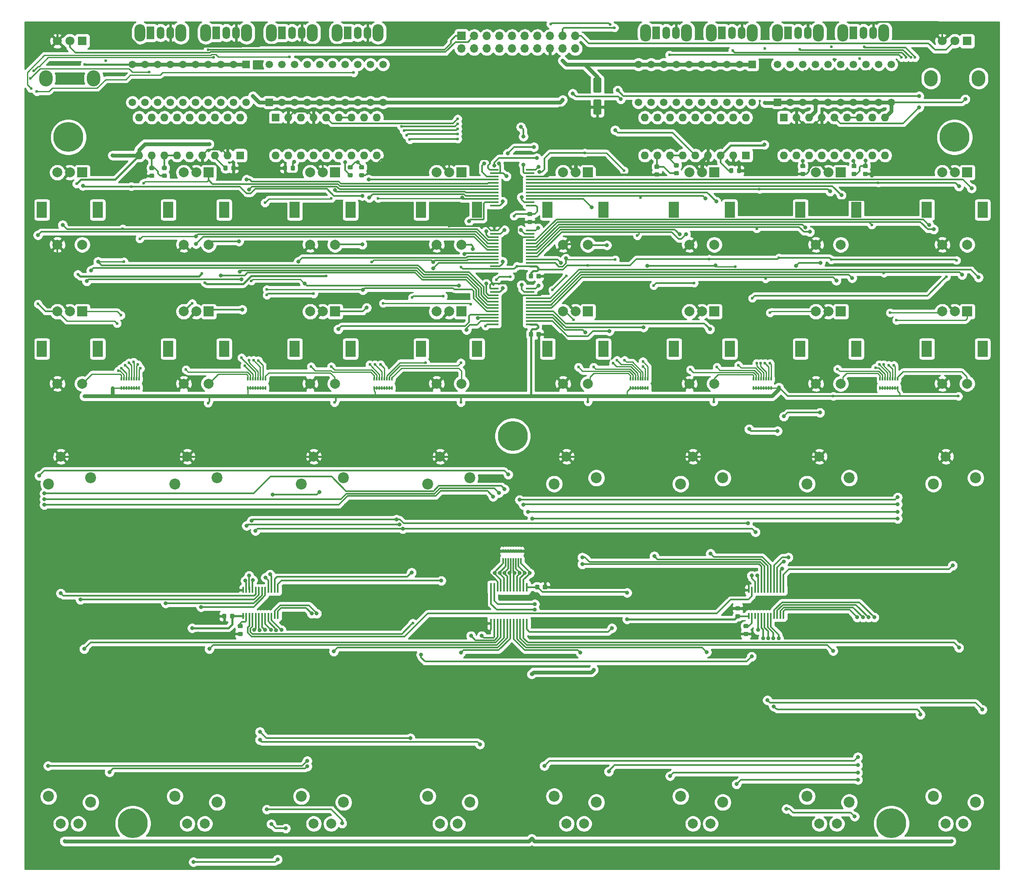
<source format=gbr>
G04 #@! TF.GenerationSoftware,KiCad,Pcbnew,(5.1.4)-1*
G04 #@! TF.CreationDate,2019-10-13T10:06:27+02:00*
G04 #@! TF.ProjectId,ctrl_interface,6374726c-5f69-46e7-9465-72666163652e,rev?*
G04 #@! TF.SameCoordinates,Original*
G04 #@! TF.FileFunction,Copper,L2,Bot*
G04 #@! TF.FilePolarity,Positive*
%FSLAX46Y46*%
G04 Gerber Fmt 4.6, Leading zero omitted, Abs format (unit mm)*
G04 Created by KiCad (PCBNEW (5.1.4)-1) date 2019-10-13 10:06:27*
%MOMM*%
%LPD*%
G04 APERTURE LIST*
%ADD10C,0.800000*%
%ADD11C,6.000000*%
%ADD12C,0.100000*%
%ADD13C,1.600000*%
%ADD14C,2.000000*%
%ADD15R,2.000000X3.200000*%
%ADD16R,2.000000X2.000000*%
%ADD17R,0.300000X0.800000*%
%ADD18O,1.600000X1.600000*%
%ADD19R,1.600000X1.600000*%
%ADD20C,0.875000*%
%ADD21C,2.200000*%
%ADD22R,0.400000X1.200000*%
%ADD23C,1.500000*%
%ADD24R,1.500000X1.500000*%
%ADD25O,2.200000X3.500000*%
%ADD26O,1.500000X2.500000*%
%ADD27R,1.500000X2.500000*%
%ADD28R,1.750000X0.450000*%
%ADD29R,0.450000X1.750000*%
%ADD30R,1.700000X1.700000*%
%ADD31O,1.700000X1.700000*%
%ADD32O,2.720000X3.240000*%
%ADD33C,1.800000*%
%ADD34R,1.800000X1.800000*%
%ADD35C,0.600000*%
%ADD36C,0.300000*%
%ADD37C,0.400000*%
%ADD38C,0.800000*%
%ADD39C,0.250000*%
%ADD40C,0.260000*%
G04 APERTURE END LIST*
D10*
X154117990Y-96580010D03*
X152527000Y-95921000D03*
X150936010Y-96580010D03*
X150277000Y-98171000D03*
X150936010Y-99761990D03*
X152527000Y-100421000D03*
X154117990Y-99761990D03*
X154777000Y-98171000D03*
D11*
X152527000Y-98171000D03*
D12*
G36*
X170119504Y-30546204D02*
G01*
X170143773Y-30549804D01*
X170167571Y-30555765D01*
X170190671Y-30564030D01*
X170212849Y-30574520D01*
X170233893Y-30587133D01*
X170253598Y-30601747D01*
X170271777Y-30618223D01*
X170288253Y-30636402D01*
X170302867Y-30656107D01*
X170315480Y-30677151D01*
X170325970Y-30699329D01*
X170334235Y-30722429D01*
X170340196Y-30746227D01*
X170343796Y-30770496D01*
X170345000Y-30795000D01*
X170345000Y-33295000D01*
X170343796Y-33319504D01*
X170340196Y-33343773D01*
X170334235Y-33367571D01*
X170325970Y-33390671D01*
X170315480Y-33412849D01*
X170302867Y-33433893D01*
X170288253Y-33453598D01*
X170271777Y-33471777D01*
X170253598Y-33488253D01*
X170233893Y-33502867D01*
X170212849Y-33515480D01*
X170190671Y-33525970D01*
X170167571Y-33534235D01*
X170143773Y-33540196D01*
X170119504Y-33543796D01*
X170095000Y-33545000D01*
X168995000Y-33545000D01*
X168970496Y-33543796D01*
X168946227Y-33540196D01*
X168922429Y-33534235D01*
X168899329Y-33525970D01*
X168877151Y-33515480D01*
X168856107Y-33502867D01*
X168836402Y-33488253D01*
X168818223Y-33471777D01*
X168801747Y-33453598D01*
X168787133Y-33433893D01*
X168774520Y-33412849D01*
X168764030Y-33390671D01*
X168755765Y-33367571D01*
X168749804Y-33343773D01*
X168746204Y-33319504D01*
X168745000Y-33295000D01*
X168745000Y-30795000D01*
X168746204Y-30770496D01*
X168749804Y-30746227D01*
X168755765Y-30722429D01*
X168764030Y-30699329D01*
X168774520Y-30677151D01*
X168787133Y-30656107D01*
X168801747Y-30636402D01*
X168818223Y-30618223D01*
X168836402Y-30601747D01*
X168856107Y-30587133D01*
X168877151Y-30574520D01*
X168899329Y-30564030D01*
X168922429Y-30555765D01*
X168946227Y-30549804D01*
X168970496Y-30546204D01*
X168995000Y-30545000D01*
X170095000Y-30545000D01*
X170119504Y-30546204D01*
X170119504Y-30546204D01*
G37*
D13*
X169545000Y-32045000D03*
D12*
G36*
X170119504Y-26146204D02*
G01*
X170143773Y-26149804D01*
X170167571Y-26155765D01*
X170190671Y-26164030D01*
X170212849Y-26174520D01*
X170233893Y-26187133D01*
X170253598Y-26201747D01*
X170271777Y-26218223D01*
X170288253Y-26236402D01*
X170302867Y-26256107D01*
X170315480Y-26277151D01*
X170325970Y-26299329D01*
X170334235Y-26322429D01*
X170340196Y-26346227D01*
X170343796Y-26370496D01*
X170345000Y-26395000D01*
X170345000Y-28895000D01*
X170343796Y-28919504D01*
X170340196Y-28943773D01*
X170334235Y-28967571D01*
X170325970Y-28990671D01*
X170315480Y-29012849D01*
X170302867Y-29033893D01*
X170288253Y-29053598D01*
X170271777Y-29071777D01*
X170253598Y-29088253D01*
X170233893Y-29102867D01*
X170212849Y-29115480D01*
X170190671Y-29125970D01*
X170167571Y-29134235D01*
X170143773Y-29140196D01*
X170119504Y-29143796D01*
X170095000Y-29145000D01*
X168995000Y-29145000D01*
X168970496Y-29143796D01*
X168946227Y-29140196D01*
X168922429Y-29134235D01*
X168899329Y-29125970D01*
X168877151Y-29115480D01*
X168856107Y-29102867D01*
X168836402Y-29088253D01*
X168818223Y-29071777D01*
X168801747Y-29053598D01*
X168787133Y-29033893D01*
X168774520Y-29012849D01*
X168764030Y-28990671D01*
X168755765Y-28967571D01*
X168749804Y-28943773D01*
X168746204Y-28919504D01*
X168745000Y-28895000D01*
X168745000Y-26395000D01*
X168746204Y-26370496D01*
X168749804Y-26346227D01*
X168755765Y-26322429D01*
X168764030Y-26299329D01*
X168774520Y-26277151D01*
X168787133Y-26256107D01*
X168801747Y-26236402D01*
X168818223Y-26218223D01*
X168836402Y-26201747D01*
X168856107Y-26187133D01*
X168877151Y-26174520D01*
X168899329Y-26164030D01*
X168922429Y-26155765D01*
X168946227Y-26149804D01*
X168970496Y-26146204D01*
X168995000Y-26145000D01*
X170095000Y-26145000D01*
X170119504Y-26146204D01*
X170119504Y-26146204D01*
G37*
D13*
X169545000Y-27645000D03*
D14*
X213440000Y-87652000D03*
X218440000Y-87652000D03*
D15*
X210340000Y-80652000D03*
X221540000Y-80652000D03*
D14*
X213440000Y-73152000D03*
X215940000Y-73152000D03*
D16*
X218440000Y-73152000D03*
D17*
X125242000Y-86700000D03*
X126242000Y-86700000D03*
X125742000Y-86700000D03*
X126742000Y-86700000D03*
X127242000Y-86700000D03*
X127742000Y-86700000D03*
X125242000Y-88500000D03*
X125742000Y-88500000D03*
X126242000Y-88500000D03*
X126742000Y-88500000D03*
X127242000Y-88500000D03*
X127742000Y-88500000D03*
X124742000Y-86700000D03*
X124742000Y-88500000D03*
X128242000Y-86700000D03*
X128242000Y-88500000D03*
D18*
X104902000Y-41783000D03*
X125222000Y-34163000D03*
X107442000Y-41783000D03*
X122682000Y-34163000D03*
X109982000Y-41783000D03*
X120142000Y-34163000D03*
X112522000Y-41783000D03*
X117602000Y-34163000D03*
X115062000Y-41783000D03*
X115062000Y-34163000D03*
X117602000Y-41783000D03*
X112522000Y-34163000D03*
X120142000Y-41783000D03*
X109982000Y-34163000D03*
X122682000Y-41783000D03*
X107442000Y-34163000D03*
X125222000Y-41783000D03*
D19*
X104902000Y-34163000D03*
D12*
G36*
X80287691Y-43861053D02*
G01*
X80308926Y-43864203D01*
X80329750Y-43869419D01*
X80349962Y-43876651D01*
X80369368Y-43885830D01*
X80387781Y-43896866D01*
X80405024Y-43909654D01*
X80420930Y-43924070D01*
X80435346Y-43939976D01*
X80448134Y-43957219D01*
X80459170Y-43975632D01*
X80468349Y-43995038D01*
X80475581Y-44015250D01*
X80480797Y-44036074D01*
X80483947Y-44057309D01*
X80485000Y-44078750D01*
X80485000Y-44516250D01*
X80483947Y-44537691D01*
X80480797Y-44558926D01*
X80475581Y-44579750D01*
X80468349Y-44599962D01*
X80459170Y-44619368D01*
X80448134Y-44637781D01*
X80435346Y-44655024D01*
X80420930Y-44670930D01*
X80405024Y-44685346D01*
X80387781Y-44698134D01*
X80369368Y-44709170D01*
X80349962Y-44718349D01*
X80329750Y-44725581D01*
X80308926Y-44730797D01*
X80287691Y-44733947D01*
X80266250Y-44735000D01*
X79753750Y-44735000D01*
X79732309Y-44733947D01*
X79711074Y-44730797D01*
X79690250Y-44725581D01*
X79670038Y-44718349D01*
X79650632Y-44709170D01*
X79632219Y-44698134D01*
X79614976Y-44685346D01*
X79599070Y-44670930D01*
X79584654Y-44655024D01*
X79571866Y-44637781D01*
X79560830Y-44619368D01*
X79551651Y-44599962D01*
X79544419Y-44579750D01*
X79539203Y-44558926D01*
X79536053Y-44537691D01*
X79535000Y-44516250D01*
X79535000Y-44078750D01*
X79536053Y-44057309D01*
X79539203Y-44036074D01*
X79544419Y-44015250D01*
X79551651Y-43995038D01*
X79560830Y-43975632D01*
X79571866Y-43957219D01*
X79584654Y-43939976D01*
X79599070Y-43924070D01*
X79614976Y-43909654D01*
X79632219Y-43896866D01*
X79650632Y-43885830D01*
X79670038Y-43876651D01*
X79690250Y-43869419D01*
X79711074Y-43864203D01*
X79732309Y-43861053D01*
X79753750Y-43860000D01*
X80266250Y-43860000D01*
X80287691Y-43861053D01*
X80287691Y-43861053D01*
G37*
D20*
X80010000Y-44297500D03*
D12*
G36*
X80287691Y-45436053D02*
G01*
X80308926Y-45439203D01*
X80329750Y-45444419D01*
X80349962Y-45451651D01*
X80369368Y-45460830D01*
X80387781Y-45471866D01*
X80405024Y-45484654D01*
X80420930Y-45499070D01*
X80435346Y-45514976D01*
X80448134Y-45532219D01*
X80459170Y-45550632D01*
X80468349Y-45570038D01*
X80475581Y-45590250D01*
X80480797Y-45611074D01*
X80483947Y-45632309D01*
X80485000Y-45653750D01*
X80485000Y-46091250D01*
X80483947Y-46112691D01*
X80480797Y-46133926D01*
X80475581Y-46154750D01*
X80468349Y-46174962D01*
X80459170Y-46194368D01*
X80448134Y-46212781D01*
X80435346Y-46230024D01*
X80420930Y-46245930D01*
X80405024Y-46260346D01*
X80387781Y-46273134D01*
X80369368Y-46284170D01*
X80349962Y-46293349D01*
X80329750Y-46300581D01*
X80308926Y-46305797D01*
X80287691Y-46308947D01*
X80266250Y-46310000D01*
X79753750Y-46310000D01*
X79732309Y-46308947D01*
X79711074Y-46305797D01*
X79690250Y-46300581D01*
X79670038Y-46293349D01*
X79650632Y-46284170D01*
X79632219Y-46273134D01*
X79614976Y-46260346D01*
X79599070Y-46245930D01*
X79584654Y-46230024D01*
X79571866Y-46212781D01*
X79560830Y-46194368D01*
X79551651Y-46174962D01*
X79544419Y-46154750D01*
X79539203Y-46133926D01*
X79536053Y-46112691D01*
X79535000Y-46091250D01*
X79535000Y-45653750D01*
X79536053Y-45632309D01*
X79539203Y-45611074D01*
X79544419Y-45590250D01*
X79551651Y-45570038D01*
X79560830Y-45550632D01*
X79571866Y-45532219D01*
X79584654Y-45514976D01*
X79599070Y-45499070D01*
X79614976Y-45484654D01*
X79632219Y-45471866D01*
X79650632Y-45460830D01*
X79670038Y-45451651D01*
X79690250Y-45444419D01*
X79711074Y-45439203D01*
X79732309Y-45436053D01*
X79753750Y-45435000D01*
X80266250Y-45435000D01*
X80287691Y-45436053D01*
X80287691Y-45436053D01*
G37*
D20*
X80010000Y-45872500D03*
D21*
X59250000Y-107792000D03*
X59250000Y-170592000D03*
X67750000Y-171792000D03*
X67750000Y-106592000D03*
D14*
X61750000Y-102292000D03*
X61750000Y-176092000D03*
X65250000Y-176092000D03*
X141450000Y-176092000D03*
X137950000Y-176092000D03*
X137950000Y-102292000D03*
D21*
X143950000Y-106592000D03*
X143950000Y-171792000D03*
X135450000Y-170592000D03*
X135450000Y-107792000D03*
X110050000Y-107792000D03*
X110050000Y-170592000D03*
X118550000Y-171792000D03*
X118550000Y-106592000D03*
D14*
X112550000Y-102292000D03*
X112550000Y-176092000D03*
X116050000Y-176092000D03*
D18*
X207010000Y-41783000D03*
X227330000Y-34163000D03*
X209550000Y-41783000D03*
X224790000Y-34163000D03*
X212090000Y-41783000D03*
X222250000Y-34163000D03*
X214630000Y-41783000D03*
X219710000Y-34163000D03*
X217170000Y-41783000D03*
X217170000Y-34163000D03*
X219710000Y-41783000D03*
X214630000Y-34163000D03*
X222250000Y-41783000D03*
X212090000Y-34163000D03*
X224790000Y-41783000D03*
X209550000Y-34163000D03*
X227330000Y-41783000D03*
D19*
X207010000Y-34163000D03*
X97790000Y-41783000D03*
D18*
X77470000Y-34163000D03*
X95250000Y-41783000D03*
X80010000Y-34163000D03*
X92710000Y-41783000D03*
X82550000Y-34163000D03*
X90170000Y-41783000D03*
X85090000Y-34163000D03*
X87630000Y-41783000D03*
X87630000Y-34163000D03*
X85090000Y-41783000D03*
X90170000Y-34163000D03*
X82550000Y-41783000D03*
X92710000Y-34163000D03*
X80010000Y-41783000D03*
X95250000Y-34163000D03*
X77470000Y-41783000D03*
X97790000Y-34163000D03*
D14*
X90650000Y-176092000D03*
X87150000Y-176092000D03*
X87150000Y-102292000D03*
D21*
X93150000Y-106592000D03*
X93150000Y-171792000D03*
X84650000Y-170592000D03*
X84650000Y-107792000D03*
D14*
X213440000Y-59712000D03*
X218440000Y-59712000D03*
D15*
X210340000Y-52712000D03*
X221540000Y-52712000D03*
D14*
X213440000Y-45212000D03*
X215940000Y-45212000D03*
D16*
X218440000Y-45212000D03*
D22*
X98361500Y-129100000D03*
X98996500Y-129100000D03*
X99631500Y-129100000D03*
X100266500Y-129100000D03*
X100901500Y-129100000D03*
X101536500Y-129100000D03*
X102171500Y-129100000D03*
X102806500Y-129100000D03*
X103441500Y-129100000D03*
X104076500Y-129100000D03*
X104711500Y-129100000D03*
X105346500Y-129100000D03*
X105346500Y-134300000D03*
X104711500Y-134300000D03*
X104076500Y-134300000D03*
X103441500Y-134300000D03*
X102806500Y-134300000D03*
X102171500Y-134300000D03*
X101536500Y-134300000D03*
X100901500Y-134300000D03*
X100266500Y-134300000D03*
X99631500Y-134300000D03*
X98996500Y-134300000D03*
X98361500Y-134300000D03*
D16*
X167640000Y-45212000D03*
D14*
X165140000Y-45212000D03*
X162640000Y-45212000D03*
D15*
X170740000Y-52712000D03*
X159540000Y-52712000D03*
D14*
X167640000Y-59712000D03*
X162640000Y-59712000D03*
X243050000Y-176092000D03*
X239550000Y-176092000D03*
X239550000Y-102292000D03*
D21*
X245550000Y-106592000D03*
X245550000Y-171792000D03*
X237050000Y-170592000D03*
X237050000Y-107792000D03*
D16*
X193040000Y-45212000D03*
D14*
X190540000Y-45212000D03*
X188040000Y-45212000D03*
D15*
X196140000Y-52712000D03*
X184940000Y-52712000D03*
D14*
X193040000Y-59712000D03*
X188040000Y-59712000D03*
D16*
X66040000Y-45212000D03*
D14*
X63540000Y-45212000D03*
X61040000Y-45212000D03*
D15*
X69140000Y-52712000D03*
X57940000Y-52712000D03*
D14*
X66040000Y-59712000D03*
X61040000Y-59712000D03*
D23*
X99000000Y-31120000D03*
X96460000Y-31120000D03*
X93920000Y-31120000D03*
X91380000Y-31120000D03*
X78680000Y-23500000D03*
X76140000Y-23500000D03*
X76140000Y-31120000D03*
X78680000Y-31120000D03*
X81220000Y-23500000D03*
X83760000Y-23500000D03*
X86300000Y-23500000D03*
X88840000Y-23500000D03*
X88840000Y-31120000D03*
X86300000Y-31120000D03*
X83760000Y-31120000D03*
X81220000Y-31120000D03*
X91380000Y-23500000D03*
X93920000Y-23500000D03*
X96460000Y-23500000D03*
D24*
X99000000Y-23500000D03*
X103632000Y-31115000D03*
D23*
X106172000Y-31115000D03*
X108712000Y-31115000D03*
X111252000Y-31115000D03*
X121412000Y-23495000D03*
X118872000Y-23495000D03*
X116332000Y-23495000D03*
X113792000Y-23495000D03*
X113792000Y-31115000D03*
X116332000Y-31115000D03*
X118872000Y-31115000D03*
X121412000Y-31115000D03*
X123952000Y-23495000D03*
X126492000Y-23495000D03*
X126492000Y-31115000D03*
X123952000Y-31115000D03*
X111252000Y-23495000D03*
X108712000Y-23495000D03*
X106172000Y-23495000D03*
X103632000Y-23495000D03*
D24*
X200660000Y-23500000D03*
D23*
X198120000Y-23500000D03*
X195580000Y-23500000D03*
X193040000Y-23500000D03*
X182880000Y-31120000D03*
X185420000Y-31120000D03*
X187960000Y-31120000D03*
X190500000Y-31120000D03*
X190500000Y-23500000D03*
X187960000Y-23500000D03*
X185420000Y-23500000D03*
X182880000Y-23500000D03*
X180340000Y-31120000D03*
X177800000Y-31120000D03*
X177800000Y-23500000D03*
X180340000Y-23500000D03*
X193040000Y-31120000D03*
X195580000Y-31120000D03*
X198120000Y-31120000D03*
X200660000Y-31120000D03*
X205740000Y-23495000D03*
X208280000Y-23495000D03*
X210820000Y-23495000D03*
X213360000Y-23495000D03*
X226060000Y-31115000D03*
X228600000Y-31115000D03*
X228600000Y-23495000D03*
X226060000Y-23495000D03*
X223520000Y-31115000D03*
X220980000Y-31115000D03*
X218440000Y-31115000D03*
X215900000Y-31115000D03*
X215900000Y-23495000D03*
X218440000Y-23495000D03*
X220980000Y-23495000D03*
X223520000Y-23495000D03*
X213360000Y-31115000D03*
X210820000Y-31115000D03*
X208280000Y-31115000D03*
D24*
X205740000Y-31115000D03*
D12*
G36*
X94829691Y-133892053D02*
G01*
X94850926Y-133895203D01*
X94871750Y-133900419D01*
X94891962Y-133907651D01*
X94911368Y-133916830D01*
X94929781Y-133927866D01*
X94947024Y-133940654D01*
X94962930Y-133955070D01*
X94977346Y-133970976D01*
X94990134Y-133988219D01*
X95001170Y-134006632D01*
X95010349Y-134026038D01*
X95017581Y-134046250D01*
X95022797Y-134067074D01*
X95025947Y-134088309D01*
X95027000Y-134109750D01*
X95027000Y-134622250D01*
X95025947Y-134643691D01*
X95022797Y-134664926D01*
X95017581Y-134685750D01*
X95010349Y-134705962D01*
X95001170Y-134725368D01*
X94990134Y-134743781D01*
X94977346Y-134761024D01*
X94962930Y-134776930D01*
X94947024Y-134791346D01*
X94929781Y-134804134D01*
X94911368Y-134815170D01*
X94891962Y-134824349D01*
X94871750Y-134831581D01*
X94850926Y-134836797D01*
X94829691Y-134839947D01*
X94808250Y-134841000D01*
X94370750Y-134841000D01*
X94349309Y-134839947D01*
X94328074Y-134836797D01*
X94307250Y-134831581D01*
X94287038Y-134824349D01*
X94267632Y-134815170D01*
X94249219Y-134804134D01*
X94231976Y-134791346D01*
X94216070Y-134776930D01*
X94201654Y-134761024D01*
X94188866Y-134743781D01*
X94177830Y-134725368D01*
X94168651Y-134705962D01*
X94161419Y-134685750D01*
X94156203Y-134664926D01*
X94153053Y-134643691D01*
X94152000Y-134622250D01*
X94152000Y-134109750D01*
X94153053Y-134088309D01*
X94156203Y-134067074D01*
X94161419Y-134046250D01*
X94168651Y-134026038D01*
X94177830Y-134006632D01*
X94188866Y-133988219D01*
X94201654Y-133970976D01*
X94216070Y-133955070D01*
X94231976Y-133940654D01*
X94249219Y-133927866D01*
X94267632Y-133916830D01*
X94287038Y-133907651D01*
X94307250Y-133900419D01*
X94328074Y-133895203D01*
X94349309Y-133892053D01*
X94370750Y-133891000D01*
X94808250Y-133891000D01*
X94829691Y-133892053D01*
X94829691Y-133892053D01*
G37*
D20*
X94589500Y-134366000D03*
D12*
G36*
X96404691Y-133892053D02*
G01*
X96425926Y-133895203D01*
X96446750Y-133900419D01*
X96466962Y-133907651D01*
X96486368Y-133916830D01*
X96504781Y-133927866D01*
X96522024Y-133940654D01*
X96537930Y-133955070D01*
X96552346Y-133970976D01*
X96565134Y-133988219D01*
X96576170Y-134006632D01*
X96585349Y-134026038D01*
X96592581Y-134046250D01*
X96597797Y-134067074D01*
X96600947Y-134088309D01*
X96602000Y-134109750D01*
X96602000Y-134622250D01*
X96600947Y-134643691D01*
X96597797Y-134664926D01*
X96592581Y-134685750D01*
X96585349Y-134705962D01*
X96576170Y-134725368D01*
X96565134Y-134743781D01*
X96552346Y-134761024D01*
X96537930Y-134776930D01*
X96522024Y-134791346D01*
X96504781Y-134804134D01*
X96486368Y-134815170D01*
X96466962Y-134824349D01*
X96446750Y-134831581D01*
X96425926Y-134836797D01*
X96404691Y-134839947D01*
X96383250Y-134841000D01*
X95945750Y-134841000D01*
X95924309Y-134839947D01*
X95903074Y-134836797D01*
X95882250Y-134831581D01*
X95862038Y-134824349D01*
X95842632Y-134815170D01*
X95824219Y-134804134D01*
X95806976Y-134791346D01*
X95791070Y-134776930D01*
X95776654Y-134761024D01*
X95763866Y-134743781D01*
X95752830Y-134725368D01*
X95743651Y-134705962D01*
X95736419Y-134685750D01*
X95731203Y-134664926D01*
X95728053Y-134643691D01*
X95727000Y-134622250D01*
X95727000Y-134109750D01*
X95728053Y-134088309D01*
X95731203Y-134067074D01*
X95736419Y-134046250D01*
X95743651Y-134026038D01*
X95752830Y-134006632D01*
X95763866Y-133988219D01*
X95776654Y-133970976D01*
X95791070Y-133955070D01*
X95806976Y-133940654D01*
X95824219Y-133927866D01*
X95842632Y-133916830D01*
X95862038Y-133907651D01*
X95882250Y-133900419D01*
X95903074Y-133895203D01*
X95924309Y-133892053D01*
X95945750Y-133891000D01*
X96383250Y-133891000D01*
X96404691Y-133892053D01*
X96404691Y-133892053D01*
G37*
D20*
X96164500Y-134366000D03*
D12*
G36*
X198016691Y-133955053D02*
G01*
X198037926Y-133958203D01*
X198058750Y-133963419D01*
X198078962Y-133970651D01*
X198098368Y-133979830D01*
X198116781Y-133990866D01*
X198134024Y-134003654D01*
X198149930Y-134018070D01*
X198164346Y-134033976D01*
X198177134Y-134051219D01*
X198188170Y-134069632D01*
X198197349Y-134089038D01*
X198204581Y-134109250D01*
X198209797Y-134130074D01*
X198212947Y-134151309D01*
X198214000Y-134172750D01*
X198214000Y-134610250D01*
X198212947Y-134631691D01*
X198209797Y-134652926D01*
X198204581Y-134673750D01*
X198197349Y-134693962D01*
X198188170Y-134713368D01*
X198177134Y-134731781D01*
X198164346Y-134749024D01*
X198149930Y-134764930D01*
X198134024Y-134779346D01*
X198116781Y-134792134D01*
X198098368Y-134803170D01*
X198078962Y-134812349D01*
X198058750Y-134819581D01*
X198037926Y-134824797D01*
X198016691Y-134827947D01*
X197995250Y-134829000D01*
X197482750Y-134829000D01*
X197461309Y-134827947D01*
X197440074Y-134824797D01*
X197419250Y-134819581D01*
X197399038Y-134812349D01*
X197379632Y-134803170D01*
X197361219Y-134792134D01*
X197343976Y-134779346D01*
X197328070Y-134764930D01*
X197313654Y-134749024D01*
X197300866Y-134731781D01*
X197289830Y-134713368D01*
X197280651Y-134693962D01*
X197273419Y-134673750D01*
X197268203Y-134652926D01*
X197265053Y-134631691D01*
X197264000Y-134610250D01*
X197264000Y-134172750D01*
X197265053Y-134151309D01*
X197268203Y-134130074D01*
X197273419Y-134109250D01*
X197280651Y-134089038D01*
X197289830Y-134069632D01*
X197300866Y-134051219D01*
X197313654Y-134033976D01*
X197328070Y-134018070D01*
X197343976Y-134003654D01*
X197361219Y-133990866D01*
X197379632Y-133979830D01*
X197399038Y-133970651D01*
X197419250Y-133963419D01*
X197440074Y-133958203D01*
X197461309Y-133955053D01*
X197482750Y-133954000D01*
X197995250Y-133954000D01*
X198016691Y-133955053D01*
X198016691Y-133955053D01*
G37*
D20*
X197739000Y-134391500D03*
D12*
G36*
X198016691Y-132380053D02*
G01*
X198037926Y-132383203D01*
X198058750Y-132388419D01*
X198078962Y-132395651D01*
X198098368Y-132404830D01*
X198116781Y-132415866D01*
X198134024Y-132428654D01*
X198149930Y-132443070D01*
X198164346Y-132458976D01*
X198177134Y-132476219D01*
X198188170Y-132494632D01*
X198197349Y-132514038D01*
X198204581Y-132534250D01*
X198209797Y-132555074D01*
X198212947Y-132576309D01*
X198214000Y-132597750D01*
X198214000Y-133035250D01*
X198212947Y-133056691D01*
X198209797Y-133077926D01*
X198204581Y-133098750D01*
X198197349Y-133118962D01*
X198188170Y-133138368D01*
X198177134Y-133156781D01*
X198164346Y-133174024D01*
X198149930Y-133189930D01*
X198134024Y-133204346D01*
X198116781Y-133217134D01*
X198098368Y-133228170D01*
X198078962Y-133237349D01*
X198058750Y-133244581D01*
X198037926Y-133249797D01*
X198016691Y-133252947D01*
X197995250Y-133254000D01*
X197482750Y-133254000D01*
X197461309Y-133252947D01*
X197440074Y-133249797D01*
X197419250Y-133244581D01*
X197399038Y-133237349D01*
X197379632Y-133228170D01*
X197361219Y-133217134D01*
X197343976Y-133204346D01*
X197328070Y-133189930D01*
X197313654Y-133174024D01*
X197300866Y-133156781D01*
X197289830Y-133138368D01*
X197280651Y-133118962D01*
X197273419Y-133098750D01*
X197268203Y-133077926D01*
X197265053Y-133056691D01*
X197264000Y-133035250D01*
X197264000Y-132597750D01*
X197265053Y-132576309D01*
X197268203Y-132555074D01*
X197273419Y-132534250D01*
X197280651Y-132514038D01*
X197289830Y-132494632D01*
X197300866Y-132476219D01*
X197313654Y-132458976D01*
X197328070Y-132443070D01*
X197343976Y-132428654D01*
X197361219Y-132415866D01*
X197379632Y-132404830D01*
X197399038Y-132395651D01*
X197419250Y-132388419D01*
X197440074Y-132383203D01*
X197461309Y-132380053D01*
X197482750Y-132379000D01*
X197995250Y-132379000D01*
X198016691Y-132380053D01*
X198016691Y-132380053D01*
G37*
D20*
X197739000Y-132816500D03*
D12*
G36*
X96658691Y-43849053D02*
G01*
X96679926Y-43852203D01*
X96700750Y-43857419D01*
X96720962Y-43864651D01*
X96740368Y-43873830D01*
X96758781Y-43884866D01*
X96776024Y-43897654D01*
X96791930Y-43912070D01*
X96806346Y-43927976D01*
X96819134Y-43945219D01*
X96830170Y-43963632D01*
X96839349Y-43983038D01*
X96846581Y-44003250D01*
X96851797Y-44024074D01*
X96854947Y-44045309D01*
X96856000Y-44066750D01*
X96856000Y-44579250D01*
X96854947Y-44600691D01*
X96851797Y-44621926D01*
X96846581Y-44642750D01*
X96839349Y-44662962D01*
X96830170Y-44682368D01*
X96819134Y-44700781D01*
X96806346Y-44718024D01*
X96791930Y-44733930D01*
X96776024Y-44748346D01*
X96758781Y-44761134D01*
X96740368Y-44772170D01*
X96720962Y-44781349D01*
X96700750Y-44788581D01*
X96679926Y-44793797D01*
X96658691Y-44796947D01*
X96637250Y-44798000D01*
X96199750Y-44798000D01*
X96178309Y-44796947D01*
X96157074Y-44793797D01*
X96136250Y-44788581D01*
X96116038Y-44781349D01*
X96096632Y-44772170D01*
X96078219Y-44761134D01*
X96060976Y-44748346D01*
X96045070Y-44733930D01*
X96030654Y-44718024D01*
X96017866Y-44700781D01*
X96006830Y-44682368D01*
X95997651Y-44662962D01*
X95990419Y-44642750D01*
X95985203Y-44621926D01*
X95982053Y-44600691D01*
X95981000Y-44579250D01*
X95981000Y-44066750D01*
X95982053Y-44045309D01*
X95985203Y-44024074D01*
X95990419Y-44003250D01*
X95997651Y-43983038D01*
X96006830Y-43963632D01*
X96017866Y-43945219D01*
X96030654Y-43927976D01*
X96045070Y-43912070D01*
X96060976Y-43897654D01*
X96078219Y-43884866D01*
X96096632Y-43873830D01*
X96116038Y-43864651D01*
X96136250Y-43857419D01*
X96157074Y-43852203D01*
X96178309Y-43849053D01*
X96199750Y-43848000D01*
X96637250Y-43848000D01*
X96658691Y-43849053D01*
X96658691Y-43849053D01*
G37*
D20*
X96418500Y-44323000D03*
D12*
G36*
X95083691Y-43849053D02*
G01*
X95104926Y-43852203D01*
X95125750Y-43857419D01*
X95145962Y-43864651D01*
X95165368Y-43873830D01*
X95183781Y-43884866D01*
X95201024Y-43897654D01*
X95216930Y-43912070D01*
X95231346Y-43927976D01*
X95244134Y-43945219D01*
X95255170Y-43963632D01*
X95264349Y-43983038D01*
X95271581Y-44003250D01*
X95276797Y-44024074D01*
X95279947Y-44045309D01*
X95281000Y-44066750D01*
X95281000Y-44579250D01*
X95279947Y-44600691D01*
X95276797Y-44621926D01*
X95271581Y-44642750D01*
X95264349Y-44662962D01*
X95255170Y-44682368D01*
X95244134Y-44700781D01*
X95231346Y-44718024D01*
X95216930Y-44733930D01*
X95201024Y-44748346D01*
X95183781Y-44761134D01*
X95165368Y-44772170D01*
X95145962Y-44781349D01*
X95125750Y-44788581D01*
X95104926Y-44793797D01*
X95083691Y-44796947D01*
X95062250Y-44798000D01*
X94624750Y-44798000D01*
X94603309Y-44796947D01*
X94582074Y-44793797D01*
X94561250Y-44788581D01*
X94541038Y-44781349D01*
X94521632Y-44772170D01*
X94503219Y-44761134D01*
X94485976Y-44748346D01*
X94470070Y-44733930D01*
X94455654Y-44718024D01*
X94442866Y-44700781D01*
X94431830Y-44682368D01*
X94422651Y-44662962D01*
X94415419Y-44642750D01*
X94410203Y-44621926D01*
X94407053Y-44600691D01*
X94406000Y-44579250D01*
X94406000Y-44066750D01*
X94407053Y-44045309D01*
X94410203Y-44024074D01*
X94415419Y-44003250D01*
X94422651Y-43983038D01*
X94431830Y-43963632D01*
X94442866Y-43945219D01*
X94455654Y-43927976D01*
X94470070Y-43912070D01*
X94485976Y-43897654D01*
X94503219Y-43884866D01*
X94521632Y-43873830D01*
X94541038Y-43864651D01*
X94561250Y-43857419D01*
X94582074Y-43852203D01*
X94603309Y-43849053D01*
X94624750Y-43848000D01*
X95062250Y-43848000D01*
X95083691Y-43849053D01*
X95083691Y-43849053D01*
G37*
D20*
X94843500Y-44323000D03*
D12*
G36*
X108596691Y-43849053D02*
G01*
X108617926Y-43852203D01*
X108638750Y-43857419D01*
X108658962Y-43864651D01*
X108678368Y-43873830D01*
X108696781Y-43884866D01*
X108714024Y-43897654D01*
X108729930Y-43912070D01*
X108744346Y-43927976D01*
X108757134Y-43945219D01*
X108768170Y-43963632D01*
X108777349Y-43983038D01*
X108784581Y-44003250D01*
X108789797Y-44024074D01*
X108792947Y-44045309D01*
X108794000Y-44066750D01*
X108794000Y-44579250D01*
X108792947Y-44600691D01*
X108789797Y-44621926D01*
X108784581Y-44642750D01*
X108777349Y-44662962D01*
X108768170Y-44682368D01*
X108757134Y-44700781D01*
X108744346Y-44718024D01*
X108729930Y-44733930D01*
X108714024Y-44748346D01*
X108696781Y-44761134D01*
X108678368Y-44772170D01*
X108658962Y-44781349D01*
X108638750Y-44788581D01*
X108617926Y-44793797D01*
X108596691Y-44796947D01*
X108575250Y-44798000D01*
X108137750Y-44798000D01*
X108116309Y-44796947D01*
X108095074Y-44793797D01*
X108074250Y-44788581D01*
X108054038Y-44781349D01*
X108034632Y-44772170D01*
X108016219Y-44761134D01*
X107998976Y-44748346D01*
X107983070Y-44733930D01*
X107968654Y-44718024D01*
X107955866Y-44700781D01*
X107944830Y-44682368D01*
X107935651Y-44662962D01*
X107928419Y-44642750D01*
X107923203Y-44621926D01*
X107920053Y-44600691D01*
X107919000Y-44579250D01*
X107919000Y-44066750D01*
X107920053Y-44045309D01*
X107923203Y-44024074D01*
X107928419Y-44003250D01*
X107935651Y-43983038D01*
X107944830Y-43963632D01*
X107955866Y-43945219D01*
X107968654Y-43927976D01*
X107983070Y-43912070D01*
X107998976Y-43897654D01*
X108016219Y-43884866D01*
X108034632Y-43873830D01*
X108054038Y-43864651D01*
X108074250Y-43857419D01*
X108095074Y-43852203D01*
X108116309Y-43849053D01*
X108137750Y-43848000D01*
X108575250Y-43848000D01*
X108596691Y-43849053D01*
X108596691Y-43849053D01*
G37*
D20*
X108356500Y-44323000D03*
D12*
G36*
X107021691Y-43849053D02*
G01*
X107042926Y-43852203D01*
X107063750Y-43857419D01*
X107083962Y-43864651D01*
X107103368Y-43873830D01*
X107121781Y-43884866D01*
X107139024Y-43897654D01*
X107154930Y-43912070D01*
X107169346Y-43927976D01*
X107182134Y-43945219D01*
X107193170Y-43963632D01*
X107202349Y-43983038D01*
X107209581Y-44003250D01*
X107214797Y-44024074D01*
X107217947Y-44045309D01*
X107219000Y-44066750D01*
X107219000Y-44579250D01*
X107217947Y-44600691D01*
X107214797Y-44621926D01*
X107209581Y-44642750D01*
X107202349Y-44662962D01*
X107193170Y-44682368D01*
X107182134Y-44700781D01*
X107169346Y-44718024D01*
X107154930Y-44733930D01*
X107139024Y-44748346D01*
X107121781Y-44761134D01*
X107103368Y-44772170D01*
X107083962Y-44781349D01*
X107063750Y-44788581D01*
X107042926Y-44793797D01*
X107021691Y-44796947D01*
X107000250Y-44798000D01*
X106562750Y-44798000D01*
X106541309Y-44796947D01*
X106520074Y-44793797D01*
X106499250Y-44788581D01*
X106479038Y-44781349D01*
X106459632Y-44772170D01*
X106441219Y-44761134D01*
X106423976Y-44748346D01*
X106408070Y-44733930D01*
X106393654Y-44718024D01*
X106380866Y-44700781D01*
X106369830Y-44682368D01*
X106360651Y-44662962D01*
X106353419Y-44642750D01*
X106348203Y-44621926D01*
X106345053Y-44600691D01*
X106344000Y-44579250D01*
X106344000Y-44066750D01*
X106345053Y-44045309D01*
X106348203Y-44024074D01*
X106353419Y-44003250D01*
X106360651Y-43983038D01*
X106369830Y-43963632D01*
X106380866Y-43945219D01*
X106393654Y-43927976D01*
X106408070Y-43912070D01*
X106423976Y-43897654D01*
X106441219Y-43884866D01*
X106459632Y-43873830D01*
X106479038Y-43864651D01*
X106499250Y-43857419D01*
X106520074Y-43852203D01*
X106541309Y-43849053D01*
X106562750Y-43848000D01*
X107000250Y-43848000D01*
X107021691Y-43849053D01*
X107021691Y-43849053D01*
G37*
D20*
X106781500Y-44323000D03*
D12*
G36*
X156233691Y-54707053D02*
G01*
X156254926Y-54710203D01*
X156275750Y-54715419D01*
X156295962Y-54722651D01*
X156315368Y-54731830D01*
X156333781Y-54742866D01*
X156351024Y-54755654D01*
X156366930Y-54770070D01*
X156381346Y-54785976D01*
X156394134Y-54803219D01*
X156405170Y-54821632D01*
X156414349Y-54841038D01*
X156421581Y-54861250D01*
X156426797Y-54882074D01*
X156429947Y-54903309D01*
X156431000Y-54924750D01*
X156431000Y-55362250D01*
X156429947Y-55383691D01*
X156426797Y-55404926D01*
X156421581Y-55425750D01*
X156414349Y-55445962D01*
X156405170Y-55465368D01*
X156394134Y-55483781D01*
X156381346Y-55501024D01*
X156366930Y-55516930D01*
X156351024Y-55531346D01*
X156333781Y-55544134D01*
X156315368Y-55555170D01*
X156295962Y-55564349D01*
X156275750Y-55571581D01*
X156254926Y-55576797D01*
X156233691Y-55579947D01*
X156212250Y-55581000D01*
X155699750Y-55581000D01*
X155678309Y-55579947D01*
X155657074Y-55576797D01*
X155636250Y-55571581D01*
X155616038Y-55564349D01*
X155596632Y-55555170D01*
X155578219Y-55544134D01*
X155560976Y-55531346D01*
X155545070Y-55516930D01*
X155530654Y-55501024D01*
X155517866Y-55483781D01*
X155506830Y-55465368D01*
X155497651Y-55445962D01*
X155490419Y-55425750D01*
X155485203Y-55404926D01*
X155482053Y-55383691D01*
X155481000Y-55362250D01*
X155481000Y-54924750D01*
X155482053Y-54903309D01*
X155485203Y-54882074D01*
X155490419Y-54861250D01*
X155497651Y-54841038D01*
X155506830Y-54821632D01*
X155517866Y-54803219D01*
X155530654Y-54785976D01*
X155545070Y-54770070D01*
X155560976Y-54755654D01*
X155578219Y-54742866D01*
X155596632Y-54731830D01*
X155616038Y-54722651D01*
X155636250Y-54715419D01*
X155657074Y-54710203D01*
X155678309Y-54707053D01*
X155699750Y-54706000D01*
X156212250Y-54706000D01*
X156233691Y-54707053D01*
X156233691Y-54707053D01*
G37*
D20*
X155956000Y-55143500D03*
D12*
G36*
X156233691Y-53132053D02*
G01*
X156254926Y-53135203D01*
X156275750Y-53140419D01*
X156295962Y-53147651D01*
X156315368Y-53156830D01*
X156333781Y-53167866D01*
X156351024Y-53180654D01*
X156366930Y-53195070D01*
X156381346Y-53210976D01*
X156394134Y-53228219D01*
X156405170Y-53246632D01*
X156414349Y-53266038D01*
X156421581Y-53286250D01*
X156426797Y-53307074D01*
X156429947Y-53328309D01*
X156431000Y-53349750D01*
X156431000Y-53787250D01*
X156429947Y-53808691D01*
X156426797Y-53829926D01*
X156421581Y-53850750D01*
X156414349Y-53870962D01*
X156405170Y-53890368D01*
X156394134Y-53908781D01*
X156381346Y-53926024D01*
X156366930Y-53941930D01*
X156351024Y-53956346D01*
X156333781Y-53969134D01*
X156315368Y-53980170D01*
X156295962Y-53989349D01*
X156275750Y-53996581D01*
X156254926Y-54001797D01*
X156233691Y-54004947D01*
X156212250Y-54006000D01*
X155699750Y-54006000D01*
X155678309Y-54004947D01*
X155657074Y-54001797D01*
X155636250Y-53996581D01*
X155616038Y-53989349D01*
X155596632Y-53980170D01*
X155578219Y-53969134D01*
X155560976Y-53956346D01*
X155545070Y-53941930D01*
X155530654Y-53926024D01*
X155517866Y-53908781D01*
X155506830Y-53890368D01*
X155497651Y-53870962D01*
X155490419Y-53850750D01*
X155485203Y-53829926D01*
X155482053Y-53808691D01*
X155481000Y-53787250D01*
X155481000Y-53349750D01*
X155482053Y-53328309D01*
X155485203Y-53307074D01*
X155490419Y-53286250D01*
X155497651Y-53266038D01*
X155506830Y-53246632D01*
X155517866Y-53228219D01*
X155530654Y-53210976D01*
X155545070Y-53195070D01*
X155560976Y-53180654D01*
X155578219Y-53167866D01*
X155596632Y-53156830D01*
X155616038Y-53147651D01*
X155636250Y-53140419D01*
X155657074Y-53135203D01*
X155678309Y-53132053D01*
X155699750Y-53131000D01*
X156212250Y-53131000D01*
X156233691Y-53132053D01*
X156233691Y-53132053D01*
G37*
D20*
X155956000Y-53568500D03*
D12*
G36*
X156424691Y-65566053D02*
G01*
X156445926Y-65569203D01*
X156466750Y-65574419D01*
X156486962Y-65581651D01*
X156506368Y-65590830D01*
X156524781Y-65601866D01*
X156542024Y-65614654D01*
X156557930Y-65629070D01*
X156572346Y-65644976D01*
X156585134Y-65662219D01*
X156596170Y-65680632D01*
X156605349Y-65700038D01*
X156612581Y-65720250D01*
X156617797Y-65741074D01*
X156620947Y-65762309D01*
X156622000Y-65783750D01*
X156622000Y-66296250D01*
X156620947Y-66317691D01*
X156617797Y-66338926D01*
X156612581Y-66359750D01*
X156605349Y-66379962D01*
X156596170Y-66399368D01*
X156585134Y-66417781D01*
X156572346Y-66435024D01*
X156557930Y-66450930D01*
X156542024Y-66465346D01*
X156524781Y-66478134D01*
X156506368Y-66489170D01*
X156486962Y-66498349D01*
X156466750Y-66505581D01*
X156445926Y-66510797D01*
X156424691Y-66513947D01*
X156403250Y-66515000D01*
X155965750Y-66515000D01*
X155944309Y-66513947D01*
X155923074Y-66510797D01*
X155902250Y-66505581D01*
X155882038Y-66498349D01*
X155862632Y-66489170D01*
X155844219Y-66478134D01*
X155826976Y-66465346D01*
X155811070Y-66450930D01*
X155796654Y-66435024D01*
X155783866Y-66417781D01*
X155772830Y-66399368D01*
X155763651Y-66379962D01*
X155756419Y-66359750D01*
X155751203Y-66338926D01*
X155748053Y-66317691D01*
X155747000Y-66296250D01*
X155747000Y-65783750D01*
X155748053Y-65762309D01*
X155751203Y-65741074D01*
X155756419Y-65720250D01*
X155763651Y-65700038D01*
X155772830Y-65680632D01*
X155783866Y-65662219D01*
X155796654Y-65644976D01*
X155811070Y-65629070D01*
X155826976Y-65614654D01*
X155844219Y-65601866D01*
X155862632Y-65590830D01*
X155882038Y-65581651D01*
X155902250Y-65574419D01*
X155923074Y-65569203D01*
X155944309Y-65566053D01*
X155965750Y-65565000D01*
X156403250Y-65565000D01*
X156424691Y-65566053D01*
X156424691Y-65566053D01*
G37*
D20*
X156184500Y-66040000D03*
D12*
G36*
X157999691Y-65566053D02*
G01*
X158020926Y-65569203D01*
X158041750Y-65574419D01*
X158061962Y-65581651D01*
X158081368Y-65590830D01*
X158099781Y-65601866D01*
X158117024Y-65614654D01*
X158132930Y-65629070D01*
X158147346Y-65644976D01*
X158160134Y-65662219D01*
X158171170Y-65680632D01*
X158180349Y-65700038D01*
X158187581Y-65720250D01*
X158192797Y-65741074D01*
X158195947Y-65762309D01*
X158197000Y-65783750D01*
X158197000Y-66296250D01*
X158195947Y-66317691D01*
X158192797Y-66338926D01*
X158187581Y-66359750D01*
X158180349Y-66379962D01*
X158171170Y-66399368D01*
X158160134Y-66417781D01*
X158147346Y-66435024D01*
X158132930Y-66450930D01*
X158117024Y-66465346D01*
X158099781Y-66478134D01*
X158081368Y-66489170D01*
X158061962Y-66498349D01*
X158041750Y-66505581D01*
X158020926Y-66510797D01*
X157999691Y-66513947D01*
X157978250Y-66515000D01*
X157540750Y-66515000D01*
X157519309Y-66513947D01*
X157498074Y-66510797D01*
X157477250Y-66505581D01*
X157457038Y-66498349D01*
X157437632Y-66489170D01*
X157419219Y-66478134D01*
X157401976Y-66465346D01*
X157386070Y-66450930D01*
X157371654Y-66435024D01*
X157358866Y-66417781D01*
X157347830Y-66399368D01*
X157338651Y-66379962D01*
X157331419Y-66359750D01*
X157326203Y-66338926D01*
X157323053Y-66317691D01*
X157322000Y-66296250D01*
X157322000Y-65783750D01*
X157323053Y-65762309D01*
X157326203Y-65741074D01*
X157331419Y-65720250D01*
X157338651Y-65700038D01*
X157347830Y-65680632D01*
X157358866Y-65662219D01*
X157371654Y-65644976D01*
X157386070Y-65629070D01*
X157401976Y-65614654D01*
X157419219Y-65601866D01*
X157437632Y-65590830D01*
X157457038Y-65581651D01*
X157477250Y-65574419D01*
X157498074Y-65569203D01*
X157519309Y-65566053D01*
X157540750Y-65565000D01*
X157978250Y-65565000D01*
X157999691Y-65566053D01*
X157999691Y-65566053D01*
G37*
D20*
X157759500Y-66040000D03*
D12*
G36*
X157999691Y-77250053D02*
G01*
X158020926Y-77253203D01*
X158041750Y-77258419D01*
X158061962Y-77265651D01*
X158081368Y-77274830D01*
X158099781Y-77285866D01*
X158117024Y-77298654D01*
X158132930Y-77313070D01*
X158147346Y-77328976D01*
X158160134Y-77346219D01*
X158171170Y-77364632D01*
X158180349Y-77384038D01*
X158187581Y-77404250D01*
X158192797Y-77425074D01*
X158195947Y-77446309D01*
X158197000Y-77467750D01*
X158197000Y-77980250D01*
X158195947Y-78001691D01*
X158192797Y-78022926D01*
X158187581Y-78043750D01*
X158180349Y-78063962D01*
X158171170Y-78083368D01*
X158160134Y-78101781D01*
X158147346Y-78119024D01*
X158132930Y-78134930D01*
X158117024Y-78149346D01*
X158099781Y-78162134D01*
X158081368Y-78173170D01*
X158061962Y-78182349D01*
X158041750Y-78189581D01*
X158020926Y-78194797D01*
X157999691Y-78197947D01*
X157978250Y-78199000D01*
X157540750Y-78199000D01*
X157519309Y-78197947D01*
X157498074Y-78194797D01*
X157477250Y-78189581D01*
X157457038Y-78182349D01*
X157437632Y-78173170D01*
X157419219Y-78162134D01*
X157401976Y-78149346D01*
X157386070Y-78134930D01*
X157371654Y-78119024D01*
X157358866Y-78101781D01*
X157347830Y-78083368D01*
X157338651Y-78063962D01*
X157331419Y-78043750D01*
X157326203Y-78022926D01*
X157323053Y-78001691D01*
X157322000Y-77980250D01*
X157322000Y-77467750D01*
X157323053Y-77446309D01*
X157326203Y-77425074D01*
X157331419Y-77404250D01*
X157338651Y-77384038D01*
X157347830Y-77364632D01*
X157358866Y-77346219D01*
X157371654Y-77328976D01*
X157386070Y-77313070D01*
X157401976Y-77298654D01*
X157419219Y-77285866D01*
X157437632Y-77274830D01*
X157457038Y-77265651D01*
X157477250Y-77258419D01*
X157498074Y-77253203D01*
X157519309Y-77250053D01*
X157540750Y-77249000D01*
X157978250Y-77249000D01*
X157999691Y-77250053D01*
X157999691Y-77250053D01*
G37*
D20*
X157759500Y-77724000D03*
D12*
G36*
X156424691Y-77250053D02*
G01*
X156445926Y-77253203D01*
X156466750Y-77258419D01*
X156486962Y-77265651D01*
X156506368Y-77274830D01*
X156524781Y-77285866D01*
X156542024Y-77298654D01*
X156557930Y-77313070D01*
X156572346Y-77328976D01*
X156585134Y-77346219D01*
X156596170Y-77364632D01*
X156605349Y-77384038D01*
X156612581Y-77404250D01*
X156617797Y-77425074D01*
X156620947Y-77446309D01*
X156622000Y-77467750D01*
X156622000Y-77980250D01*
X156620947Y-78001691D01*
X156617797Y-78022926D01*
X156612581Y-78043750D01*
X156605349Y-78063962D01*
X156596170Y-78083368D01*
X156585134Y-78101781D01*
X156572346Y-78119024D01*
X156557930Y-78134930D01*
X156542024Y-78149346D01*
X156524781Y-78162134D01*
X156506368Y-78173170D01*
X156486962Y-78182349D01*
X156466750Y-78189581D01*
X156445926Y-78194797D01*
X156424691Y-78197947D01*
X156403250Y-78199000D01*
X155965750Y-78199000D01*
X155944309Y-78197947D01*
X155923074Y-78194797D01*
X155902250Y-78189581D01*
X155882038Y-78182349D01*
X155862632Y-78173170D01*
X155844219Y-78162134D01*
X155826976Y-78149346D01*
X155811070Y-78134930D01*
X155796654Y-78119024D01*
X155783866Y-78101781D01*
X155772830Y-78083368D01*
X155763651Y-78063962D01*
X155756419Y-78043750D01*
X155751203Y-78022926D01*
X155748053Y-78001691D01*
X155747000Y-77980250D01*
X155747000Y-77467750D01*
X155748053Y-77446309D01*
X155751203Y-77425074D01*
X155756419Y-77404250D01*
X155763651Y-77384038D01*
X155772830Y-77364632D01*
X155783866Y-77346219D01*
X155796654Y-77328976D01*
X155811070Y-77313070D01*
X155826976Y-77298654D01*
X155844219Y-77285866D01*
X155862632Y-77274830D01*
X155882038Y-77265651D01*
X155902250Y-77258419D01*
X155923074Y-77253203D01*
X155944309Y-77250053D01*
X155965750Y-77249000D01*
X156403250Y-77249000D01*
X156424691Y-77250053D01*
X156424691Y-77250053D01*
G37*
D20*
X156184500Y-77724000D03*
D12*
G36*
X157694691Y-128050053D02*
G01*
X157715926Y-128053203D01*
X157736750Y-128058419D01*
X157756962Y-128065651D01*
X157776368Y-128074830D01*
X157794781Y-128085866D01*
X157812024Y-128098654D01*
X157827930Y-128113070D01*
X157842346Y-128128976D01*
X157855134Y-128146219D01*
X157866170Y-128164632D01*
X157875349Y-128184038D01*
X157882581Y-128204250D01*
X157887797Y-128225074D01*
X157890947Y-128246309D01*
X157892000Y-128267750D01*
X157892000Y-128780250D01*
X157890947Y-128801691D01*
X157887797Y-128822926D01*
X157882581Y-128843750D01*
X157875349Y-128863962D01*
X157866170Y-128883368D01*
X157855134Y-128901781D01*
X157842346Y-128919024D01*
X157827930Y-128934930D01*
X157812024Y-128949346D01*
X157794781Y-128962134D01*
X157776368Y-128973170D01*
X157756962Y-128982349D01*
X157736750Y-128989581D01*
X157715926Y-128994797D01*
X157694691Y-128997947D01*
X157673250Y-128999000D01*
X157235750Y-128999000D01*
X157214309Y-128997947D01*
X157193074Y-128994797D01*
X157172250Y-128989581D01*
X157152038Y-128982349D01*
X157132632Y-128973170D01*
X157114219Y-128962134D01*
X157096976Y-128949346D01*
X157081070Y-128934930D01*
X157066654Y-128919024D01*
X157053866Y-128901781D01*
X157042830Y-128883368D01*
X157033651Y-128863962D01*
X157026419Y-128843750D01*
X157021203Y-128822926D01*
X157018053Y-128801691D01*
X157017000Y-128780250D01*
X157017000Y-128267750D01*
X157018053Y-128246309D01*
X157021203Y-128225074D01*
X157026419Y-128204250D01*
X157033651Y-128184038D01*
X157042830Y-128164632D01*
X157053866Y-128146219D01*
X157066654Y-128128976D01*
X157081070Y-128113070D01*
X157096976Y-128098654D01*
X157114219Y-128085866D01*
X157132632Y-128074830D01*
X157152038Y-128065651D01*
X157172250Y-128058419D01*
X157193074Y-128053203D01*
X157214309Y-128050053D01*
X157235750Y-128049000D01*
X157673250Y-128049000D01*
X157694691Y-128050053D01*
X157694691Y-128050053D01*
G37*
D20*
X157454500Y-128524000D03*
D12*
G36*
X159269691Y-128050053D02*
G01*
X159290926Y-128053203D01*
X159311750Y-128058419D01*
X159331962Y-128065651D01*
X159351368Y-128074830D01*
X159369781Y-128085866D01*
X159387024Y-128098654D01*
X159402930Y-128113070D01*
X159417346Y-128128976D01*
X159430134Y-128146219D01*
X159441170Y-128164632D01*
X159450349Y-128184038D01*
X159457581Y-128204250D01*
X159462797Y-128225074D01*
X159465947Y-128246309D01*
X159467000Y-128267750D01*
X159467000Y-128780250D01*
X159465947Y-128801691D01*
X159462797Y-128822926D01*
X159457581Y-128843750D01*
X159450349Y-128863962D01*
X159441170Y-128883368D01*
X159430134Y-128901781D01*
X159417346Y-128919024D01*
X159402930Y-128934930D01*
X159387024Y-128949346D01*
X159369781Y-128962134D01*
X159351368Y-128973170D01*
X159331962Y-128982349D01*
X159311750Y-128989581D01*
X159290926Y-128994797D01*
X159269691Y-128997947D01*
X159248250Y-128999000D01*
X158810750Y-128999000D01*
X158789309Y-128997947D01*
X158768074Y-128994797D01*
X158747250Y-128989581D01*
X158727038Y-128982349D01*
X158707632Y-128973170D01*
X158689219Y-128962134D01*
X158671976Y-128949346D01*
X158656070Y-128934930D01*
X158641654Y-128919024D01*
X158628866Y-128901781D01*
X158617830Y-128883368D01*
X158608651Y-128863962D01*
X158601419Y-128843750D01*
X158596203Y-128822926D01*
X158593053Y-128801691D01*
X158592000Y-128780250D01*
X158592000Y-128267750D01*
X158593053Y-128246309D01*
X158596203Y-128225074D01*
X158601419Y-128204250D01*
X158608651Y-128184038D01*
X158617830Y-128164632D01*
X158628866Y-128146219D01*
X158641654Y-128128976D01*
X158656070Y-128113070D01*
X158671976Y-128098654D01*
X158689219Y-128085866D01*
X158707632Y-128074830D01*
X158727038Y-128065651D01*
X158747250Y-128058419D01*
X158768074Y-128053203D01*
X158789309Y-128050053D01*
X158810750Y-128049000D01*
X159248250Y-128049000D01*
X159269691Y-128050053D01*
X159269691Y-128050053D01*
G37*
D20*
X159029500Y-128524000D03*
D12*
G36*
X199667691Y-135936053D02*
G01*
X199688926Y-135939203D01*
X199709750Y-135944419D01*
X199729962Y-135951651D01*
X199749368Y-135960830D01*
X199767781Y-135971866D01*
X199785024Y-135984654D01*
X199800930Y-135999070D01*
X199815346Y-136014976D01*
X199828134Y-136032219D01*
X199839170Y-136050632D01*
X199848349Y-136070038D01*
X199855581Y-136090250D01*
X199860797Y-136111074D01*
X199863947Y-136132309D01*
X199865000Y-136153750D01*
X199865000Y-136591250D01*
X199863947Y-136612691D01*
X199860797Y-136633926D01*
X199855581Y-136654750D01*
X199848349Y-136674962D01*
X199839170Y-136694368D01*
X199828134Y-136712781D01*
X199815346Y-136730024D01*
X199800930Y-136745930D01*
X199785024Y-136760346D01*
X199767781Y-136773134D01*
X199749368Y-136784170D01*
X199729962Y-136793349D01*
X199709750Y-136800581D01*
X199688926Y-136805797D01*
X199667691Y-136808947D01*
X199646250Y-136810000D01*
X199133750Y-136810000D01*
X199112309Y-136808947D01*
X199091074Y-136805797D01*
X199070250Y-136800581D01*
X199050038Y-136793349D01*
X199030632Y-136784170D01*
X199012219Y-136773134D01*
X198994976Y-136760346D01*
X198979070Y-136745930D01*
X198964654Y-136730024D01*
X198951866Y-136712781D01*
X198940830Y-136694368D01*
X198931651Y-136674962D01*
X198924419Y-136654750D01*
X198919203Y-136633926D01*
X198916053Y-136612691D01*
X198915000Y-136591250D01*
X198915000Y-136153750D01*
X198916053Y-136132309D01*
X198919203Y-136111074D01*
X198924419Y-136090250D01*
X198931651Y-136070038D01*
X198940830Y-136050632D01*
X198951866Y-136032219D01*
X198964654Y-136014976D01*
X198979070Y-135999070D01*
X198994976Y-135984654D01*
X199012219Y-135971866D01*
X199030632Y-135960830D01*
X199050038Y-135951651D01*
X199070250Y-135944419D01*
X199091074Y-135939203D01*
X199112309Y-135936053D01*
X199133750Y-135935000D01*
X199646250Y-135935000D01*
X199667691Y-135936053D01*
X199667691Y-135936053D01*
G37*
D20*
X199390000Y-136372500D03*
D12*
G36*
X199667691Y-137511053D02*
G01*
X199688926Y-137514203D01*
X199709750Y-137519419D01*
X199729962Y-137526651D01*
X199749368Y-137535830D01*
X199767781Y-137546866D01*
X199785024Y-137559654D01*
X199800930Y-137574070D01*
X199815346Y-137589976D01*
X199828134Y-137607219D01*
X199839170Y-137625632D01*
X199848349Y-137645038D01*
X199855581Y-137665250D01*
X199860797Y-137686074D01*
X199863947Y-137707309D01*
X199865000Y-137728750D01*
X199865000Y-138166250D01*
X199863947Y-138187691D01*
X199860797Y-138208926D01*
X199855581Y-138229750D01*
X199848349Y-138249962D01*
X199839170Y-138269368D01*
X199828134Y-138287781D01*
X199815346Y-138305024D01*
X199800930Y-138320930D01*
X199785024Y-138335346D01*
X199767781Y-138348134D01*
X199749368Y-138359170D01*
X199729962Y-138368349D01*
X199709750Y-138375581D01*
X199688926Y-138380797D01*
X199667691Y-138383947D01*
X199646250Y-138385000D01*
X199133750Y-138385000D01*
X199112309Y-138383947D01*
X199091074Y-138380797D01*
X199070250Y-138375581D01*
X199050038Y-138368349D01*
X199030632Y-138359170D01*
X199012219Y-138348134D01*
X198994976Y-138335346D01*
X198979070Y-138320930D01*
X198964654Y-138305024D01*
X198951866Y-138287781D01*
X198940830Y-138269368D01*
X198931651Y-138249962D01*
X198924419Y-138229750D01*
X198919203Y-138208926D01*
X198916053Y-138187691D01*
X198915000Y-138166250D01*
X198915000Y-137728750D01*
X198916053Y-137707309D01*
X198919203Y-137686074D01*
X198924419Y-137665250D01*
X198931651Y-137645038D01*
X198940830Y-137625632D01*
X198951866Y-137607219D01*
X198964654Y-137589976D01*
X198979070Y-137574070D01*
X198994976Y-137559654D01*
X199012219Y-137546866D01*
X199030632Y-137535830D01*
X199050038Y-137526651D01*
X199070250Y-137519419D01*
X199091074Y-137514203D01*
X199112309Y-137511053D01*
X199133750Y-137510000D01*
X199646250Y-137510000D01*
X199667691Y-137511053D01*
X199667691Y-137511053D01*
G37*
D20*
X199390000Y-137947500D03*
D12*
G36*
X82827691Y-45436053D02*
G01*
X82848926Y-45439203D01*
X82869750Y-45444419D01*
X82889962Y-45451651D01*
X82909368Y-45460830D01*
X82927781Y-45471866D01*
X82945024Y-45484654D01*
X82960930Y-45499070D01*
X82975346Y-45514976D01*
X82988134Y-45532219D01*
X82999170Y-45550632D01*
X83008349Y-45570038D01*
X83015581Y-45590250D01*
X83020797Y-45611074D01*
X83023947Y-45632309D01*
X83025000Y-45653750D01*
X83025000Y-46091250D01*
X83023947Y-46112691D01*
X83020797Y-46133926D01*
X83015581Y-46154750D01*
X83008349Y-46174962D01*
X82999170Y-46194368D01*
X82988134Y-46212781D01*
X82975346Y-46230024D01*
X82960930Y-46245930D01*
X82945024Y-46260346D01*
X82927781Y-46273134D01*
X82909368Y-46284170D01*
X82889962Y-46293349D01*
X82869750Y-46300581D01*
X82848926Y-46305797D01*
X82827691Y-46308947D01*
X82806250Y-46310000D01*
X82293750Y-46310000D01*
X82272309Y-46308947D01*
X82251074Y-46305797D01*
X82230250Y-46300581D01*
X82210038Y-46293349D01*
X82190632Y-46284170D01*
X82172219Y-46273134D01*
X82154976Y-46260346D01*
X82139070Y-46245930D01*
X82124654Y-46230024D01*
X82111866Y-46212781D01*
X82100830Y-46194368D01*
X82091651Y-46174962D01*
X82084419Y-46154750D01*
X82079203Y-46133926D01*
X82076053Y-46112691D01*
X82075000Y-46091250D01*
X82075000Y-45653750D01*
X82076053Y-45632309D01*
X82079203Y-45611074D01*
X82084419Y-45590250D01*
X82091651Y-45570038D01*
X82100830Y-45550632D01*
X82111866Y-45532219D01*
X82124654Y-45514976D01*
X82139070Y-45499070D01*
X82154976Y-45484654D01*
X82172219Y-45471866D01*
X82190632Y-45460830D01*
X82210038Y-45451651D01*
X82230250Y-45444419D01*
X82251074Y-45439203D01*
X82272309Y-45436053D01*
X82293750Y-45435000D01*
X82806250Y-45435000D01*
X82827691Y-45436053D01*
X82827691Y-45436053D01*
G37*
D20*
X82550000Y-45872500D03*
D12*
G36*
X82827691Y-43861053D02*
G01*
X82848926Y-43864203D01*
X82869750Y-43869419D01*
X82889962Y-43876651D01*
X82909368Y-43885830D01*
X82927781Y-43896866D01*
X82945024Y-43909654D01*
X82960930Y-43924070D01*
X82975346Y-43939976D01*
X82988134Y-43957219D01*
X82999170Y-43975632D01*
X83008349Y-43995038D01*
X83015581Y-44015250D01*
X83020797Y-44036074D01*
X83023947Y-44057309D01*
X83025000Y-44078750D01*
X83025000Y-44516250D01*
X83023947Y-44537691D01*
X83020797Y-44558926D01*
X83015581Y-44579750D01*
X83008349Y-44599962D01*
X82999170Y-44619368D01*
X82988134Y-44637781D01*
X82975346Y-44655024D01*
X82960930Y-44670930D01*
X82945024Y-44685346D01*
X82927781Y-44698134D01*
X82909368Y-44709170D01*
X82889962Y-44718349D01*
X82869750Y-44725581D01*
X82848926Y-44730797D01*
X82827691Y-44733947D01*
X82806250Y-44735000D01*
X82293750Y-44735000D01*
X82272309Y-44733947D01*
X82251074Y-44730797D01*
X82230250Y-44725581D01*
X82210038Y-44718349D01*
X82190632Y-44709170D01*
X82172219Y-44698134D01*
X82154976Y-44685346D01*
X82139070Y-44670930D01*
X82124654Y-44655024D01*
X82111866Y-44637781D01*
X82100830Y-44619368D01*
X82091651Y-44599962D01*
X82084419Y-44579750D01*
X82079203Y-44558926D01*
X82076053Y-44537691D01*
X82075000Y-44516250D01*
X82075000Y-44078750D01*
X82076053Y-44057309D01*
X82079203Y-44036074D01*
X82084419Y-44015250D01*
X82091651Y-43995038D01*
X82100830Y-43975632D01*
X82111866Y-43957219D01*
X82124654Y-43939976D01*
X82139070Y-43924070D01*
X82154976Y-43909654D01*
X82172219Y-43896866D01*
X82190632Y-43885830D01*
X82210038Y-43876651D01*
X82230250Y-43869419D01*
X82251074Y-43864203D01*
X82272309Y-43861053D01*
X82293750Y-43860000D01*
X82806250Y-43860000D01*
X82827691Y-43861053D01*
X82827691Y-43861053D01*
G37*
D20*
X82550000Y-44297500D03*
D21*
X160850000Y-107792000D03*
X160850000Y-170592000D03*
X169350000Y-171792000D03*
X169350000Y-106592000D03*
D14*
X163350000Y-102292000D03*
X163350000Y-176092000D03*
X166850000Y-176092000D03*
X192250000Y-176092000D03*
X188750000Y-176092000D03*
X188750000Y-102292000D03*
D21*
X194750000Y-106592000D03*
X194750000Y-171792000D03*
X186250000Y-170592000D03*
X186250000Y-107792000D03*
X211650000Y-107792000D03*
X211650000Y-170592000D03*
X220150000Y-171792000D03*
X220150000Y-106592000D03*
D14*
X214150000Y-102292000D03*
X214150000Y-176092000D03*
X217650000Y-176092000D03*
D25*
X85856000Y-17145000D03*
X77656000Y-17145000D03*
D26*
X83756000Y-17145000D03*
X81756000Y-17145000D03*
D27*
X79756000Y-17145000D03*
D25*
X99064000Y-17145000D03*
X90864000Y-17145000D03*
D26*
X96964000Y-17145000D03*
X94964000Y-17145000D03*
D27*
X92964000Y-17145000D03*
X106172000Y-17145000D03*
D26*
X108172000Y-17145000D03*
X110172000Y-17145000D03*
D25*
X104072000Y-17145000D03*
X112272000Y-17145000D03*
X125480000Y-17145000D03*
X117280000Y-17145000D03*
D26*
X123380000Y-17145000D03*
X121380000Y-17145000D03*
D27*
X119380000Y-17145000D03*
X181356000Y-17145000D03*
D26*
X183356000Y-17145000D03*
X185356000Y-17145000D03*
D25*
X179256000Y-17145000D03*
X187456000Y-17145000D03*
X200664000Y-17145000D03*
X192464000Y-17145000D03*
D26*
X198564000Y-17145000D03*
X196564000Y-17145000D03*
D27*
X194564000Y-17145000D03*
X207840000Y-17145000D03*
D26*
X209840000Y-17145000D03*
X211840000Y-17145000D03*
D25*
X205740000Y-17145000D03*
X213940000Y-17145000D03*
D27*
X220980000Y-17145000D03*
D26*
X222980000Y-17145000D03*
X224980000Y-17145000D03*
D25*
X218880000Y-17145000D03*
X227080000Y-17145000D03*
D14*
X61040000Y-87652000D03*
X66040000Y-87652000D03*
D15*
X57940000Y-80652000D03*
X69140000Y-80652000D03*
D14*
X61040000Y-73152000D03*
X63540000Y-73152000D03*
D16*
X66040000Y-73152000D03*
X91440000Y-45212000D03*
D14*
X88940000Y-45212000D03*
X86440000Y-45212000D03*
D15*
X94540000Y-52712000D03*
X83340000Y-52712000D03*
D14*
X91440000Y-59712000D03*
X86440000Y-59712000D03*
X86440000Y-87652000D03*
X91440000Y-87652000D03*
D15*
X83340000Y-80652000D03*
X94540000Y-80652000D03*
D14*
X86440000Y-73152000D03*
X88940000Y-73152000D03*
D16*
X91440000Y-73152000D03*
X116840000Y-45212000D03*
D14*
X114340000Y-45212000D03*
X111840000Y-45212000D03*
D15*
X119940000Y-52712000D03*
X108740000Y-52712000D03*
D14*
X116840000Y-59712000D03*
X111840000Y-59712000D03*
X111840000Y-87652000D03*
X116840000Y-87652000D03*
D15*
X108740000Y-80652000D03*
X119940000Y-80652000D03*
D14*
X111840000Y-73152000D03*
X114340000Y-73152000D03*
D16*
X116840000Y-73152000D03*
X142240000Y-45212000D03*
D14*
X139740000Y-45212000D03*
X137240000Y-45212000D03*
D15*
X145340000Y-52712000D03*
X134140000Y-52712000D03*
D14*
X142240000Y-59712000D03*
X137240000Y-59712000D03*
D16*
X142240000Y-73152000D03*
D14*
X139740000Y-73152000D03*
X137240000Y-73152000D03*
D15*
X145340000Y-80652000D03*
X134140000Y-80652000D03*
D14*
X142240000Y-87652000D03*
X137240000Y-87652000D03*
X162640000Y-87652000D03*
X167640000Y-87652000D03*
D15*
X159540000Y-80652000D03*
X170740000Y-80652000D03*
D14*
X162640000Y-73152000D03*
X165140000Y-73152000D03*
D16*
X167640000Y-73152000D03*
D14*
X188040000Y-87652000D03*
X193040000Y-87652000D03*
D15*
X184940000Y-80652000D03*
X196140000Y-80652000D03*
D14*
X188040000Y-73152000D03*
X190540000Y-73152000D03*
D16*
X193040000Y-73152000D03*
X243840000Y-45212000D03*
D14*
X241340000Y-45212000D03*
X238840000Y-45212000D03*
D15*
X246940000Y-52712000D03*
X235740000Y-52712000D03*
D14*
X243840000Y-59712000D03*
X238840000Y-59712000D03*
X238840000Y-87652000D03*
X243840000Y-87652000D03*
D15*
X235740000Y-80652000D03*
X246940000Y-80652000D03*
D14*
X238840000Y-73152000D03*
X241340000Y-73152000D03*
D16*
X243840000Y-73152000D03*
D22*
X199961500Y-129100000D03*
X200596500Y-129100000D03*
X201231500Y-129100000D03*
X201866500Y-129100000D03*
X202501500Y-129100000D03*
X203136500Y-129100000D03*
X203771500Y-129100000D03*
X204406500Y-129100000D03*
X205041500Y-129100000D03*
X205676500Y-129100000D03*
X206311500Y-129100000D03*
X206946500Y-129100000D03*
X206946500Y-134300000D03*
X206311500Y-134300000D03*
X205676500Y-134300000D03*
X205041500Y-134300000D03*
X204406500Y-134300000D03*
X203771500Y-134300000D03*
X203136500Y-134300000D03*
X202501500Y-134300000D03*
X201866500Y-134300000D03*
X201231500Y-134300000D03*
X200596500Y-134300000D03*
X199961500Y-134300000D03*
D28*
X148800000Y-51835000D03*
X148800000Y-51185000D03*
X148800000Y-50535000D03*
X148800000Y-49885000D03*
X148800000Y-49235000D03*
X148800000Y-48585000D03*
X148800000Y-47935000D03*
X148800000Y-47285000D03*
X148800000Y-46635000D03*
X148800000Y-45985000D03*
X148800000Y-45335000D03*
X148800000Y-44685000D03*
X156000000Y-44685000D03*
X156000000Y-45335000D03*
X156000000Y-45985000D03*
X156000000Y-46635000D03*
X156000000Y-47285000D03*
X156000000Y-47935000D03*
X156000000Y-48585000D03*
X156000000Y-49235000D03*
X156000000Y-49885000D03*
X156000000Y-50535000D03*
X156000000Y-51185000D03*
X156000000Y-51835000D03*
X148800000Y-64027000D03*
X148800000Y-63377000D03*
X148800000Y-62727000D03*
X148800000Y-62077000D03*
X148800000Y-61427000D03*
X148800000Y-60777000D03*
X148800000Y-60127000D03*
X148800000Y-59477000D03*
X148800000Y-58827000D03*
X148800000Y-58177000D03*
X148800000Y-57527000D03*
X148800000Y-56877000D03*
X156000000Y-56877000D03*
X156000000Y-57527000D03*
X156000000Y-58177000D03*
X156000000Y-58827000D03*
X156000000Y-59477000D03*
X156000000Y-60127000D03*
X156000000Y-60777000D03*
X156000000Y-61427000D03*
X156000000Y-62077000D03*
X156000000Y-62727000D03*
X156000000Y-63377000D03*
X156000000Y-64027000D03*
X156000000Y-75711000D03*
X156000000Y-75061000D03*
X156000000Y-74411000D03*
X156000000Y-73761000D03*
X156000000Y-73111000D03*
X156000000Y-72461000D03*
X156000000Y-71811000D03*
X156000000Y-71161000D03*
X156000000Y-70511000D03*
X156000000Y-69861000D03*
X156000000Y-69211000D03*
X156000000Y-68561000D03*
X148800000Y-68561000D03*
X148800000Y-69211000D03*
X148800000Y-69861000D03*
X148800000Y-70511000D03*
X148800000Y-71161000D03*
X148800000Y-71811000D03*
X148800000Y-72461000D03*
X148800000Y-73111000D03*
X148800000Y-73761000D03*
X148800000Y-74411000D03*
X148800000Y-75061000D03*
X148800000Y-75711000D03*
D29*
X155340000Y-128607000D03*
X154690000Y-128607000D03*
X154040000Y-128607000D03*
X153390000Y-128607000D03*
X152740000Y-128607000D03*
X152090000Y-128607000D03*
X151440000Y-128607000D03*
X150790000Y-128607000D03*
X150140000Y-128607000D03*
X149490000Y-128607000D03*
X148840000Y-128607000D03*
X148190000Y-128607000D03*
X148190000Y-135807000D03*
X148840000Y-135807000D03*
X149490000Y-135807000D03*
X150140000Y-135807000D03*
X150790000Y-135807000D03*
X151440000Y-135807000D03*
X152090000Y-135807000D03*
X152740000Y-135807000D03*
X153390000Y-135807000D03*
X154040000Y-135807000D03*
X154690000Y-135807000D03*
X155340000Y-135807000D03*
D17*
X150650000Y-121274000D03*
X150650000Y-123074000D03*
X154150000Y-121274000D03*
X154150000Y-123074000D03*
X151150000Y-121274000D03*
X151650000Y-121274000D03*
X152150000Y-121274000D03*
X152650000Y-121274000D03*
X153150000Y-121274000D03*
X153650000Y-121274000D03*
X151150000Y-123074000D03*
X151650000Y-123074000D03*
X152150000Y-123074000D03*
X153150000Y-123074000D03*
X152650000Y-123074000D03*
X153650000Y-123074000D03*
X74442000Y-86700000D03*
X75442000Y-86700000D03*
X74942000Y-86700000D03*
X75942000Y-86700000D03*
X76442000Y-86700000D03*
X76942000Y-86700000D03*
X74442000Y-88500000D03*
X74942000Y-88500000D03*
X75442000Y-88500000D03*
X75942000Y-88500000D03*
X76442000Y-88500000D03*
X76942000Y-88500000D03*
X73942000Y-86700000D03*
X73942000Y-88500000D03*
X77442000Y-86700000D03*
X77442000Y-88500000D03*
X102842000Y-88500000D03*
X102842000Y-86700000D03*
X99342000Y-88500000D03*
X99342000Y-86700000D03*
X102342000Y-88500000D03*
X101842000Y-88500000D03*
X101342000Y-88500000D03*
X100842000Y-88500000D03*
X100342000Y-88500000D03*
X99842000Y-88500000D03*
X102342000Y-86700000D03*
X101842000Y-86700000D03*
X101342000Y-86700000D03*
X100342000Y-86700000D03*
X100842000Y-86700000D03*
X99842000Y-86700000D03*
X201442000Y-86700000D03*
X202442000Y-86700000D03*
X201942000Y-86700000D03*
X202942000Y-86700000D03*
X203442000Y-86700000D03*
X203942000Y-86700000D03*
X201442000Y-88500000D03*
X201942000Y-88500000D03*
X202442000Y-88500000D03*
X202942000Y-88500000D03*
X203442000Y-88500000D03*
X203942000Y-88500000D03*
X200942000Y-86700000D03*
X200942000Y-88500000D03*
X204442000Y-86700000D03*
X204442000Y-88500000D03*
X229842000Y-88500000D03*
X229842000Y-86700000D03*
X226342000Y-88500000D03*
X226342000Y-86700000D03*
X229342000Y-88500000D03*
X228842000Y-88500000D03*
X228342000Y-88500000D03*
X227842000Y-88500000D03*
X227342000Y-88500000D03*
X226842000Y-88500000D03*
X229342000Y-86700000D03*
X228842000Y-86700000D03*
X228342000Y-86700000D03*
X227342000Y-86700000D03*
X227842000Y-86700000D03*
X226842000Y-86700000D03*
D30*
X142240000Y-17780000D03*
D31*
X142240000Y-20320000D03*
X144780000Y-17780000D03*
X144780000Y-20320000D03*
X147320000Y-17780000D03*
X147320000Y-20320000D03*
X149860000Y-17780000D03*
X149860000Y-20320000D03*
X152400000Y-17780000D03*
X152400000Y-20320000D03*
X154940000Y-17780000D03*
X154940000Y-20320000D03*
X157480000Y-17780000D03*
X157480000Y-20320000D03*
X160020000Y-17780000D03*
X160020000Y-20320000D03*
X162560000Y-17780000D03*
X162560000Y-20320000D03*
X165100000Y-17780000D03*
X165100000Y-20320000D03*
D32*
X68340000Y-26296000D03*
X58740000Y-26296000D03*
D33*
X61040000Y-18796000D03*
X63540000Y-18796000D03*
D34*
X66040000Y-18796000D03*
X243840000Y-18796000D03*
D33*
X241340000Y-18796000D03*
X238840000Y-18796000D03*
D32*
X236540000Y-26296000D03*
X246140000Y-26296000D03*
D11*
X63246000Y-38100000D03*
D10*
X65496000Y-38100000D03*
X64836990Y-39690990D03*
X63246000Y-40350000D03*
X61655010Y-39690990D03*
X60996000Y-38100000D03*
X61655010Y-36509010D03*
X63246000Y-35850000D03*
X64836990Y-36509010D03*
X242890990Y-36509010D03*
X241300000Y-35850000D03*
X239709010Y-36509010D03*
X239050000Y-38100000D03*
X239709010Y-39690990D03*
X241300000Y-40350000D03*
X242890990Y-39690990D03*
X243550000Y-38100000D03*
D11*
X241300000Y-38100000D03*
D10*
X77790990Y-174431010D03*
X76200000Y-173772000D03*
X74609010Y-174431010D03*
X73950000Y-176022000D03*
X74609010Y-177612990D03*
X76200000Y-178272000D03*
X77790990Y-177612990D03*
X78450000Y-176022000D03*
D11*
X76200000Y-176022000D03*
X228600000Y-176022000D03*
D10*
X230850000Y-176022000D03*
X230190990Y-177612990D03*
X228600000Y-178272000D03*
X227009010Y-177612990D03*
X226350000Y-176022000D03*
X227009010Y-174431010D03*
X228600000Y-173772000D03*
X230190990Y-174431010D03*
D12*
G36*
X196683691Y-44357053D02*
G01*
X196704926Y-44360203D01*
X196725750Y-44365419D01*
X196745962Y-44372651D01*
X196765368Y-44381830D01*
X196783781Y-44392866D01*
X196801024Y-44405654D01*
X196816930Y-44420070D01*
X196831346Y-44435976D01*
X196844134Y-44453219D01*
X196855170Y-44471632D01*
X196864349Y-44491038D01*
X196871581Y-44511250D01*
X196876797Y-44532074D01*
X196879947Y-44553309D01*
X196881000Y-44574750D01*
X196881000Y-45087250D01*
X196879947Y-45108691D01*
X196876797Y-45129926D01*
X196871581Y-45150750D01*
X196864349Y-45170962D01*
X196855170Y-45190368D01*
X196844134Y-45208781D01*
X196831346Y-45226024D01*
X196816930Y-45241930D01*
X196801024Y-45256346D01*
X196783781Y-45269134D01*
X196765368Y-45280170D01*
X196745962Y-45289349D01*
X196725750Y-45296581D01*
X196704926Y-45301797D01*
X196683691Y-45304947D01*
X196662250Y-45306000D01*
X196224750Y-45306000D01*
X196203309Y-45304947D01*
X196182074Y-45301797D01*
X196161250Y-45296581D01*
X196141038Y-45289349D01*
X196121632Y-45280170D01*
X196103219Y-45269134D01*
X196085976Y-45256346D01*
X196070070Y-45241930D01*
X196055654Y-45226024D01*
X196042866Y-45208781D01*
X196031830Y-45190368D01*
X196022651Y-45170962D01*
X196015419Y-45150750D01*
X196010203Y-45129926D01*
X196007053Y-45108691D01*
X196006000Y-45087250D01*
X196006000Y-44574750D01*
X196007053Y-44553309D01*
X196010203Y-44532074D01*
X196015419Y-44511250D01*
X196022651Y-44491038D01*
X196031830Y-44471632D01*
X196042866Y-44453219D01*
X196055654Y-44435976D01*
X196070070Y-44420070D01*
X196085976Y-44405654D01*
X196103219Y-44392866D01*
X196121632Y-44381830D01*
X196141038Y-44372651D01*
X196161250Y-44365419D01*
X196182074Y-44360203D01*
X196203309Y-44357053D01*
X196224750Y-44356000D01*
X196662250Y-44356000D01*
X196683691Y-44357053D01*
X196683691Y-44357053D01*
G37*
D20*
X196443500Y-44831000D03*
D12*
G36*
X198258691Y-44357053D02*
G01*
X198279926Y-44360203D01*
X198300750Y-44365419D01*
X198320962Y-44372651D01*
X198340368Y-44381830D01*
X198358781Y-44392866D01*
X198376024Y-44405654D01*
X198391930Y-44420070D01*
X198406346Y-44435976D01*
X198419134Y-44453219D01*
X198430170Y-44471632D01*
X198439349Y-44491038D01*
X198446581Y-44511250D01*
X198451797Y-44532074D01*
X198454947Y-44553309D01*
X198456000Y-44574750D01*
X198456000Y-45087250D01*
X198454947Y-45108691D01*
X198451797Y-45129926D01*
X198446581Y-45150750D01*
X198439349Y-45170962D01*
X198430170Y-45190368D01*
X198419134Y-45208781D01*
X198406346Y-45226024D01*
X198391930Y-45241930D01*
X198376024Y-45256346D01*
X198358781Y-45269134D01*
X198340368Y-45280170D01*
X198320962Y-45289349D01*
X198300750Y-45296581D01*
X198279926Y-45301797D01*
X198258691Y-45304947D01*
X198237250Y-45306000D01*
X197799750Y-45306000D01*
X197778309Y-45304947D01*
X197757074Y-45301797D01*
X197736250Y-45296581D01*
X197716038Y-45289349D01*
X197696632Y-45280170D01*
X197678219Y-45269134D01*
X197660976Y-45256346D01*
X197645070Y-45241930D01*
X197630654Y-45226024D01*
X197617866Y-45208781D01*
X197606830Y-45190368D01*
X197597651Y-45170962D01*
X197590419Y-45150750D01*
X197585203Y-45129926D01*
X197582053Y-45108691D01*
X197581000Y-45087250D01*
X197581000Y-44574750D01*
X197582053Y-44553309D01*
X197585203Y-44532074D01*
X197590419Y-44511250D01*
X197597651Y-44491038D01*
X197606830Y-44471632D01*
X197617866Y-44453219D01*
X197630654Y-44435976D01*
X197645070Y-44420070D01*
X197660976Y-44405654D01*
X197678219Y-44392866D01*
X197696632Y-44381830D01*
X197716038Y-44372651D01*
X197736250Y-44365419D01*
X197757074Y-44360203D01*
X197778309Y-44357053D01*
X197799750Y-44356000D01*
X198237250Y-44356000D01*
X198258691Y-44357053D01*
X198258691Y-44357053D01*
G37*
D20*
X198018500Y-44831000D03*
D12*
G36*
X211097691Y-45055053D02*
G01*
X211118926Y-45058203D01*
X211139750Y-45063419D01*
X211159962Y-45070651D01*
X211179368Y-45079830D01*
X211197781Y-45090866D01*
X211215024Y-45103654D01*
X211230930Y-45118070D01*
X211245346Y-45133976D01*
X211258134Y-45151219D01*
X211269170Y-45169632D01*
X211278349Y-45189038D01*
X211285581Y-45209250D01*
X211290797Y-45230074D01*
X211293947Y-45251309D01*
X211295000Y-45272750D01*
X211295000Y-45710250D01*
X211293947Y-45731691D01*
X211290797Y-45752926D01*
X211285581Y-45773750D01*
X211278349Y-45793962D01*
X211269170Y-45813368D01*
X211258134Y-45831781D01*
X211245346Y-45849024D01*
X211230930Y-45864930D01*
X211215024Y-45879346D01*
X211197781Y-45892134D01*
X211179368Y-45903170D01*
X211159962Y-45912349D01*
X211139750Y-45919581D01*
X211118926Y-45924797D01*
X211097691Y-45927947D01*
X211076250Y-45929000D01*
X210563750Y-45929000D01*
X210542309Y-45927947D01*
X210521074Y-45924797D01*
X210500250Y-45919581D01*
X210480038Y-45912349D01*
X210460632Y-45903170D01*
X210442219Y-45892134D01*
X210424976Y-45879346D01*
X210409070Y-45864930D01*
X210394654Y-45849024D01*
X210381866Y-45831781D01*
X210370830Y-45813368D01*
X210361651Y-45793962D01*
X210354419Y-45773750D01*
X210349203Y-45752926D01*
X210346053Y-45731691D01*
X210345000Y-45710250D01*
X210345000Y-45272750D01*
X210346053Y-45251309D01*
X210349203Y-45230074D01*
X210354419Y-45209250D01*
X210361651Y-45189038D01*
X210370830Y-45169632D01*
X210381866Y-45151219D01*
X210394654Y-45133976D01*
X210409070Y-45118070D01*
X210424976Y-45103654D01*
X210442219Y-45090866D01*
X210460632Y-45079830D01*
X210480038Y-45070651D01*
X210500250Y-45063419D01*
X210521074Y-45058203D01*
X210542309Y-45055053D01*
X210563750Y-45054000D01*
X211076250Y-45054000D01*
X211097691Y-45055053D01*
X211097691Y-45055053D01*
G37*
D20*
X210820000Y-45491500D03*
D12*
G36*
X211097691Y-43480053D02*
G01*
X211118926Y-43483203D01*
X211139750Y-43488419D01*
X211159962Y-43495651D01*
X211179368Y-43504830D01*
X211197781Y-43515866D01*
X211215024Y-43528654D01*
X211230930Y-43543070D01*
X211245346Y-43558976D01*
X211258134Y-43576219D01*
X211269170Y-43594632D01*
X211278349Y-43614038D01*
X211285581Y-43634250D01*
X211290797Y-43655074D01*
X211293947Y-43676309D01*
X211295000Y-43697750D01*
X211295000Y-44135250D01*
X211293947Y-44156691D01*
X211290797Y-44177926D01*
X211285581Y-44198750D01*
X211278349Y-44218962D01*
X211269170Y-44238368D01*
X211258134Y-44256781D01*
X211245346Y-44274024D01*
X211230930Y-44289930D01*
X211215024Y-44304346D01*
X211197781Y-44317134D01*
X211179368Y-44328170D01*
X211159962Y-44337349D01*
X211139750Y-44344581D01*
X211118926Y-44349797D01*
X211097691Y-44352947D01*
X211076250Y-44354000D01*
X210563750Y-44354000D01*
X210542309Y-44352947D01*
X210521074Y-44349797D01*
X210500250Y-44344581D01*
X210480038Y-44337349D01*
X210460632Y-44328170D01*
X210442219Y-44317134D01*
X210424976Y-44304346D01*
X210409070Y-44289930D01*
X210394654Y-44274024D01*
X210381866Y-44256781D01*
X210370830Y-44238368D01*
X210361651Y-44218962D01*
X210354419Y-44198750D01*
X210349203Y-44177926D01*
X210346053Y-44156691D01*
X210345000Y-44135250D01*
X210345000Y-43697750D01*
X210346053Y-43676309D01*
X210349203Y-43655074D01*
X210354419Y-43634250D01*
X210361651Y-43614038D01*
X210370830Y-43594632D01*
X210381866Y-43576219D01*
X210394654Y-43558976D01*
X210409070Y-43543070D01*
X210424976Y-43528654D01*
X210442219Y-43515866D01*
X210460632Y-43504830D01*
X210480038Y-43495651D01*
X210500250Y-43488419D01*
X210521074Y-43483203D01*
X210542309Y-43480053D01*
X210563750Y-43479000D01*
X211076250Y-43479000D01*
X211097691Y-43480053D01*
X211097691Y-43480053D01*
G37*
D20*
X210820000Y-43916500D03*
D12*
G36*
X120165691Y-43734053D02*
G01*
X120186926Y-43737203D01*
X120207750Y-43742419D01*
X120227962Y-43749651D01*
X120247368Y-43758830D01*
X120265781Y-43769866D01*
X120283024Y-43782654D01*
X120298930Y-43797070D01*
X120313346Y-43812976D01*
X120326134Y-43830219D01*
X120337170Y-43848632D01*
X120346349Y-43868038D01*
X120353581Y-43888250D01*
X120358797Y-43909074D01*
X120361947Y-43930309D01*
X120363000Y-43951750D01*
X120363000Y-44389250D01*
X120361947Y-44410691D01*
X120358797Y-44431926D01*
X120353581Y-44452750D01*
X120346349Y-44472962D01*
X120337170Y-44492368D01*
X120326134Y-44510781D01*
X120313346Y-44528024D01*
X120298930Y-44543930D01*
X120283024Y-44558346D01*
X120265781Y-44571134D01*
X120247368Y-44582170D01*
X120227962Y-44591349D01*
X120207750Y-44598581D01*
X120186926Y-44603797D01*
X120165691Y-44606947D01*
X120144250Y-44608000D01*
X119631750Y-44608000D01*
X119610309Y-44606947D01*
X119589074Y-44603797D01*
X119568250Y-44598581D01*
X119548038Y-44591349D01*
X119528632Y-44582170D01*
X119510219Y-44571134D01*
X119492976Y-44558346D01*
X119477070Y-44543930D01*
X119462654Y-44528024D01*
X119449866Y-44510781D01*
X119438830Y-44492368D01*
X119429651Y-44472962D01*
X119422419Y-44452750D01*
X119417203Y-44431926D01*
X119414053Y-44410691D01*
X119413000Y-44389250D01*
X119413000Y-43951750D01*
X119414053Y-43930309D01*
X119417203Y-43909074D01*
X119422419Y-43888250D01*
X119429651Y-43868038D01*
X119438830Y-43848632D01*
X119449866Y-43830219D01*
X119462654Y-43812976D01*
X119477070Y-43797070D01*
X119492976Y-43782654D01*
X119510219Y-43769866D01*
X119528632Y-43758830D01*
X119548038Y-43749651D01*
X119568250Y-43742419D01*
X119589074Y-43737203D01*
X119610309Y-43734053D01*
X119631750Y-43733000D01*
X120144250Y-43733000D01*
X120165691Y-43734053D01*
X120165691Y-43734053D01*
G37*
D20*
X119888000Y-44170500D03*
D12*
G36*
X120165691Y-45309053D02*
G01*
X120186926Y-45312203D01*
X120207750Y-45317419D01*
X120227962Y-45324651D01*
X120247368Y-45333830D01*
X120265781Y-45344866D01*
X120283024Y-45357654D01*
X120298930Y-45372070D01*
X120313346Y-45387976D01*
X120326134Y-45405219D01*
X120337170Y-45423632D01*
X120346349Y-45443038D01*
X120353581Y-45463250D01*
X120358797Y-45484074D01*
X120361947Y-45505309D01*
X120363000Y-45526750D01*
X120363000Y-45964250D01*
X120361947Y-45985691D01*
X120358797Y-46006926D01*
X120353581Y-46027750D01*
X120346349Y-46047962D01*
X120337170Y-46067368D01*
X120326134Y-46085781D01*
X120313346Y-46103024D01*
X120298930Y-46118930D01*
X120283024Y-46133346D01*
X120265781Y-46146134D01*
X120247368Y-46157170D01*
X120227962Y-46166349D01*
X120207750Y-46173581D01*
X120186926Y-46178797D01*
X120165691Y-46181947D01*
X120144250Y-46183000D01*
X119631750Y-46183000D01*
X119610309Y-46181947D01*
X119589074Y-46178797D01*
X119568250Y-46173581D01*
X119548038Y-46166349D01*
X119528632Y-46157170D01*
X119510219Y-46146134D01*
X119492976Y-46133346D01*
X119477070Y-46118930D01*
X119462654Y-46103024D01*
X119449866Y-46085781D01*
X119438830Y-46067368D01*
X119429651Y-46047962D01*
X119422419Y-46027750D01*
X119417203Y-46006926D01*
X119414053Y-45985691D01*
X119413000Y-45964250D01*
X119413000Y-45526750D01*
X119414053Y-45505309D01*
X119417203Y-45484074D01*
X119422419Y-45463250D01*
X119429651Y-45443038D01*
X119438830Y-45423632D01*
X119449866Y-45405219D01*
X119462654Y-45387976D01*
X119477070Y-45372070D01*
X119492976Y-45357654D01*
X119510219Y-45344866D01*
X119528632Y-45333830D01*
X119548038Y-45324651D01*
X119568250Y-45317419D01*
X119589074Y-45312203D01*
X119610309Y-45309053D01*
X119631750Y-45308000D01*
X120144250Y-45308000D01*
X120165691Y-45309053D01*
X120165691Y-45309053D01*
G37*
D20*
X119888000Y-45745500D03*
D12*
G36*
X122451691Y-43734053D02*
G01*
X122472926Y-43737203D01*
X122493750Y-43742419D01*
X122513962Y-43749651D01*
X122533368Y-43758830D01*
X122551781Y-43769866D01*
X122569024Y-43782654D01*
X122584930Y-43797070D01*
X122599346Y-43812976D01*
X122612134Y-43830219D01*
X122623170Y-43848632D01*
X122632349Y-43868038D01*
X122639581Y-43888250D01*
X122644797Y-43909074D01*
X122647947Y-43930309D01*
X122649000Y-43951750D01*
X122649000Y-44389250D01*
X122647947Y-44410691D01*
X122644797Y-44431926D01*
X122639581Y-44452750D01*
X122632349Y-44472962D01*
X122623170Y-44492368D01*
X122612134Y-44510781D01*
X122599346Y-44528024D01*
X122584930Y-44543930D01*
X122569024Y-44558346D01*
X122551781Y-44571134D01*
X122533368Y-44582170D01*
X122513962Y-44591349D01*
X122493750Y-44598581D01*
X122472926Y-44603797D01*
X122451691Y-44606947D01*
X122430250Y-44608000D01*
X121917750Y-44608000D01*
X121896309Y-44606947D01*
X121875074Y-44603797D01*
X121854250Y-44598581D01*
X121834038Y-44591349D01*
X121814632Y-44582170D01*
X121796219Y-44571134D01*
X121778976Y-44558346D01*
X121763070Y-44543930D01*
X121748654Y-44528024D01*
X121735866Y-44510781D01*
X121724830Y-44492368D01*
X121715651Y-44472962D01*
X121708419Y-44452750D01*
X121703203Y-44431926D01*
X121700053Y-44410691D01*
X121699000Y-44389250D01*
X121699000Y-43951750D01*
X121700053Y-43930309D01*
X121703203Y-43909074D01*
X121708419Y-43888250D01*
X121715651Y-43868038D01*
X121724830Y-43848632D01*
X121735866Y-43830219D01*
X121748654Y-43812976D01*
X121763070Y-43797070D01*
X121778976Y-43782654D01*
X121796219Y-43769866D01*
X121814632Y-43758830D01*
X121834038Y-43749651D01*
X121854250Y-43742419D01*
X121875074Y-43737203D01*
X121896309Y-43734053D01*
X121917750Y-43733000D01*
X122430250Y-43733000D01*
X122451691Y-43734053D01*
X122451691Y-43734053D01*
G37*
D20*
X122174000Y-44170500D03*
D12*
G36*
X122451691Y-45309053D02*
G01*
X122472926Y-45312203D01*
X122493750Y-45317419D01*
X122513962Y-45324651D01*
X122533368Y-45333830D01*
X122551781Y-45344866D01*
X122569024Y-45357654D01*
X122584930Y-45372070D01*
X122599346Y-45387976D01*
X122612134Y-45405219D01*
X122623170Y-45423632D01*
X122632349Y-45443038D01*
X122639581Y-45463250D01*
X122644797Y-45484074D01*
X122647947Y-45505309D01*
X122649000Y-45526750D01*
X122649000Y-45964250D01*
X122647947Y-45985691D01*
X122644797Y-46006926D01*
X122639581Y-46027750D01*
X122632349Y-46047962D01*
X122623170Y-46067368D01*
X122612134Y-46085781D01*
X122599346Y-46103024D01*
X122584930Y-46118930D01*
X122569024Y-46133346D01*
X122551781Y-46146134D01*
X122533368Y-46157170D01*
X122513962Y-46166349D01*
X122493750Y-46173581D01*
X122472926Y-46178797D01*
X122451691Y-46181947D01*
X122430250Y-46183000D01*
X121917750Y-46183000D01*
X121896309Y-46181947D01*
X121875074Y-46178797D01*
X121854250Y-46173581D01*
X121834038Y-46166349D01*
X121814632Y-46157170D01*
X121796219Y-46146134D01*
X121778976Y-46133346D01*
X121763070Y-46118930D01*
X121748654Y-46103024D01*
X121735866Y-46085781D01*
X121724830Y-46067368D01*
X121715651Y-46047962D01*
X121708419Y-46027750D01*
X121703203Y-46006926D01*
X121700053Y-45985691D01*
X121699000Y-45964250D01*
X121699000Y-45526750D01*
X121700053Y-45505309D01*
X121703203Y-45484074D01*
X121708419Y-45463250D01*
X121715651Y-45443038D01*
X121724830Y-45423632D01*
X121735866Y-45405219D01*
X121748654Y-45387976D01*
X121763070Y-45372070D01*
X121778976Y-45357654D01*
X121796219Y-45344866D01*
X121814632Y-45333830D01*
X121834038Y-45324651D01*
X121854250Y-45317419D01*
X121875074Y-45312203D01*
X121896309Y-45309053D01*
X121917750Y-45308000D01*
X122430250Y-45308000D01*
X122451691Y-45309053D01*
X122451691Y-45309053D01*
G37*
D20*
X122174000Y-45745500D03*
D12*
G36*
X185697691Y-43353053D02*
G01*
X185718926Y-43356203D01*
X185739750Y-43361419D01*
X185759962Y-43368651D01*
X185779368Y-43377830D01*
X185797781Y-43388866D01*
X185815024Y-43401654D01*
X185830930Y-43416070D01*
X185845346Y-43431976D01*
X185858134Y-43449219D01*
X185869170Y-43467632D01*
X185878349Y-43487038D01*
X185885581Y-43507250D01*
X185890797Y-43528074D01*
X185893947Y-43549309D01*
X185895000Y-43570750D01*
X185895000Y-44008250D01*
X185893947Y-44029691D01*
X185890797Y-44050926D01*
X185885581Y-44071750D01*
X185878349Y-44091962D01*
X185869170Y-44111368D01*
X185858134Y-44129781D01*
X185845346Y-44147024D01*
X185830930Y-44162930D01*
X185815024Y-44177346D01*
X185797781Y-44190134D01*
X185779368Y-44201170D01*
X185759962Y-44210349D01*
X185739750Y-44217581D01*
X185718926Y-44222797D01*
X185697691Y-44225947D01*
X185676250Y-44227000D01*
X185163750Y-44227000D01*
X185142309Y-44225947D01*
X185121074Y-44222797D01*
X185100250Y-44217581D01*
X185080038Y-44210349D01*
X185060632Y-44201170D01*
X185042219Y-44190134D01*
X185024976Y-44177346D01*
X185009070Y-44162930D01*
X184994654Y-44147024D01*
X184981866Y-44129781D01*
X184970830Y-44111368D01*
X184961651Y-44091962D01*
X184954419Y-44071750D01*
X184949203Y-44050926D01*
X184946053Y-44029691D01*
X184945000Y-44008250D01*
X184945000Y-43570750D01*
X184946053Y-43549309D01*
X184949203Y-43528074D01*
X184954419Y-43507250D01*
X184961651Y-43487038D01*
X184970830Y-43467632D01*
X184981866Y-43449219D01*
X184994654Y-43431976D01*
X185009070Y-43416070D01*
X185024976Y-43401654D01*
X185042219Y-43388866D01*
X185060632Y-43377830D01*
X185080038Y-43368651D01*
X185100250Y-43361419D01*
X185121074Y-43356203D01*
X185142309Y-43353053D01*
X185163750Y-43352000D01*
X185676250Y-43352000D01*
X185697691Y-43353053D01*
X185697691Y-43353053D01*
G37*
D20*
X185420000Y-43789500D03*
D12*
G36*
X185697691Y-44928053D02*
G01*
X185718926Y-44931203D01*
X185739750Y-44936419D01*
X185759962Y-44943651D01*
X185779368Y-44952830D01*
X185797781Y-44963866D01*
X185815024Y-44976654D01*
X185830930Y-44991070D01*
X185845346Y-45006976D01*
X185858134Y-45024219D01*
X185869170Y-45042632D01*
X185878349Y-45062038D01*
X185885581Y-45082250D01*
X185890797Y-45103074D01*
X185893947Y-45124309D01*
X185895000Y-45145750D01*
X185895000Y-45583250D01*
X185893947Y-45604691D01*
X185890797Y-45625926D01*
X185885581Y-45646750D01*
X185878349Y-45666962D01*
X185869170Y-45686368D01*
X185858134Y-45704781D01*
X185845346Y-45722024D01*
X185830930Y-45737930D01*
X185815024Y-45752346D01*
X185797781Y-45765134D01*
X185779368Y-45776170D01*
X185759962Y-45785349D01*
X185739750Y-45792581D01*
X185718926Y-45797797D01*
X185697691Y-45800947D01*
X185676250Y-45802000D01*
X185163750Y-45802000D01*
X185142309Y-45800947D01*
X185121074Y-45797797D01*
X185100250Y-45792581D01*
X185080038Y-45785349D01*
X185060632Y-45776170D01*
X185042219Y-45765134D01*
X185024976Y-45752346D01*
X185009070Y-45737930D01*
X184994654Y-45722024D01*
X184981866Y-45704781D01*
X184970830Y-45686368D01*
X184961651Y-45666962D01*
X184954419Y-45646750D01*
X184949203Y-45625926D01*
X184946053Y-45604691D01*
X184945000Y-45583250D01*
X184945000Y-45145750D01*
X184946053Y-45124309D01*
X184949203Y-45103074D01*
X184954419Y-45082250D01*
X184961651Y-45062038D01*
X184970830Y-45042632D01*
X184981866Y-45024219D01*
X184994654Y-45006976D01*
X185009070Y-44991070D01*
X185024976Y-44976654D01*
X185042219Y-44963866D01*
X185060632Y-44952830D01*
X185080038Y-44943651D01*
X185100250Y-44936419D01*
X185121074Y-44931203D01*
X185142309Y-44928053D01*
X185163750Y-44927000D01*
X185676250Y-44927000D01*
X185697691Y-44928053D01*
X185697691Y-44928053D01*
G37*
D20*
X185420000Y-45364500D03*
D12*
G36*
X181760691Y-45182053D02*
G01*
X181781926Y-45185203D01*
X181802750Y-45190419D01*
X181822962Y-45197651D01*
X181842368Y-45206830D01*
X181860781Y-45217866D01*
X181878024Y-45230654D01*
X181893930Y-45245070D01*
X181908346Y-45260976D01*
X181921134Y-45278219D01*
X181932170Y-45296632D01*
X181941349Y-45316038D01*
X181948581Y-45336250D01*
X181953797Y-45357074D01*
X181956947Y-45378309D01*
X181958000Y-45399750D01*
X181958000Y-45837250D01*
X181956947Y-45858691D01*
X181953797Y-45879926D01*
X181948581Y-45900750D01*
X181941349Y-45920962D01*
X181932170Y-45940368D01*
X181921134Y-45958781D01*
X181908346Y-45976024D01*
X181893930Y-45991930D01*
X181878024Y-46006346D01*
X181860781Y-46019134D01*
X181842368Y-46030170D01*
X181822962Y-46039349D01*
X181802750Y-46046581D01*
X181781926Y-46051797D01*
X181760691Y-46054947D01*
X181739250Y-46056000D01*
X181226750Y-46056000D01*
X181205309Y-46054947D01*
X181184074Y-46051797D01*
X181163250Y-46046581D01*
X181143038Y-46039349D01*
X181123632Y-46030170D01*
X181105219Y-46019134D01*
X181087976Y-46006346D01*
X181072070Y-45991930D01*
X181057654Y-45976024D01*
X181044866Y-45958781D01*
X181033830Y-45940368D01*
X181024651Y-45920962D01*
X181017419Y-45900750D01*
X181012203Y-45879926D01*
X181009053Y-45858691D01*
X181008000Y-45837250D01*
X181008000Y-45399750D01*
X181009053Y-45378309D01*
X181012203Y-45357074D01*
X181017419Y-45336250D01*
X181024651Y-45316038D01*
X181033830Y-45296632D01*
X181044866Y-45278219D01*
X181057654Y-45260976D01*
X181072070Y-45245070D01*
X181087976Y-45230654D01*
X181105219Y-45217866D01*
X181123632Y-45206830D01*
X181143038Y-45197651D01*
X181163250Y-45190419D01*
X181184074Y-45185203D01*
X181205309Y-45182053D01*
X181226750Y-45181000D01*
X181739250Y-45181000D01*
X181760691Y-45182053D01*
X181760691Y-45182053D01*
G37*
D20*
X181483000Y-45618500D03*
D12*
G36*
X181760691Y-43607053D02*
G01*
X181781926Y-43610203D01*
X181802750Y-43615419D01*
X181822962Y-43622651D01*
X181842368Y-43631830D01*
X181860781Y-43642866D01*
X181878024Y-43655654D01*
X181893930Y-43670070D01*
X181908346Y-43685976D01*
X181921134Y-43703219D01*
X181932170Y-43721632D01*
X181941349Y-43741038D01*
X181948581Y-43761250D01*
X181953797Y-43782074D01*
X181956947Y-43803309D01*
X181958000Y-43824750D01*
X181958000Y-44262250D01*
X181956947Y-44283691D01*
X181953797Y-44304926D01*
X181948581Y-44325750D01*
X181941349Y-44345962D01*
X181932170Y-44365368D01*
X181921134Y-44383781D01*
X181908346Y-44401024D01*
X181893930Y-44416930D01*
X181878024Y-44431346D01*
X181860781Y-44444134D01*
X181842368Y-44455170D01*
X181822962Y-44464349D01*
X181802750Y-44471581D01*
X181781926Y-44476797D01*
X181760691Y-44479947D01*
X181739250Y-44481000D01*
X181226750Y-44481000D01*
X181205309Y-44479947D01*
X181184074Y-44476797D01*
X181163250Y-44471581D01*
X181143038Y-44464349D01*
X181123632Y-44455170D01*
X181105219Y-44444134D01*
X181087976Y-44431346D01*
X181072070Y-44416930D01*
X181057654Y-44401024D01*
X181044866Y-44383781D01*
X181033830Y-44365368D01*
X181024651Y-44345962D01*
X181017419Y-44325750D01*
X181012203Y-44304926D01*
X181009053Y-44283691D01*
X181008000Y-44262250D01*
X181008000Y-43824750D01*
X181009053Y-43803309D01*
X181012203Y-43782074D01*
X181017419Y-43761250D01*
X181024651Y-43741038D01*
X181033830Y-43721632D01*
X181044866Y-43703219D01*
X181057654Y-43685976D01*
X181072070Y-43670070D01*
X181087976Y-43655654D01*
X181105219Y-43642866D01*
X181123632Y-43631830D01*
X181143038Y-43622651D01*
X181163250Y-43615419D01*
X181184074Y-43610203D01*
X181205309Y-43607053D01*
X181226750Y-43606000D01*
X181739250Y-43606000D01*
X181760691Y-43607053D01*
X181760691Y-43607053D01*
G37*
D20*
X181483000Y-44043500D03*
D12*
G36*
X221384691Y-45055053D02*
G01*
X221405926Y-45058203D01*
X221426750Y-45063419D01*
X221446962Y-45070651D01*
X221466368Y-45079830D01*
X221484781Y-45090866D01*
X221502024Y-45103654D01*
X221517930Y-45118070D01*
X221532346Y-45133976D01*
X221545134Y-45151219D01*
X221556170Y-45169632D01*
X221565349Y-45189038D01*
X221572581Y-45209250D01*
X221577797Y-45230074D01*
X221580947Y-45251309D01*
X221582000Y-45272750D01*
X221582000Y-45710250D01*
X221580947Y-45731691D01*
X221577797Y-45752926D01*
X221572581Y-45773750D01*
X221565349Y-45793962D01*
X221556170Y-45813368D01*
X221545134Y-45831781D01*
X221532346Y-45849024D01*
X221517930Y-45864930D01*
X221502024Y-45879346D01*
X221484781Y-45892134D01*
X221466368Y-45903170D01*
X221446962Y-45912349D01*
X221426750Y-45919581D01*
X221405926Y-45924797D01*
X221384691Y-45927947D01*
X221363250Y-45929000D01*
X220850750Y-45929000D01*
X220829309Y-45927947D01*
X220808074Y-45924797D01*
X220787250Y-45919581D01*
X220767038Y-45912349D01*
X220747632Y-45903170D01*
X220729219Y-45892134D01*
X220711976Y-45879346D01*
X220696070Y-45864930D01*
X220681654Y-45849024D01*
X220668866Y-45831781D01*
X220657830Y-45813368D01*
X220648651Y-45793962D01*
X220641419Y-45773750D01*
X220636203Y-45752926D01*
X220633053Y-45731691D01*
X220632000Y-45710250D01*
X220632000Y-45272750D01*
X220633053Y-45251309D01*
X220636203Y-45230074D01*
X220641419Y-45209250D01*
X220648651Y-45189038D01*
X220657830Y-45169632D01*
X220668866Y-45151219D01*
X220681654Y-45133976D01*
X220696070Y-45118070D01*
X220711976Y-45103654D01*
X220729219Y-45090866D01*
X220747632Y-45079830D01*
X220767038Y-45070651D01*
X220787250Y-45063419D01*
X220808074Y-45058203D01*
X220829309Y-45055053D01*
X220850750Y-45054000D01*
X221363250Y-45054000D01*
X221384691Y-45055053D01*
X221384691Y-45055053D01*
G37*
D20*
X221107000Y-45491500D03*
D12*
G36*
X221384691Y-43480053D02*
G01*
X221405926Y-43483203D01*
X221426750Y-43488419D01*
X221446962Y-43495651D01*
X221466368Y-43504830D01*
X221484781Y-43515866D01*
X221502024Y-43528654D01*
X221517930Y-43543070D01*
X221532346Y-43558976D01*
X221545134Y-43576219D01*
X221556170Y-43594632D01*
X221565349Y-43614038D01*
X221572581Y-43634250D01*
X221577797Y-43655074D01*
X221580947Y-43676309D01*
X221582000Y-43697750D01*
X221582000Y-44135250D01*
X221580947Y-44156691D01*
X221577797Y-44177926D01*
X221572581Y-44198750D01*
X221565349Y-44218962D01*
X221556170Y-44238368D01*
X221545134Y-44256781D01*
X221532346Y-44274024D01*
X221517930Y-44289930D01*
X221502024Y-44304346D01*
X221484781Y-44317134D01*
X221466368Y-44328170D01*
X221446962Y-44337349D01*
X221426750Y-44344581D01*
X221405926Y-44349797D01*
X221384691Y-44352947D01*
X221363250Y-44354000D01*
X220850750Y-44354000D01*
X220829309Y-44352947D01*
X220808074Y-44349797D01*
X220787250Y-44344581D01*
X220767038Y-44337349D01*
X220747632Y-44328170D01*
X220729219Y-44317134D01*
X220711976Y-44304346D01*
X220696070Y-44289930D01*
X220681654Y-44274024D01*
X220668866Y-44256781D01*
X220657830Y-44238368D01*
X220648651Y-44218962D01*
X220641419Y-44198750D01*
X220636203Y-44177926D01*
X220633053Y-44156691D01*
X220632000Y-44135250D01*
X220632000Y-43697750D01*
X220633053Y-43676309D01*
X220636203Y-43655074D01*
X220641419Y-43634250D01*
X220648651Y-43614038D01*
X220657830Y-43594632D01*
X220668866Y-43576219D01*
X220681654Y-43558976D01*
X220696070Y-43543070D01*
X220711976Y-43528654D01*
X220729219Y-43515866D01*
X220747632Y-43504830D01*
X220767038Y-43495651D01*
X220787250Y-43488419D01*
X220808074Y-43483203D01*
X220829309Y-43480053D01*
X220850750Y-43479000D01*
X221363250Y-43479000D01*
X221384691Y-43480053D01*
X221384691Y-43480053D01*
G37*
D20*
X221107000Y-43916500D03*
D12*
G36*
X223670691Y-43480053D02*
G01*
X223691926Y-43483203D01*
X223712750Y-43488419D01*
X223732962Y-43495651D01*
X223752368Y-43504830D01*
X223770781Y-43515866D01*
X223788024Y-43528654D01*
X223803930Y-43543070D01*
X223818346Y-43558976D01*
X223831134Y-43576219D01*
X223842170Y-43594632D01*
X223851349Y-43614038D01*
X223858581Y-43634250D01*
X223863797Y-43655074D01*
X223866947Y-43676309D01*
X223868000Y-43697750D01*
X223868000Y-44135250D01*
X223866947Y-44156691D01*
X223863797Y-44177926D01*
X223858581Y-44198750D01*
X223851349Y-44218962D01*
X223842170Y-44238368D01*
X223831134Y-44256781D01*
X223818346Y-44274024D01*
X223803930Y-44289930D01*
X223788024Y-44304346D01*
X223770781Y-44317134D01*
X223752368Y-44328170D01*
X223732962Y-44337349D01*
X223712750Y-44344581D01*
X223691926Y-44349797D01*
X223670691Y-44352947D01*
X223649250Y-44354000D01*
X223136750Y-44354000D01*
X223115309Y-44352947D01*
X223094074Y-44349797D01*
X223073250Y-44344581D01*
X223053038Y-44337349D01*
X223033632Y-44328170D01*
X223015219Y-44317134D01*
X222997976Y-44304346D01*
X222982070Y-44289930D01*
X222967654Y-44274024D01*
X222954866Y-44256781D01*
X222943830Y-44238368D01*
X222934651Y-44218962D01*
X222927419Y-44198750D01*
X222922203Y-44177926D01*
X222919053Y-44156691D01*
X222918000Y-44135250D01*
X222918000Y-43697750D01*
X222919053Y-43676309D01*
X222922203Y-43655074D01*
X222927419Y-43634250D01*
X222934651Y-43614038D01*
X222943830Y-43594632D01*
X222954866Y-43576219D01*
X222967654Y-43558976D01*
X222982070Y-43543070D01*
X222997976Y-43528654D01*
X223015219Y-43515866D01*
X223033632Y-43504830D01*
X223053038Y-43495651D01*
X223073250Y-43488419D01*
X223094074Y-43483203D01*
X223115309Y-43480053D01*
X223136750Y-43479000D01*
X223649250Y-43479000D01*
X223670691Y-43480053D01*
X223670691Y-43480053D01*
G37*
D20*
X223393000Y-43916500D03*
D12*
G36*
X223670691Y-45055053D02*
G01*
X223691926Y-45058203D01*
X223712750Y-45063419D01*
X223732962Y-45070651D01*
X223752368Y-45079830D01*
X223770781Y-45090866D01*
X223788024Y-45103654D01*
X223803930Y-45118070D01*
X223818346Y-45133976D01*
X223831134Y-45151219D01*
X223842170Y-45169632D01*
X223851349Y-45189038D01*
X223858581Y-45209250D01*
X223863797Y-45230074D01*
X223866947Y-45251309D01*
X223868000Y-45272750D01*
X223868000Y-45710250D01*
X223866947Y-45731691D01*
X223863797Y-45752926D01*
X223858581Y-45773750D01*
X223851349Y-45793962D01*
X223842170Y-45813368D01*
X223831134Y-45831781D01*
X223818346Y-45849024D01*
X223803930Y-45864930D01*
X223788024Y-45879346D01*
X223770781Y-45892134D01*
X223752368Y-45903170D01*
X223732962Y-45912349D01*
X223712750Y-45919581D01*
X223691926Y-45924797D01*
X223670691Y-45927947D01*
X223649250Y-45929000D01*
X223136750Y-45929000D01*
X223115309Y-45927947D01*
X223094074Y-45924797D01*
X223073250Y-45919581D01*
X223053038Y-45912349D01*
X223033632Y-45903170D01*
X223015219Y-45892134D01*
X222997976Y-45879346D01*
X222982070Y-45864930D01*
X222967654Y-45849024D01*
X222954866Y-45831781D01*
X222943830Y-45813368D01*
X222934651Y-45793962D01*
X222927419Y-45773750D01*
X222922203Y-45752926D01*
X222919053Y-45731691D01*
X222918000Y-45710250D01*
X222918000Y-45272750D01*
X222919053Y-45251309D01*
X222922203Y-45230074D01*
X222927419Y-45209250D01*
X222934651Y-45189038D01*
X222943830Y-45169632D01*
X222954866Y-45151219D01*
X222967654Y-45133976D01*
X222982070Y-45118070D01*
X222997976Y-45103654D01*
X223015219Y-45090866D01*
X223033632Y-45079830D01*
X223053038Y-45070651D01*
X223073250Y-45063419D01*
X223094074Y-45058203D01*
X223115309Y-45055053D01*
X223136750Y-45054000D01*
X223649250Y-45054000D01*
X223670691Y-45055053D01*
X223670691Y-45055053D01*
G37*
D20*
X223393000Y-45491500D03*
D19*
X199390000Y-41783000D03*
D18*
X179070000Y-34163000D03*
X196850000Y-41783000D03*
X181610000Y-34163000D03*
X194310000Y-41783000D03*
X184150000Y-34163000D03*
X191770000Y-41783000D03*
X186690000Y-34163000D03*
X189230000Y-41783000D03*
X189230000Y-34163000D03*
X186690000Y-41783000D03*
X191770000Y-34163000D03*
X184150000Y-41783000D03*
X194310000Y-34163000D03*
X181610000Y-41783000D03*
X196850000Y-34163000D03*
X179070000Y-41783000D03*
X199390000Y-34163000D03*
D12*
G36*
X98067691Y-137511053D02*
G01*
X98088926Y-137514203D01*
X98109750Y-137519419D01*
X98129962Y-137526651D01*
X98149368Y-137535830D01*
X98167781Y-137546866D01*
X98185024Y-137559654D01*
X98200930Y-137574070D01*
X98215346Y-137589976D01*
X98228134Y-137607219D01*
X98239170Y-137625632D01*
X98248349Y-137645038D01*
X98255581Y-137665250D01*
X98260797Y-137686074D01*
X98263947Y-137707309D01*
X98265000Y-137728750D01*
X98265000Y-138166250D01*
X98263947Y-138187691D01*
X98260797Y-138208926D01*
X98255581Y-138229750D01*
X98248349Y-138249962D01*
X98239170Y-138269368D01*
X98228134Y-138287781D01*
X98215346Y-138305024D01*
X98200930Y-138320930D01*
X98185024Y-138335346D01*
X98167781Y-138348134D01*
X98149368Y-138359170D01*
X98129962Y-138368349D01*
X98109750Y-138375581D01*
X98088926Y-138380797D01*
X98067691Y-138383947D01*
X98046250Y-138385000D01*
X97533750Y-138385000D01*
X97512309Y-138383947D01*
X97491074Y-138380797D01*
X97470250Y-138375581D01*
X97450038Y-138368349D01*
X97430632Y-138359170D01*
X97412219Y-138348134D01*
X97394976Y-138335346D01*
X97379070Y-138320930D01*
X97364654Y-138305024D01*
X97351866Y-138287781D01*
X97340830Y-138269368D01*
X97331651Y-138249962D01*
X97324419Y-138229750D01*
X97319203Y-138208926D01*
X97316053Y-138187691D01*
X97315000Y-138166250D01*
X97315000Y-137728750D01*
X97316053Y-137707309D01*
X97319203Y-137686074D01*
X97324419Y-137665250D01*
X97331651Y-137645038D01*
X97340830Y-137625632D01*
X97351866Y-137607219D01*
X97364654Y-137589976D01*
X97379070Y-137574070D01*
X97394976Y-137559654D01*
X97412219Y-137546866D01*
X97430632Y-137535830D01*
X97450038Y-137526651D01*
X97470250Y-137519419D01*
X97491074Y-137514203D01*
X97512309Y-137511053D01*
X97533750Y-137510000D01*
X98046250Y-137510000D01*
X98067691Y-137511053D01*
X98067691Y-137511053D01*
G37*
D20*
X97790000Y-137947500D03*
D12*
G36*
X98067691Y-135936053D02*
G01*
X98088926Y-135939203D01*
X98109750Y-135944419D01*
X98129962Y-135951651D01*
X98149368Y-135960830D01*
X98167781Y-135971866D01*
X98185024Y-135984654D01*
X98200930Y-135999070D01*
X98215346Y-136014976D01*
X98228134Y-136032219D01*
X98239170Y-136050632D01*
X98248349Y-136070038D01*
X98255581Y-136090250D01*
X98260797Y-136111074D01*
X98263947Y-136132309D01*
X98265000Y-136153750D01*
X98265000Y-136591250D01*
X98263947Y-136612691D01*
X98260797Y-136633926D01*
X98255581Y-136654750D01*
X98248349Y-136674962D01*
X98239170Y-136694368D01*
X98228134Y-136712781D01*
X98215346Y-136730024D01*
X98200930Y-136745930D01*
X98185024Y-136760346D01*
X98167781Y-136773134D01*
X98149368Y-136784170D01*
X98129962Y-136793349D01*
X98109750Y-136800581D01*
X98088926Y-136805797D01*
X98067691Y-136808947D01*
X98046250Y-136810000D01*
X97533750Y-136810000D01*
X97512309Y-136808947D01*
X97491074Y-136805797D01*
X97470250Y-136800581D01*
X97450038Y-136793349D01*
X97430632Y-136784170D01*
X97412219Y-136773134D01*
X97394976Y-136760346D01*
X97379070Y-136745930D01*
X97364654Y-136730024D01*
X97351866Y-136712781D01*
X97340830Y-136694368D01*
X97331651Y-136674962D01*
X97324419Y-136654750D01*
X97319203Y-136633926D01*
X97316053Y-136612691D01*
X97315000Y-136591250D01*
X97315000Y-136153750D01*
X97316053Y-136132309D01*
X97319203Y-136111074D01*
X97324419Y-136090250D01*
X97331651Y-136070038D01*
X97340830Y-136050632D01*
X97351866Y-136032219D01*
X97364654Y-136014976D01*
X97379070Y-135999070D01*
X97394976Y-135984654D01*
X97412219Y-135971866D01*
X97430632Y-135960830D01*
X97450038Y-135951651D01*
X97470250Y-135944419D01*
X97491074Y-135939203D01*
X97512309Y-135936053D01*
X97533750Y-135935000D01*
X98046250Y-135935000D01*
X98067691Y-135936053D01*
X98067691Y-135936053D01*
G37*
D20*
X97790000Y-136372500D03*
D17*
X179677000Y-88500000D03*
X179677000Y-86700000D03*
X176177000Y-88500000D03*
X176177000Y-86700000D03*
X179177000Y-88500000D03*
X178677000Y-88500000D03*
X178177000Y-88500000D03*
X177677000Y-88500000D03*
X177177000Y-88500000D03*
X176677000Y-88500000D03*
X179177000Y-86700000D03*
X178677000Y-86700000D03*
X178177000Y-86700000D03*
X177177000Y-86700000D03*
X177677000Y-86700000D03*
X176677000Y-86700000D03*
D10*
X61722000Y-129794000D03*
X65659000Y-131052000D03*
X82804000Y-131802000D03*
X89916000Y-132552000D03*
D35*
X66548000Y-23495000D03*
X64897000Y-47498000D03*
X65151000Y-65659000D03*
X90043000Y-65532000D03*
X90678000Y-67325000D03*
X115062000Y-66040000D03*
D10*
X203200000Y-31242000D03*
X243459000Y-30480000D03*
X162560000Y-22733000D03*
X162560000Y-30607000D03*
X100330000Y-29845000D03*
D35*
X205994000Y-88392000D03*
X216916000Y-90170000D03*
X242062000Y-90170000D03*
X66421000Y-90170000D03*
X72136000Y-88519000D03*
X91313000Y-91567000D03*
X116713000Y-91440000D03*
X142113000Y-91440000D03*
X167640000Y-91313000D03*
X192913000Y-91313000D03*
X192024000Y-62611000D03*
X205994000Y-62357000D03*
X216535000Y-62738000D03*
X241681000Y-62865000D03*
X167640000Y-63881000D03*
X156337000Y-179070000D03*
X240665000Y-179578000D03*
X214077999Y-179622001D03*
X188550999Y-179622001D03*
X163112001Y-179622001D03*
X62484000Y-179578000D03*
X137839001Y-179622001D03*
X142113000Y-64262000D03*
X86569999Y-179622001D03*
X112185001Y-179622001D03*
X175514000Y-90170000D03*
X152781000Y-53975000D03*
X153397000Y-64027000D03*
D10*
X88138000Y-136779000D03*
X156337000Y-146050000D03*
X168783000Y-145161000D03*
X175514000Y-129667000D03*
X175514000Y-135001000D03*
X72136000Y-41783000D03*
X91567000Y-39497000D03*
X108585000Y-43053000D03*
X210820000Y-42926000D03*
X203073000Y-39624000D03*
X113141003Y-133858000D03*
X111252000Y-164592000D03*
X71501000Y-165735000D03*
X112141000Y-133858000D03*
X111252000Y-163449000D03*
X59182000Y-164465000D03*
D35*
X112540000Y-69596000D03*
X103124000Y-69850000D03*
D10*
X102870000Y-126619000D03*
X103759000Y-125984000D03*
X104267000Y-109982000D03*
X113665000Y-109474000D03*
D35*
X132334000Y-70358000D03*
X138557000Y-70104000D03*
D10*
X132207000Y-125603000D03*
X138176000Y-127254000D03*
X166497000Y-122555000D03*
D35*
X163322000Y-66040000D03*
X160528000Y-68834000D03*
D10*
X166497000Y-123952000D03*
X100584000Y-137160000D03*
X101727000Y-159258000D03*
X145923000Y-160147000D03*
X101716241Y-137193903D03*
X101727000Y-157607000D03*
X131953000Y-158877000D03*
D35*
X188976000Y-67437000D03*
X180848000Y-67945000D03*
D10*
X180975000Y-122301000D03*
X192278000Y-121793000D03*
X102743000Y-137160000D03*
X103124000Y-173228000D03*
X118237000Y-176022000D03*
X104002777Y-137159726D03*
X104013000Y-176149000D03*
X106934000Y-177038000D03*
X105002419Y-137186581D03*
X106045000Y-137160000D03*
X105283000Y-183261000D03*
X88392000Y-183769000D03*
X225171000Y-134620000D03*
X221869000Y-167259000D03*
X197485000Y-168148000D03*
X224028000Y-134620000D03*
X221869000Y-165862000D03*
X184150000Y-166497000D03*
X222885000Y-134620000D03*
X221869000Y-164338000D03*
X171831000Y-165608000D03*
X221742000Y-134620000D03*
X221869000Y-162687000D03*
X158877000Y-164465000D03*
X205994000Y-138811000D03*
X204851000Y-138811000D03*
X207518000Y-173101000D03*
X221234000Y-174625000D03*
X240919000Y-124206000D03*
D35*
X239649000Y-66167000D03*
X200660000Y-70485000D03*
D10*
X206629000Y-124841000D03*
X205740000Y-97155000D03*
X200025000Y-96774000D03*
X207010000Y-123444000D03*
X207010000Y-94234000D03*
X214249000Y-93472000D03*
X207899000Y-122555000D03*
X209423000Y-64008000D03*
X214376000Y-63373000D03*
X203835000Y-138811000D03*
X204978000Y-152527000D03*
X234442000Y-154178000D03*
X202819000Y-138811000D03*
X203708000Y-151257000D03*
X246888000Y-153162000D03*
D35*
X101473000Y-19812000D03*
X107442000Y-35560000D03*
X101473000Y-35941000D03*
X202057000Y-35433000D03*
X187071000Y-24765000D03*
X199220001Y-25172001D03*
X211201000Y-24892000D03*
X224028000Y-24892000D03*
X160909000Y-42799000D03*
X164973000Y-59563000D03*
X163641001Y-79182999D03*
X139740000Y-55992000D03*
X158750000Y-66040000D03*
X153797000Y-26416000D03*
X151130000Y-26416000D03*
X153670000Y-33528000D03*
X151003000Y-33401000D03*
X108585000Y-27686000D03*
X121285000Y-27813000D03*
X118110000Y-27813000D03*
X204470000Y-59436000D03*
X204724000Y-52070000D03*
X201041000Y-101219000D03*
X169926000Y-20955000D03*
X169926000Y-17526000D03*
X175768000Y-17272000D03*
X177927000Y-21336000D03*
X189992000Y-20574000D03*
X189992000Y-17018000D03*
X203200000Y-20320000D03*
X203327000Y-17272000D03*
X216408000Y-16891000D03*
X216535000Y-19939000D03*
X217170000Y-22479000D03*
X222250000Y-22352000D03*
X63373000Y-26416000D03*
X63119000Y-23114000D03*
X70739000Y-22733000D03*
X101473000Y-22987000D03*
X71755000Y-25400000D03*
X140716000Y-70358000D03*
D10*
X87630000Y-128397000D03*
X87757000Y-133604000D03*
X138811000Y-135890000D03*
X136950001Y-125647001D03*
X89281000Y-137922000D03*
X199390000Y-127635000D03*
X198812000Y-102292000D03*
X199263000Y-132334000D03*
X197866000Y-137414000D03*
X152400000Y-141859000D03*
X78613000Y-45339000D03*
X101981000Y-44323000D03*
X224663000Y-45885000D03*
X224282000Y-50038000D03*
X214940001Y-50729001D03*
X160020000Y-33909000D03*
X146812000Y-43434000D03*
X147193000Y-57023000D03*
X147193000Y-67564000D03*
X144145000Y-138303000D03*
X149733000Y-43434000D03*
X150876000Y-56769000D03*
X151257000Y-45974000D03*
X150495000Y-68453000D03*
X146304000Y-138303000D03*
X154686000Y-43688000D03*
X154686000Y-37973000D03*
X154178000Y-36068000D03*
X154178000Y-56769000D03*
X154305000Y-67818000D03*
X156972000Y-131953000D03*
X157734000Y-44069000D03*
X157607000Y-56388000D03*
X157734000Y-67945000D03*
X156972000Y-133096000D03*
X151511000Y-41402000D03*
X156769173Y-40080827D03*
D35*
X147066000Y-76073000D03*
X149225000Y-66802000D03*
X152019000Y-66167000D03*
D10*
X150495000Y-51054000D03*
X150495000Y-63119000D03*
X148828275Y-43859998D03*
X157353000Y-42291000D03*
X172466000Y-136779000D03*
X174244000Y-30480000D03*
X164592000Y-29337000D03*
D35*
X141478000Y-35433000D03*
X130175000Y-35963001D03*
D10*
X129159000Y-114935000D03*
X100076000Y-115189000D03*
X99568000Y-126238000D03*
X199771000Y-115697000D03*
X200533000Y-126238000D03*
D35*
X130683000Y-36830000D03*
X141478000Y-36449000D03*
D10*
X129794000Y-115951000D03*
X99060000Y-116205000D03*
X98806000Y-127254000D03*
D35*
X141478000Y-37465000D03*
X131191000Y-37719000D03*
D10*
X130429000Y-116840000D03*
X100838000Y-117221000D03*
X100330000Y-127127000D03*
X201295000Y-117475000D03*
X201676000Y-126238000D03*
D35*
X141478000Y-38481000D03*
X131826000Y-38608000D03*
X132461000Y-135763000D03*
D10*
X134112000Y-142113000D03*
X200533000Y-142494000D03*
X201803000Y-137160000D03*
D35*
X79502000Y-25019000D03*
X55626000Y-26289000D03*
D10*
X148907988Y-125730000D03*
X58420000Y-112014000D03*
X148590000Y-110363000D03*
D35*
X56261000Y-24765000D03*
X92456000Y-22098000D03*
D10*
X149907991Y-125730000D03*
X58420000Y-110871000D03*
X149733000Y-109601000D03*
D35*
X107696000Y-21971000D03*
X55753000Y-28321000D03*
D10*
X150907994Y-125730000D03*
X58420000Y-109728000D03*
X150876000Y-108839000D03*
D35*
X56896000Y-28956000D03*
X120572001Y-25146000D03*
D10*
X151907997Y-125730000D03*
X57404000Y-106172000D03*
X151638000Y-105918000D03*
D35*
X230632000Y-22098000D03*
X184023000Y-21590000D03*
D10*
X152908000Y-125730000D03*
X229870000Y-110490000D03*
X153924000Y-110998000D03*
D35*
X231532003Y-22098000D03*
X196723000Y-20701000D03*
D10*
X153924000Y-125730000D03*
X229870000Y-111887000D03*
X154686000Y-112014000D03*
D35*
X210185000Y-20439990D03*
X232537000Y-22098000D03*
D10*
X154940000Y-125730000D03*
X229870000Y-113411000D03*
X155575000Y-113411000D03*
D35*
X233337003Y-22098000D03*
X223139000Y-19939000D03*
D10*
X155940003Y-125730000D03*
X229870000Y-114808000D03*
X156464000Y-114808000D03*
X123571000Y-46609000D03*
X122301000Y-49911000D03*
X66167000Y-47879000D03*
D35*
X75934001Y-48017999D03*
X76327000Y-83312000D03*
D10*
X69215000Y-63119000D03*
D35*
X74422000Y-63119000D03*
X74676000Y-83947000D03*
D10*
X62103000Y-55753000D03*
D35*
X75438000Y-83439000D03*
X74168000Y-56492010D03*
D10*
X99060000Y-46609000D03*
X98044000Y-66675000D03*
X66929000Y-67056000D03*
D35*
X73787000Y-73914000D03*
X73938675Y-84533898D03*
D10*
X67818000Y-64897000D03*
X57150000Y-57785000D03*
D35*
X57150000Y-71628000D03*
X73279000Y-85090000D03*
X73036000Y-75565000D03*
X78359000Y-47367999D03*
X77724000Y-84582000D03*
D10*
X97663000Y-65151000D03*
X97536000Y-59055000D03*
D35*
X98044000Y-82423000D03*
D10*
X88900000Y-58039000D03*
D35*
X77597000Y-58547000D03*
X77216000Y-83820000D03*
D10*
X99568000Y-48641000D03*
X98171000Y-72771000D03*
D35*
X98679000Y-84074000D03*
D10*
X93853000Y-65913000D03*
X88900000Y-59563000D03*
D35*
X88138000Y-71501000D03*
X86868000Y-84836000D03*
D10*
X116840000Y-48768000D03*
D35*
X102743000Y-51308000D03*
X116078000Y-50419000D03*
X100457000Y-82931000D03*
D10*
X122440000Y-68834000D03*
X122301000Y-59690000D03*
D35*
X103124000Y-68707000D03*
X101406942Y-82997058D03*
D10*
X142840001Y-61595000D03*
X141732000Y-67945000D03*
X110744000Y-67564000D03*
D35*
X99568000Y-82931000D03*
X99999475Y-66979475D03*
D10*
X123698000Y-50292000D03*
X123190000Y-72390000D03*
D35*
X116078000Y-84201000D03*
D10*
X117475000Y-76708000D03*
X109474000Y-63119000D03*
D35*
X112014000Y-84201000D03*
D10*
X142367000Y-50292000D03*
D35*
X124841000Y-83820000D03*
X125476000Y-50419000D03*
D10*
X145542000Y-74511000D03*
X144526000Y-60579000D03*
D35*
X125984000Y-83820000D03*
X126492000Y-71501000D03*
X144090011Y-71700011D03*
D10*
X136525000Y-63246000D03*
D35*
X123825000Y-83820000D03*
X124206000Y-63219001D03*
D10*
X143764000Y-54991000D03*
D35*
X142113000Y-83439000D03*
D10*
X143256000Y-76835000D03*
X136525000Y-64516000D03*
D35*
X135001000Y-83439000D03*
D10*
X168402000Y-52197000D03*
D35*
X168783000Y-84328000D03*
D10*
X167132000Y-77343000D03*
X162179000Y-63373000D03*
D35*
X165735000Y-84328000D03*
X164719000Y-74803000D03*
D10*
X191262000Y-50419000D03*
D35*
X178689000Y-83185000D03*
X178181000Y-50292000D03*
D10*
X178816000Y-76327000D03*
X179578000Y-64008000D03*
X193294000Y-63881000D03*
D35*
X197866000Y-83947000D03*
X197231000Y-64120000D03*
D10*
X187325000Y-57658000D03*
D35*
X178689000Y-84201000D03*
X177546000Y-57912000D03*
D10*
X193421000Y-51054000D03*
D35*
X193548000Y-84328000D03*
D10*
X192151000Y-76708000D03*
X186055000Y-57658000D03*
D35*
X188214000Y-84836000D03*
D10*
X218567000Y-49784000D03*
D35*
X217790000Y-84709000D03*
D10*
X220726000Y-66421000D03*
X211328000Y-56261000D03*
D35*
X204216000Y-83566000D03*
X204216000Y-73406000D03*
D10*
X242189000Y-48006000D03*
D35*
X226187000Y-83820000D03*
X225974000Y-47285000D03*
D10*
X242824000Y-65786000D03*
D35*
X227076000Y-83820000D03*
X227083990Y-65420000D03*
D10*
X237109000Y-56642000D03*
D35*
X225425000Y-84455000D03*
X224663000Y-55753000D03*
D10*
X244729000Y-48387000D03*
D35*
X229108000Y-83947000D03*
X229616000Y-74930000D03*
D10*
X246126000Y-66294000D03*
X236220000Y-55753000D03*
D35*
X228092000Y-83947000D03*
X228346000Y-73406000D03*
D10*
X154305000Y-50165000D03*
X157875421Y-45058952D03*
D35*
X167005000Y-41275000D03*
X175006000Y-82931000D03*
X174894000Y-44831000D03*
D10*
X171958000Y-77077000D03*
X171450000Y-59817000D03*
D35*
X172720000Y-83566000D03*
D10*
X163195000Y-62484000D03*
D35*
X173482000Y-82931000D03*
X173101000Y-62738000D03*
D10*
X216281000Y-49022000D03*
D35*
X202349003Y-83566000D03*
X202113000Y-48585000D03*
D10*
X217551000Y-66929000D03*
D35*
X203200000Y-83566000D03*
X203327000Y-66548000D03*
D10*
X212217000Y-57150000D03*
D35*
X201549000Y-83566000D03*
X201549000Y-56515000D03*
D10*
X66421000Y-140970000D03*
X91567000Y-140970000D03*
X116586000Y-141478000D03*
X142113000Y-141732000D03*
X166116000Y-141732000D03*
X191516000Y-141605000D03*
X216916000Y-141351000D03*
X242189000Y-140716000D03*
D35*
X172085000Y-15479000D03*
X160147000Y-15367000D03*
D10*
X173101000Y-36703000D03*
D35*
X172974000Y-16129000D03*
D10*
X234188000Y-32131000D03*
X234188000Y-29845000D03*
X173609000Y-28702000D03*
D35*
X91313000Y-20522980D03*
X141478000Y-34417000D03*
D10*
X121412000Y-43180000D03*
X118872000Y-43180000D03*
X223393000Y-42799000D03*
X220980000Y-42926000D03*
D36*
X100901500Y-130000000D02*
X100599500Y-130302000D01*
X100901500Y-129100000D02*
X100901500Y-130000000D01*
X100599500Y-130302000D02*
X62230000Y-130302000D01*
X62230000Y-130302000D02*
X61722000Y-129794000D01*
X100556620Y-131052000D02*
X65659000Y-131052000D01*
X101536500Y-129100000D02*
X101536500Y-130072120D01*
X101536500Y-130072120D02*
X100556620Y-131052000D01*
X100513740Y-131802000D02*
X82804000Y-131802000D01*
X102171500Y-129100000D02*
X102171500Y-130144240D01*
X102171500Y-130144240D02*
X100513740Y-131802000D01*
X100470860Y-132552000D02*
X89916000Y-132552000D01*
X102806500Y-129100000D02*
X102806500Y-130216360D01*
X102806500Y-130216360D02*
X100470860Y-132552000D01*
D37*
X76140000Y-23500000D02*
X66553000Y-23500000D01*
X66553000Y-23500000D02*
X66548000Y-23495000D01*
X65782999Y-46612001D02*
X64897000Y-47498000D01*
X77470000Y-41783000D02*
X72640999Y-46612001D01*
X72640999Y-46612001D02*
X65782999Y-46612001D01*
X65616990Y-66124990D02*
X67082179Y-66124990D01*
X65151000Y-65659000D02*
X65616990Y-66124990D01*
X67082179Y-66124990D02*
X89450010Y-66124990D01*
X89450010Y-66124990D02*
X90043000Y-65532000D01*
X90977999Y-67624999D02*
X98364001Y-67624999D01*
X90678000Y-67325000D02*
X90977999Y-67624999D01*
X98364001Y-67624999D02*
X99949000Y-66040000D01*
X99949000Y-66040000D02*
X115062000Y-66040000D01*
D38*
X205740000Y-31115000D02*
X228600000Y-31115000D01*
X228600000Y-32893000D02*
X227330000Y-34163000D01*
X228600000Y-31115000D02*
X228600000Y-32893000D01*
X213360000Y-32893000D02*
X212090000Y-34163000D01*
X213360000Y-31115000D02*
X213360000Y-32893000D01*
X205613000Y-31242000D02*
X205740000Y-31115000D01*
X203200000Y-31242000D02*
X205613000Y-31242000D01*
D36*
X228600000Y-31115000D02*
X242824000Y-31115000D01*
X242824000Y-31115000D02*
X243459000Y-30480000D01*
D38*
X177800000Y-23500000D02*
X200660000Y-23500000D01*
X163327000Y-23500000D02*
X177800000Y-23500000D01*
X162560000Y-22733000D02*
X163327000Y-23500000D01*
X162052000Y-31115000D02*
X126492000Y-31115000D01*
X162560000Y-30607000D02*
X162052000Y-31115000D01*
X126492000Y-31115000D02*
X103632000Y-31115000D01*
X103632000Y-31115000D02*
X101600000Y-31115000D01*
X101600000Y-31115000D02*
X100330000Y-29845000D01*
X99000000Y-23500000D02*
X76140000Y-23500000D01*
D36*
X213959998Y-90170000D02*
X216916000Y-90170000D01*
X205994000Y-88392000D02*
X207772000Y-90170000D01*
X207772000Y-90170000D02*
X213959998Y-90170000D01*
X216916000Y-90170000D02*
X229870000Y-90170000D01*
D38*
X205994000Y-88816264D02*
X204640264Y-90170000D01*
X205994000Y-88392000D02*
X205994000Y-88816264D01*
X72136000Y-89916000D02*
X72390000Y-90170000D01*
X72136000Y-88519000D02*
X72136000Y-89916000D01*
X72390000Y-90170000D02*
X66421000Y-90170000D01*
D36*
X91612999Y-90342999D02*
X91440000Y-90170000D01*
X91612999Y-91267001D02*
X91612999Y-90342999D01*
X91313000Y-91567000D02*
X91612999Y-91267001D01*
D38*
X91440000Y-90170000D02*
X72390000Y-90170000D01*
D36*
X117012999Y-90342999D02*
X116840000Y-90170000D01*
X117012999Y-91140001D02*
X117012999Y-90342999D01*
X116713000Y-91440000D02*
X117012999Y-91140001D01*
X142113000Y-91440000D02*
X142113000Y-90170000D01*
X167640000Y-90297000D02*
X167513000Y-90170000D01*
X167640000Y-91313000D02*
X167640000Y-90297000D01*
X192913000Y-91313000D02*
X192913000Y-90170000D01*
D38*
X204640264Y-90170000D02*
X192913000Y-90170000D01*
D36*
X205740000Y-62611000D02*
X205994000Y-62357000D01*
X192024000Y-62611000D02*
X205740000Y-62611000D01*
X216154000Y-62357000D02*
X205994000Y-62357000D01*
X216535000Y-62738000D02*
X216154000Y-62357000D01*
X216535000Y-62738000D02*
X241554000Y-62738000D01*
X241554000Y-62738000D02*
X241681000Y-62865000D01*
D37*
X156184500Y-90017500D02*
X156337000Y-90170000D01*
X156184500Y-77724000D02*
X156184500Y-90017500D01*
D38*
X167513000Y-90170000D02*
X156337000Y-90170000D01*
X156337000Y-90170000D02*
X142113000Y-90170000D01*
D37*
X157275000Y-75711000D02*
X157607000Y-76043000D01*
X156000000Y-75711000D02*
X157275000Y-75711000D01*
X157607000Y-76043000D02*
X157607000Y-76327000D01*
X157607000Y-76327000D02*
X157226000Y-76708000D01*
X157226000Y-76708000D02*
X156464000Y-76708000D01*
X156184500Y-76987500D02*
X156184500Y-77724000D01*
X156464000Y-76708000D02*
X156184500Y-76987500D01*
X157275000Y-64027000D02*
X157607000Y-64359000D01*
X156000000Y-64027000D02*
X157275000Y-64027000D01*
X157607000Y-64359000D02*
X157607000Y-64770000D01*
X157607000Y-64770000D02*
X157353000Y-65024000D01*
X157353000Y-65024000D02*
X156591000Y-65024000D01*
X156184500Y-65430500D02*
X156184500Y-66040000D01*
X156591000Y-65024000D02*
X156184500Y-65430500D01*
D36*
X176095002Y-63881000D02*
X167640000Y-63881000D01*
X192024000Y-62611000D02*
X177365002Y-62611000D01*
X177365002Y-62611000D02*
X176095002Y-63881000D01*
D38*
X240620999Y-179622001D02*
X240665000Y-179578000D01*
X156337000Y-179070000D02*
X156889001Y-179622001D01*
X214077999Y-179622001D02*
X240620999Y-179622001D01*
X188550999Y-179622001D02*
X214077999Y-179622001D01*
X156889001Y-179622001D02*
X163112001Y-179622001D01*
X163112001Y-179622001D02*
X188550999Y-179622001D01*
X156337000Y-179070000D02*
X155829000Y-179578000D01*
X62528001Y-179622001D02*
X62484000Y-179578000D01*
X155829000Y-179578000D02*
X155784999Y-179622001D01*
X155784999Y-179622001D02*
X137839001Y-179622001D01*
D36*
X142453001Y-64602001D02*
X152821999Y-64602001D01*
X142113000Y-64262000D02*
X142453001Y-64602001D01*
X153397000Y-64027000D02*
X156000000Y-64027000D01*
X152821999Y-64602001D02*
X153397000Y-64027000D01*
X162599122Y-64770000D02*
X157607000Y-64770000D01*
X163488122Y-63881000D02*
X162599122Y-64770000D01*
X167640000Y-63881000D02*
X163488122Y-63881000D01*
D38*
X116840000Y-90170000D02*
X99314000Y-90170000D01*
X99314000Y-90170000D02*
X91440000Y-90170000D01*
X142113000Y-90170000D02*
X124841000Y-90170000D01*
X124841000Y-90170000D02*
X116840000Y-90170000D01*
X86569999Y-179622001D02*
X62528001Y-179622001D01*
X137839001Y-179622001D02*
X112185001Y-179622001D01*
X112185001Y-179622001D02*
X86569999Y-179622001D01*
X192913000Y-90170000D02*
X175514000Y-90170000D01*
X175514000Y-90170000D02*
X167513000Y-90170000D01*
D36*
X157175000Y-51835000D02*
X156000000Y-51835000D01*
X157480000Y-52140000D02*
X157175000Y-51835000D01*
X157480000Y-53086000D02*
X157480000Y-52140000D01*
X156997500Y-53568500D02*
X157480000Y-53086000D01*
X155956000Y-53568500D02*
X156997500Y-53568500D01*
X155956000Y-53568500D02*
X153187500Y-53568500D01*
X153187500Y-53568500D02*
X152781000Y-53975000D01*
D37*
X96230500Y-134300000D02*
X96164500Y-134366000D01*
X98361500Y-134300000D02*
X96230500Y-134300000D01*
X88138000Y-136779000D02*
X88703685Y-136779000D01*
X88703685Y-136779000D02*
X95377000Y-136779000D01*
X96164500Y-135991500D02*
X95377000Y-136779000D01*
X96164500Y-134366000D02*
X96164500Y-135991500D01*
D36*
X157371500Y-128607000D02*
X157454500Y-128524000D01*
X155340000Y-128607000D02*
X157371500Y-128607000D01*
D38*
X156736999Y-145650001D02*
X168293999Y-145650001D01*
X156337000Y-146050000D02*
X156736999Y-145650001D01*
X168293999Y-145650001D02*
X168783000Y-145161000D01*
D36*
X175387000Y-129540000D02*
X175514000Y-129667000D01*
X158470500Y-129540000D02*
X175387000Y-129540000D01*
X157454500Y-128524000D02*
X158470500Y-129540000D01*
X199870000Y-134391500D02*
X199961500Y-134300000D01*
X197739000Y-134391500D02*
X199870000Y-134391500D01*
D37*
X197739000Y-134391500D02*
X197129500Y-135001000D01*
X197129500Y-135001000D02*
X175514000Y-135001000D01*
D36*
X92710000Y-42189500D02*
X92710000Y-41783000D01*
X94843500Y-44323000D02*
X92710000Y-42189500D01*
D38*
X77470000Y-41783000D02*
X72136000Y-41783000D01*
X77470000Y-40651630D02*
X78624630Y-39497000D01*
X77470000Y-41783000D02*
X77470000Y-40651630D01*
X78624630Y-39497000D02*
X91567000Y-39497000D01*
D36*
X108356500Y-44323000D02*
X108356500Y-43281500D01*
X108356500Y-43281500D02*
X108585000Y-43053000D01*
X194310000Y-42914370D02*
X194310000Y-41783000D01*
X194310000Y-43235000D02*
X194310000Y-42914370D01*
X195906000Y-44831000D02*
X194310000Y-43235000D01*
X196443500Y-44831000D02*
X195906000Y-44831000D01*
X210820000Y-43916500D02*
X210820000Y-42926000D01*
D37*
X202946000Y-39751000D02*
X203073000Y-39624000D01*
X196342000Y-39751000D02*
X202946000Y-39751000D01*
X194310000Y-41783000D02*
X196342000Y-39751000D01*
D39*
X102842000Y-88500000D02*
X99342000Y-88500000D01*
X99314000Y-89178000D02*
X99314000Y-90170000D01*
X99342000Y-89150000D02*
X99314000Y-89178000D01*
X99342000Y-88500000D02*
X99342000Y-89150000D01*
X128242000Y-88500000D02*
X124742000Y-88500000D01*
X124841000Y-89249000D02*
X124841000Y-90170000D01*
X124742000Y-89150000D02*
X124841000Y-89249000D01*
X124742000Y-88500000D02*
X124742000Y-89150000D01*
X205886000Y-88500000D02*
X205994000Y-88392000D01*
X200942000Y-88500000D02*
X205886000Y-88500000D01*
X226342000Y-88500000D02*
X229842000Y-88500000D01*
X230251000Y-89559000D02*
X230251000Y-90170000D01*
X229842000Y-89150000D02*
X230251000Y-89559000D01*
X229842000Y-88500000D02*
X229842000Y-89150000D01*
D36*
X229870000Y-90170000D02*
X230251000Y-90170000D01*
X230251000Y-90170000D02*
X242062000Y-90170000D01*
D39*
X179677000Y-88500000D02*
X176177000Y-88500000D01*
X175514000Y-89163000D02*
X176177000Y-88500000D01*
X175514000Y-90170000D02*
X175514000Y-89163000D01*
X72155000Y-88500000D02*
X72136000Y-88519000D01*
X73942000Y-88500000D02*
X72155000Y-88500000D01*
X73942000Y-88500000D02*
X74442000Y-88500000D01*
X74442000Y-88500000D02*
X77442000Y-88500000D01*
D38*
X167000000Y-23500000D02*
X163327000Y-23500000D01*
X169545000Y-26045000D02*
X167000000Y-23500000D01*
X169545000Y-27645000D02*
X169545000Y-26045000D01*
D36*
X113141003Y-133748001D02*
X113141003Y-133858000D01*
X111607992Y-132214990D02*
X113141003Y-133748001D01*
X105824390Y-132214990D02*
X111607992Y-132214990D01*
X104711500Y-134300000D02*
X104711500Y-133327880D01*
X104711500Y-133327880D02*
X105824390Y-132214990D01*
X110852001Y-164991999D02*
X72244001Y-164991999D01*
X111252000Y-164592000D02*
X110852001Y-164991999D01*
X72244001Y-164991999D02*
X71501000Y-165735000D01*
X105346500Y-133400000D02*
X106031500Y-132715000D01*
X105346500Y-134300000D02*
X105346500Y-133400000D01*
X106031500Y-132715000D02*
X110998000Y-132715000D01*
X110998000Y-132715000D02*
X112141000Y-133858000D01*
X111252000Y-163449000D02*
X110236000Y-164465000D01*
X110236000Y-164465000D02*
X59182000Y-164465000D01*
X112540000Y-69596000D02*
X103378000Y-69596000D01*
X103378000Y-69596000D02*
X103124000Y-69850000D01*
X103441500Y-129100000D02*
X103441500Y-127190500D01*
X103441500Y-127190500D02*
X102870000Y-126619000D01*
X104076500Y-129100000D02*
X104076500Y-126301500D01*
X104076500Y-126301500D02*
X103759000Y-125984000D01*
X104267000Y-109982000D02*
X113157000Y-109982000D01*
X113157000Y-109982000D02*
X113665000Y-109474000D01*
X138557000Y-70104000D02*
X132588000Y-70104000D01*
X132588000Y-70104000D02*
X132334000Y-70358000D01*
X104711500Y-129100000D02*
X104711500Y-126936500D01*
X104711500Y-126936500D02*
X105156000Y-126492000D01*
X105156000Y-126492000D02*
X131318000Y-126492000D01*
X131318000Y-126492000D02*
X132207000Y-125603000D01*
X105346500Y-127952500D02*
X105346500Y-129100000D01*
X138176000Y-127254000D02*
X106045000Y-127254000D01*
X106045000Y-127254000D02*
X105346500Y-127952500D01*
X183903988Y-123451988D02*
X183903990Y-123451990D01*
X167959673Y-123451988D02*
X183903988Y-123451988D01*
X166497000Y-122555000D02*
X167062685Y-122555000D01*
X167062685Y-122555000D02*
X167959673Y-123451988D01*
X183903990Y-123451990D02*
X202264110Y-123451990D01*
X203136500Y-124324380D02*
X203136500Y-129100000D01*
X202264110Y-123451990D02*
X203136500Y-124324380D01*
X163322000Y-66040000D02*
X160528000Y-68834000D01*
X202501500Y-124396500D02*
X202501500Y-129100000D01*
X202057002Y-123952002D02*
X202501500Y-124396500D01*
X200660002Y-123952002D02*
X202057002Y-123952002D01*
X166497000Y-123952000D02*
X200660000Y-123952000D01*
X200660000Y-123952000D02*
X200660002Y-123952002D01*
X100901500Y-134300000D02*
X100901500Y-136842500D01*
X100901500Y-136842500D02*
X100584000Y-137160000D01*
X145433999Y-159657999D02*
X145923000Y-160147000D01*
X101727000Y-159258000D02*
X102126999Y-159657999D01*
X102126999Y-159657999D02*
X145433999Y-159657999D01*
X101536500Y-134300000D02*
X101536500Y-137014162D01*
X101536500Y-137014162D02*
X101716241Y-137193903D01*
X101727000Y-157607000D02*
X102997000Y-158877000D01*
X102997000Y-158877000D02*
X131953000Y-158877000D01*
X188976000Y-67437000D02*
X181356000Y-67437000D01*
X181356000Y-67437000D02*
X180848000Y-67945000D01*
X203771500Y-124252260D02*
X202471220Y-122951980D01*
X203771500Y-129100000D02*
X203771500Y-124252260D01*
X202471220Y-122951980D02*
X181625980Y-122951980D01*
X181625980Y-122951980D02*
X180975000Y-122301000D01*
X204406500Y-124180140D02*
X204271508Y-124045148D01*
X204406500Y-129100000D02*
X204406500Y-124180140D01*
X204271508Y-124045148D02*
X202678330Y-122451970D01*
X202678330Y-122451970D02*
X192936970Y-122451970D01*
X192936970Y-122451970D02*
X192278000Y-121793000D01*
X102171500Y-134300000D02*
X102171500Y-136588500D01*
X102171500Y-136588500D02*
X102743000Y-137160000D01*
X103124000Y-173228000D02*
X116078000Y-173228000D01*
X116078000Y-173228000D02*
X118237000Y-175387000D01*
X118237000Y-175387000D02*
X118237000Y-176022000D01*
X102806500Y-134300000D02*
X102806500Y-135963449D01*
X102806500Y-135963449D02*
X104002777Y-137159726D01*
X104013000Y-176149000D02*
X104902000Y-177038000D01*
X104902000Y-177038000D02*
X106934000Y-177038000D01*
X103441500Y-134300000D02*
X103441500Y-135445500D01*
X103441500Y-135445500D02*
X105002419Y-137006419D01*
X105002419Y-137006419D02*
X105002419Y-137186581D01*
X106036500Y-137160000D02*
X106045000Y-137160000D01*
X104076500Y-134300000D02*
X104076500Y-135200000D01*
X104076500Y-135200000D02*
X106036500Y-137160000D01*
X105283000Y-183261000D02*
X104775000Y-183769000D01*
X104775000Y-183769000D02*
X88392000Y-183769000D01*
X205041500Y-133183640D02*
X206629170Y-131595970D01*
X205041500Y-134300000D02*
X205041500Y-133183640D01*
X206629170Y-131595970D02*
X222146970Y-131595970D01*
X222146970Y-131595970D02*
X225171000Y-134620000D01*
X221869000Y-167259000D02*
X198374000Y-167259000D01*
X198374000Y-167259000D02*
X197485000Y-168148000D01*
X205676500Y-133255760D02*
X206836280Y-132095980D01*
X205676500Y-134300000D02*
X205676500Y-133255760D01*
X223995002Y-134620000D02*
X224028000Y-134620000D01*
X206836280Y-132095980D02*
X221470982Y-132095980D01*
X221470982Y-132095980D02*
X223995002Y-134620000D01*
X221869000Y-165862000D02*
X184785000Y-165862000D01*
X184785000Y-165862000D02*
X184150000Y-166497000D01*
X206311500Y-133327880D02*
X207043390Y-132595990D01*
X206311500Y-134300000D02*
X206311500Y-133327880D01*
X207043390Y-132595990D02*
X220860990Y-132595990D01*
X220860990Y-132595990D02*
X222885000Y-134620000D01*
X221869000Y-164338000D02*
X172974000Y-164338000D01*
X172974000Y-164338000D02*
X171831000Y-165481000D01*
X171831000Y-165481000D02*
X171831000Y-165608000D01*
X206946500Y-133400000D02*
X207250500Y-133096000D01*
X206946500Y-134300000D02*
X206946500Y-133400000D01*
X207250500Y-133096000D02*
X220218000Y-133096000D01*
X220218000Y-133096000D02*
X221742000Y-134620000D01*
X221869000Y-162687000D02*
X221107000Y-163449000D01*
X221107000Y-163449000D02*
X159893000Y-163449000D01*
X159893000Y-163449000D02*
X158877000Y-164465000D01*
X204406500Y-134300000D02*
X204406500Y-136532138D01*
X204406500Y-136532138D02*
X205994000Y-138119638D01*
X205994000Y-138119638D02*
X205994000Y-138811000D01*
X204851000Y-137683758D02*
X204851000Y-138811000D01*
X203771500Y-134300000D02*
X203771500Y-136604258D01*
X203771500Y-136604258D02*
X204851000Y-137683758D01*
X208083685Y-173101000D02*
X208845685Y-173863000D01*
X207518000Y-173101000D02*
X208083685Y-173101000D01*
X208845685Y-173863000D02*
X220472000Y-173863000D01*
X220472000Y-173863000D02*
X221234000Y-174625000D01*
X206946500Y-129100000D02*
X206946500Y-126047500D01*
X206946500Y-126047500D02*
X208026000Y-124968000D01*
X208026000Y-124968000D02*
X240157000Y-124968000D01*
X240157000Y-124968000D02*
X240919000Y-124206000D01*
X239649000Y-66167000D02*
X239014000Y-66802000D01*
X201168000Y-69977000D02*
X200660000Y-70485000D01*
X239014000Y-66802000D02*
X235839000Y-69977000D01*
X235839000Y-69977000D02*
X201168000Y-69977000D01*
X206311500Y-129100000D02*
X206311500Y-125158500D01*
X206311500Y-125158500D02*
X206629000Y-124841000D01*
X205740000Y-97155000D02*
X200406000Y-97155000D01*
X200406000Y-97155000D02*
X200025000Y-96774000D01*
X206800662Y-123444000D02*
X207010000Y-123444000D01*
X205676500Y-129100000D02*
X205676500Y-124568162D01*
X205676500Y-124568162D02*
X206800662Y-123444000D01*
X207010000Y-94234000D02*
X207772000Y-93472000D01*
X207772000Y-93472000D02*
X214249000Y-93472000D01*
X205041500Y-129100000D02*
X205041500Y-124142500D01*
X205041500Y-124142500D02*
X206629000Y-122555000D01*
X206629000Y-122555000D02*
X207899000Y-122555000D01*
X209423000Y-64008000D02*
X210058000Y-63373000D01*
X210058000Y-63373000D02*
X214376000Y-63373000D01*
X203835000Y-137374878D02*
X203835000Y-138811000D01*
X203136500Y-134300000D02*
X203136500Y-136676378D01*
X203136500Y-136676378D02*
X203835000Y-137374878D01*
X205377999Y-152926999D02*
X205467001Y-152926999D01*
X204978000Y-152527000D02*
X205377999Y-152926999D01*
X205467001Y-152926999D02*
X205702002Y-153162000D01*
X205702002Y-153162000D02*
X233807000Y-153162000D01*
X233807000Y-153162000D02*
X234442000Y-153797000D01*
X234442000Y-153797000D02*
X234442000Y-154178000D01*
X202819000Y-137065998D02*
X202819000Y-138811000D01*
X202501500Y-134300000D02*
X202501500Y-136748498D01*
X202501500Y-136748498D02*
X202819000Y-137065998D01*
X203708000Y-151257000D02*
X204216000Y-151765000D01*
X204216000Y-151765000D02*
X245491000Y-151765000D01*
X245491000Y-151765000D02*
X246888000Y-153162000D01*
X94450001Y-40983001D02*
X95250000Y-41783000D01*
X94099999Y-40632999D02*
X94450001Y-40983001D01*
X91320001Y-40632999D02*
X94099999Y-40632999D01*
X90170000Y-41783000D02*
X91320001Y-40632999D01*
X111722001Y-33363001D02*
X112522000Y-34163000D01*
X111371999Y-33012999D02*
X111722001Y-33363001D01*
X108592001Y-33012999D02*
X111371999Y-33012999D01*
X107442000Y-34163000D02*
X108592001Y-33012999D01*
D37*
X96964000Y-18795000D02*
X96964000Y-17145000D01*
X97981000Y-19812000D02*
X96964000Y-18795000D01*
X101473000Y-19812000D02*
X97981000Y-19812000D01*
X83756000Y-18795000D02*
X83756000Y-17145000D01*
X84783979Y-19822979D02*
X83756000Y-18795000D01*
X97970021Y-19822979D02*
X84783979Y-19822979D01*
X97981000Y-19812000D02*
X97970021Y-19822979D01*
X61040000Y-17065000D02*
X61040000Y-18796000D01*
X62103000Y-16002000D02*
X61040000Y-17065000D01*
X73533000Y-16002000D02*
X62103000Y-16002000D01*
X77627001Y-20096001D02*
X73533000Y-16002000D01*
X84783979Y-19822979D02*
X84510957Y-20096001D01*
X84510957Y-20096001D02*
X77627001Y-20096001D01*
X110172000Y-18795000D02*
X110172000Y-17145000D01*
X109454999Y-19512001D02*
X110172000Y-18795000D01*
X101772999Y-19512001D02*
X109454999Y-19512001D01*
X101473000Y-19812000D02*
X101772999Y-19512001D01*
X109454999Y-19512001D02*
X122727999Y-19512001D01*
X123380000Y-18860000D02*
X123380000Y-17145000D01*
X122727999Y-19512001D02*
X123380000Y-18860000D01*
X101854000Y-35560000D02*
X101473000Y-35941000D01*
X107442000Y-35560000D02*
X101854000Y-35560000D01*
D36*
X238840000Y-15828000D02*
X238840000Y-18796000D01*
X237998000Y-14986000D02*
X238840000Y-15828000D01*
X225589000Y-14986000D02*
X237998000Y-14986000D01*
X224980000Y-17145000D02*
X224980000Y-15595000D01*
X224980000Y-15595000D02*
X225589000Y-14986000D01*
X139740000Y-43797787D02*
X139740000Y-45212000D01*
X214630000Y-34163000D02*
X213233000Y-35560000D01*
X210947000Y-35560000D02*
X209550000Y-34163000D01*
X213233000Y-35560000D02*
X210947000Y-35560000D01*
X210774001Y-35732999D02*
X210947000Y-35560000D01*
X202356999Y-35732999D02*
X210774001Y-35732999D01*
X202057000Y-35433000D02*
X202356999Y-35732999D01*
X187071000Y-24765000D02*
X187478001Y-25172001D01*
X187478001Y-25172001D02*
X199220001Y-25172001D01*
X210920999Y-25172001D02*
X211201000Y-24892000D01*
X199220001Y-25172001D02*
X210920999Y-25172001D01*
X211201000Y-24892000D02*
X224028000Y-24892000D01*
D38*
X160909000Y-42799000D02*
X164338000Y-42799000D01*
X165140000Y-43601000D02*
X165140000Y-45212000D01*
X164338000Y-42799000D02*
X165140000Y-43601000D01*
X190540000Y-43797787D02*
X190540000Y-45212000D01*
X165942000Y-42799000D02*
X166326001Y-43183001D01*
X165140000Y-43601000D02*
X165942000Y-42799000D01*
X190540000Y-43013000D02*
X191770000Y-41783000D01*
X190540000Y-45212000D02*
X190540000Y-43013000D01*
D37*
X61750000Y-102292000D02*
X87150000Y-102292000D01*
X88564213Y-102292000D02*
X112550000Y-102292000D01*
X87150000Y-102292000D02*
X88564213Y-102292000D01*
X112550000Y-102292000D02*
X137950000Y-102292000D01*
X137950000Y-102292000D02*
X139364213Y-102292000D01*
X163350000Y-102292000D02*
X188750000Y-102292000D01*
X188750000Y-102292000D02*
X190164213Y-102292000D01*
X162789000Y-59563000D02*
X162640000Y-59712000D01*
X164973000Y-59563000D02*
X162789000Y-59563000D01*
X162182002Y-77724000D02*
X163641001Y-79182999D01*
X157759500Y-77724000D02*
X162182002Y-77724000D01*
D36*
X156000000Y-45985000D02*
X159628000Y-45985000D01*
X159628000Y-45985000D02*
X160909000Y-44704000D01*
X160909000Y-44704000D02*
X160909000Y-42799000D01*
X147936000Y-44685000D02*
X147574000Y-44323000D01*
X147574000Y-43815000D02*
X147955000Y-43434000D01*
X147574000Y-44323000D02*
X147574000Y-43815000D01*
X148800000Y-44685000D02*
X147936000Y-44685000D01*
X147955000Y-43434000D02*
X147955000Y-43053000D01*
X147955000Y-43053000D02*
X147447000Y-42545000D01*
X140992787Y-42545000D02*
X139740000Y-43797787D01*
X147447000Y-42545000D02*
X140992787Y-42545000D01*
X148800000Y-56877000D02*
X149498000Y-56877000D01*
X149498000Y-56877000D02*
X151231500Y-55143500D01*
X156000000Y-58177000D02*
X154189000Y-58177000D01*
X154189000Y-58177000D02*
X153416000Y-57404000D01*
X153416000Y-57404000D02*
X153416000Y-56007000D01*
X154203500Y-55219500D02*
X154203500Y-55143500D01*
X153416000Y-56007000D02*
X154203500Y-55219500D01*
X151231500Y-55143500D02*
X154203500Y-55143500D01*
X154203500Y-55143500D02*
X155956000Y-55143500D01*
X148800000Y-56877000D02*
X148190000Y-56877000D01*
X148150000Y-56877000D02*
X147280000Y-56007000D01*
X148800000Y-56877000D02*
X148150000Y-56877000D01*
X147280000Y-56007000D02*
X139755000Y-56007000D01*
X139755000Y-56007000D02*
X139740000Y-55992000D01*
X61040000Y-70652000D02*
X63540000Y-73152000D01*
X61040000Y-59712000D02*
X61040000Y-70652000D01*
X152792000Y-69861000D02*
X156000000Y-69861000D01*
X152146000Y-68072000D02*
X152146000Y-69215000D01*
X148063000Y-68561000D02*
X147955000Y-68453000D01*
X148800000Y-68561000D02*
X148063000Y-68561000D01*
X147955000Y-68453000D02*
X147955000Y-67818000D01*
X147955000Y-67818000D02*
X148209000Y-67564000D01*
X148209000Y-67564000D02*
X151638000Y-67564000D01*
X152146000Y-69215000D02*
X152792000Y-69861000D01*
X151638000Y-67564000D02*
X152146000Y-68072000D01*
X158750000Y-66040000D02*
X157759500Y-66040000D01*
X159004000Y-66294000D02*
X158750000Y-66040000D01*
X159004000Y-68961000D02*
X159004000Y-66294000D01*
X156000000Y-69861000D02*
X158104000Y-69861000D01*
X158104000Y-69861000D02*
X159004000Y-68961000D01*
D37*
X139364213Y-102292000D02*
X154616000Y-102292000D01*
X154616000Y-102292000D02*
X163350000Y-102292000D01*
D36*
X196850000Y-42914370D02*
X197261629Y-43325999D01*
X196850000Y-41783000D02*
X196850000Y-42914370D01*
X98361500Y-129100000D02*
X88333000Y-129100000D01*
X88333000Y-129100000D02*
X87630000Y-128397000D01*
X94589500Y-134366000D02*
X88519000Y-134366000D01*
X88519000Y-134366000D02*
X87757000Y-133604000D01*
X150650000Y-121274000D02*
X154150000Y-121274000D01*
X138811000Y-135890000D02*
X140208000Y-137287000D01*
X140208000Y-137287000D02*
X147955000Y-137287000D01*
X148190000Y-137052000D02*
X148190000Y-135807000D01*
X147955000Y-137287000D02*
X148190000Y-137052000D01*
X137679003Y-125647001D02*
X136950001Y-125647001D01*
X149490000Y-128607000D02*
X149490000Y-127432000D01*
X149490000Y-127432000D02*
X147705001Y-125647001D01*
X147705001Y-125647001D02*
X137679003Y-125647001D01*
X147705001Y-123768999D02*
X147705001Y-125647001D01*
X150200000Y-121274000D02*
X147705001Y-123768999D01*
X150650000Y-121274000D02*
X150200000Y-121274000D01*
X154150000Y-121274000D02*
X158485000Y-121274000D01*
X159029500Y-121818500D02*
X158485000Y-121274000D01*
X159029500Y-128524000D02*
X159029500Y-121818500D01*
X97790000Y-137947500D02*
X89306500Y-137947500D01*
X89306500Y-137947500D02*
X89281000Y-137922000D01*
X199961500Y-129100000D02*
X199961500Y-128206500D01*
X199961500Y-128206500D02*
X199390000Y-127635000D01*
D37*
X190164213Y-102292000D02*
X198812000Y-102292000D01*
X198812000Y-102292000D02*
X214150000Y-102292000D01*
D36*
X197739000Y-132816500D02*
X198780500Y-132816500D01*
X198780500Y-132816500D02*
X199263000Y-132334000D01*
X199390000Y-137947500D02*
X198399500Y-137947500D01*
X198399500Y-137947500D02*
X197866000Y-137414000D01*
X80010000Y-45872500D02*
X79146500Y-45872500D01*
X79146500Y-45872500D02*
X78613000Y-45339000D01*
X122961502Y-45745500D02*
X126162002Y-42545000D01*
X122174000Y-45745500D02*
X122961502Y-45745500D01*
X138487213Y-42545000D02*
X139740000Y-43797787D01*
X126162002Y-42545000D02*
X138487213Y-42545000D01*
X106781500Y-44323000D02*
X101981000Y-44323000D01*
X96956000Y-44323000D02*
X101981000Y-44323000D01*
X96418500Y-44323000D02*
X96956000Y-44323000D01*
X114340000Y-43797787D02*
X114340000Y-45212000D01*
X106781500Y-44898000D02*
X107349500Y-45466000D01*
X107349500Y-45466000D02*
X109093000Y-45466000D01*
X109093000Y-45466000D02*
X111125000Y-43434000D01*
X111125000Y-43434000D02*
X113976213Y-43434000D01*
X106781500Y-44323000D02*
X106781500Y-44898000D01*
X113976213Y-43434000D02*
X114340000Y-43797787D01*
X181483000Y-45618500D02*
X170713500Y-45618500D01*
X168278001Y-43183001D02*
X166326001Y-43183001D01*
X170713500Y-45618500D02*
X168278001Y-43183001D01*
X198018500Y-44082870D02*
X197261629Y-43325999D01*
X198018500Y-44831000D02*
X198018500Y-44082870D01*
X214589999Y-43861999D02*
X215940000Y-45212000D01*
X212791999Y-43861999D02*
X214589999Y-43861999D01*
X212089999Y-44563999D02*
X212791999Y-43861999D01*
X212090000Y-44958000D02*
X212089999Y-44563999D01*
X210820000Y-45491500D02*
X211556500Y-45491500D01*
X211556500Y-45491500D02*
X212090000Y-44958000D01*
X223393000Y-45491500D02*
X224269500Y-45491500D01*
X224269500Y-45491500D02*
X224663000Y-45885000D01*
X223590999Y-50729001D02*
X214940001Y-50729001D01*
X224282000Y-50038000D02*
X223590999Y-50729001D01*
D39*
X161884000Y-32045000D02*
X160020000Y-33909000D01*
X169545000Y-32045000D02*
X161884000Y-32045000D01*
D36*
X146412001Y-43833999D02*
X146412001Y-45066001D01*
X146812000Y-43434000D02*
X146412001Y-43833999D01*
X147331000Y-45985000D02*
X148800000Y-45985000D01*
X146412001Y-45066001D02*
X147331000Y-45985000D01*
X147193000Y-57745000D02*
X147193000Y-57023000D01*
X148800000Y-58177000D02*
X147625000Y-58177000D01*
X147625000Y-58177000D02*
X147193000Y-57745000D01*
X147193000Y-69429000D02*
X147193000Y-67564000D01*
X148800000Y-69861000D02*
X147625000Y-69861000D01*
X147625000Y-69861000D02*
X147193000Y-69429000D01*
X149490000Y-135807000D02*
X149490000Y-138600880D01*
X149490000Y-138600880D02*
X148890890Y-139199990D01*
X148890890Y-139199990D02*
X145041990Y-139199990D01*
X145041990Y-139199990D02*
X144145000Y-138303000D01*
X150025001Y-43726001D02*
X149733000Y-43434000D01*
X150025001Y-45284999D02*
X150025001Y-43726001D01*
X148800000Y-45335000D02*
X149975000Y-45335000D01*
X149975000Y-45335000D02*
X150025001Y-45284999D01*
X148800000Y-57527000D02*
X150118000Y-57527000D01*
X150118000Y-57527000D02*
X150876000Y-56769000D01*
X150618000Y-45335000D02*
X148800000Y-45335000D01*
X151257000Y-45974000D02*
X150618000Y-45335000D01*
X150495000Y-68691000D02*
X150495000Y-68453000D01*
X148800000Y-69211000D02*
X149975000Y-69211000D01*
X149975000Y-69211000D02*
X150495000Y-68691000D01*
X148840000Y-135807000D02*
X148840000Y-138543760D01*
X148840000Y-138543760D02*
X148683780Y-138699980D01*
X148683780Y-138699980D02*
X146700980Y-138699980D01*
X146700980Y-138699980D02*
X146304000Y-138303000D01*
X154686000Y-45196000D02*
X154686000Y-43688000D01*
X156000000Y-45335000D02*
X154825000Y-45335000D01*
X154825000Y-45335000D02*
X154686000Y-45196000D01*
X154686000Y-37973000D02*
X154686000Y-36576000D01*
X154686000Y-36576000D02*
X154178000Y-36068000D01*
X156000000Y-57527000D02*
X154936000Y-57527000D01*
X154936000Y-57527000D02*
X154178000Y-56769000D01*
X154305000Y-68691000D02*
X154305000Y-67818000D01*
X156000000Y-69211000D02*
X154825000Y-69211000D01*
X154825000Y-69211000D02*
X154305000Y-68691000D01*
X156972000Y-131953000D02*
X149479000Y-131953000D01*
X148840000Y-131314000D02*
X148840000Y-128607000D01*
X149479000Y-131953000D02*
X148840000Y-131314000D01*
X156000000Y-44685000D02*
X157118000Y-44685000D01*
X157118000Y-44685000D02*
X157734000Y-44069000D01*
X156000000Y-56877000D02*
X157118000Y-56877000D01*
X157118000Y-56877000D02*
X157607000Y-56388000D01*
X156000000Y-68561000D02*
X157118000Y-68561000D01*
X157118000Y-68561000D02*
X157734000Y-67945000D01*
X156972000Y-133096000D02*
X149352000Y-133096000D01*
X148190000Y-131934000D02*
X148190000Y-128607000D01*
X149352000Y-133096000D02*
X148190000Y-131934000D01*
X151511000Y-41402000D02*
X152832173Y-40080827D01*
X152832173Y-40080827D02*
X156769173Y-40080827D01*
X148800000Y-75711000D02*
X147428000Y-75711000D01*
X147428000Y-75711000D02*
X147066000Y-76073000D01*
X149225000Y-66802000D02*
X149860000Y-66167000D01*
X149860000Y-66167000D02*
X152019000Y-66167000D01*
X150495000Y-51315000D02*
X150495000Y-51054000D01*
X148800000Y-51835000D02*
X149975000Y-51835000D01*
X149975000Y-51835000D02*
X150495000Y-51315000D01*
X150495000Y-63507000D02*
X150495000Y-63119000D01*
X148800000Y-64027000D02*
X149975000Y-64027000D01*
X149975000Y-64027000D02*
X150495000Y-63507000D01*
X149765998Y-42291000D02*
X157353000Y-42291000D01*
X148828275Y-43859998D02*
X148828275Y-43228723D01*
X148828275Y-43228723D02*
X149765998Y-42291000D01*
X155340000Y-136982000D02*
X155899000Y-137541000D01*
X155340000Y-135807000D02*
X155340000Y-136982000D01*
X155899000Y-137541000D02*
X156591000Y-137541000D01*
X156591000Y-137541000D02*
X171704000Y-137541000D01*
X171704000Y-137541000D02*
X172466000Y-136779000D01*
X174244000Y-30480000D02*
X173736000Y-29972000D01*
X173736000Y-29972000D02*
X165227000Y-29972000D01*
X165227000Y-29972000D02*
X164592000Y-29337000D01*
X140947999Y-35963001D02*
X130175000Y-35963001D01*
X141478000Y-35433000D02*
X140947999Y-35963001D01*
X129159000Y-114935000D02*
X100330000Y-114935000D01*
X100330000Y-114935000D02*
X100076000Y-115189000D01*
X99631500Y-129100000D02*
X99568000Y-129036500D01*
X99568000Y-129036500D02*
X99568000Y-126238000D01*
X130650002Y-115697000D02*
X199771000Y-115697000D01*
X129159000Y-114935000D02*
X129888002Y-114935000D01*
X129888002Y-114935000D02*
X130650002Y-115697000D01*
X201231500Y-128200000D02*
X201231500Y-129100000D01*
X201231500Y-127502185D02*
X201231500Y-128200000D01*
X200533000Y-126803685D02*
X201231500Y-127502185D01*
X200533000Y-126238000D02*
X200533000Y-126803685D01*
X130764001Y-36748999D02*
X130683000Y-36830000D01*
X141478000Y-36449000D02*
X141178001Y-36748999D01*
X141178001Y-36748999D02*
X130764001Y-36748999D01*
X129794000Y-115951000D02*
X99314000Y-115951000D01*
X99314000Y-115951000D02*
X99060000Y-116205000D01*
X98996500Y-127444500D02*
X98996500Y-129100000D01*
X98806000Y-127254000D02*
X98996500Y-127444500D01*
X141478000Y-37465000D02*
X131445000Y-37465000D01*
X131445000Y-37465000D02*
X131191000Y-37719000D01*
X130429000Y-116840000D02*
X101219000Y-116840000D01*
X101219000Y-116840000D02*
X100838000Y-117221000D01*
X100266500Y-127190500D02*
X100330000Y-127127000D01*
X100266500Y-129100000D02*
X100266500Y-127190500D01*
X130429000Y-116840000D02*
X200660000Y-116840000D01*
X200660000Y-116840000D02*
X201295000Y-117475000D01*
X201866500Y-126428500D02*
X201866500Y-129100000D01*
X201676000Y-126238000D02*
X201866500Y-126428500D01*
X141478000Y-38481000D02*
X131953000Y-38481000D01*
X131953000Y-38481000D02*
X131826000Y-38608000D01*
X132161001Y-136062999D02*
X132461000Y-135763000D01*
X130280096Y-137943904D02*
X132161001Y-136062999D01*
X100257902Y-137943904D02*
X130280096Y-137943904D01*
X99833999Y-137520001D02*
X100257902Y-137943904D01*
X99833999Y-136842500D02*
X99833999Y-137520001D01*
X100266500Y-136409999D02*
X99833999Y-136842500D01*
X100266500Y-134300000D02*
X100266500Y-136409999D01*
X134112000Y-142678685D02*
X134943315Y-143510000D01*
X134112000Y-142113000D02*
X134112000Y-142678685D01*
X134943315Y-143510000D02*
X199517000Y-143510000D01*
X199517000Y-143510000D02*
X200533000Y-142494000D01*
X201866500Y-137096500D02*
X201803000Y-137160000D01*
X201866500Y-134300000D02*
X201866500Y-137096500D01*
X97790000Y-135835000D02*
X98116000Y-135509000D01*
X97790000Y-136372500D02*
X97790000Y-135835000D01*
X98116000Y-135509000D02*
X98806000Y-135509000D01*
X98996500Y-135318500D02*
X98996500Y-134300000D01*
X98806000Y-135509000D02*
X98996500Y-135318500D01*
X200596500Y-135741000D02*
X200596500Y-134300000D01*
X199390000Y-136372500D02*
X199965000Y-136372500D01*
X199965000Y-136372500D02*
X200596500Y-135741000D01*
X80585000Y-44297500D02*
X81280000Y-44992500D01*
X80010000Y-44297500D02*
X80585000Y-44297500D01*
X81280000Y-44992500D02*
X81280000Y-45466000D01*
X81686500Y-45872500D02*
X82550000Y-45872500D01*
X81280000Y-45466000D02*
X81686500Y-45872500D01*
X80010000Y-44297500D02*
X80010000Y-41783000D01*
D39*
X57564010Y-24350990D02*
X55626000Y-26289000D01*
X75399988Y-24350990D02*
X57564010Y-24350990D01*
X79502000Y-25019000D02*
X76067998Y-25019000D01*
X76067998Y-25019000D02*
X75399988Y-24350990D01*
D36*
X148907988Y-125839999D02*
X148907988Y-125730000D01*
X150140000Y-128607000D02*
X150140000Y-127072011D01*
X150140000Y-127072011D02*
X148907988Y-125839999D01*
X148907988Y-125516012D02*
X148907988Y-125730000D01*
X150650000Y-123774000D02*
X148907988Y-125516012D01*
X150650000Y-123074000D02*
X150650000Y-123774000D01*
X117561131Y-112014000D02*
X118204123Y-111371008D01*
X58420000Y-112014000D02*
X117561131Y-112014000D01*
X118204123Y-111371008D02*
X119333110Y-110242021D01*
X137044219Y-110242021D02*
X137044223Y-110242017D01*
X119333110Y-110242021D02*
X137044219Y-110242021D01*
X137044223Y-110242017D02*
X138066240Y-109220000D01*
X138066240Y-109220000D02*
X147447000Y-109220000D01*
X147447000Y-109220000D02*
X148590000Y-110363000D01*
D39*
X57125020Y-23900980D02*
X57377610Y-23900980D01*
X56261000Y-24765000D02*
X57125020Y-23900980D01*
X57377610Y-23900980D02*
X59180590Y-22098000D01*
X59180590Y-22098000D02*
X92456000Y-22098000D01*
D36*
X149907991Y-125839999D02*
X149907991Y-125730000D01*
X150790000Y-128607000D02*
X150790000Y-126722008D01*
X150790000Y-126722008D02*
X149907991Y-125839999D01*
X149907991Y-125620001D02*
X149907991Y-125730000D01*
X151150000Y-124377992D02*
X149907991Y-125620001D01*
X151150000Y-123074000D02*
X151150000Y-124377992D01*
X58420000Y-110871000D02*
X117997011Y-110871000D01*
X117997011Y-110871000D02*
X119126000Y-109742011D01*
X136837109Y-109742011D02*
X136837111Y-109742009D01*
X119126000Y-109742011D02*
X136837109Y-109742011D01*
X136837111Y-109742009D02*
X137875110Y-108704010D01*
X137875110Y-108704010D02*
X148836010Y-108704010D01*
X148836010Y-108704010D02*
X149733000Y-109601000D01*
D39*
X107696000Y-21971000D02*
X93599000Y-21971000D01*
X93599000Y-21971000D02*
X93345000Y-21971000D01*
X92065001Y-21472999D02*
X91890010Y-21647990D01*
X93345000Y-21971000D02*
X92846999Y-21472999D01*
X92846999Y-21472999D02*
X92065001Y-21472999D01*
X58453008Y-21647990D02*
X54991000Y-25109998D01*
X91890010Y-21647990D02*
X58453008Y-21647990D01*
X54991000Y-25109998D02*
X54991000Y-27559000D01*
X54991000Y-27559000D02*
X55753000Y-28321000D01*
D36*
X150907994Y-125839999D02*
X150907994Y-125730000D01*
X151440000Y-128607000D02*
X151440000Y-126372005D01*
X151440000Y-126372005D02*
X150907994Y-125839999D01*
X150907994Y-125620001D02*
X150907994Y-125730000D01*
X151650000Y-124877995D02*
X150907994Y-125620001D01*
X151650000Y-123074000D02*
X151650000Y-124877995D01*
X119053999Y-109242001D02*
X136629999Y-109242001D01*
X116153997Y-106341999D02*
X119053999Y-109242001D01*
X103843001Y-106341999D02*
X116153997Y-106341999D01*
X58420000Y-109728000D02*
X100457000Y-109728000D01*
X100457000Y-109728000D02*
X103843001Y-106341999D01*
X136629999Y-109242001D02*
X137668000Y-108204000D01*
X137668000Y-108204000D02*
X150241000Y-108204000D01*
X150241000Y-108204000D02*
X150876000Y-108839000D01*
D39*
X56896000Y-28956000D02*
X59309000Y-28956000D01*
X69037953Y-28241010D02*
X70739000Y-26539963D01*
X59309000Y-28956000D02*
X60023990Y-28241010D01*
X60023990Y-28241010D02*
X69037953Y-28241010D01*
X70739000Y-26539963D02*
X74806037Y-26539963D01*
X75701999Y-25644001D02*
X81670999Y-25644001D01*
X74806037Y-26539963D02*
X75701999Y-25644001D01*
X81670999Y-25644001D02*
X82169000Y-25146000D01*
X82169000Y-25146000D02*
X120572001Y-25146000D01*
D36*
X152090000Y-128607000D02*
X152090000Y-125912003D01*
X152090000Y-125912003D02*
X151907997Y-125730000D01*
X152150000Y-125487997D02*
X151907997Y-125730000D01*
X152150000Y-123074000D02*
X152150000Y-125487997D01*
X150861999Y-105141999D02*
X151638000Y-105918000D01*
X57404000Y-106172000D02*
X58434001Y-105141999D01*
X58434001Y-105141999D02*
X150861999Y-105141999D01*
X230124000Y-21590000D02*
X230632000Y-22098000D01*
X186251000Y-21590000D02*
X230124000Y-21590000D01*
X186251000Y-21590000D02*
X184023000Y-21590000D01*
X152740000Y-128607000D02*
X152740000Y-125898000D01*
X152740000Y-125898000D02*
X152908000Y-125730000D01*
X152650000Y-125472000D02*
X152908000Y-125730000D01*
X152650000Y-123074000D02*
X152650000Y-125472000D01*
X229870000Y-110490000D02*
X229362000Y-110998000D01*
X229362000Y-110998000D02*
X153924000Y-110998000D01*
X230733992Y-21089990D02*
X230331110Y-21089990D01*
X231532003Y-22098000D02*
X231532003Y-21888001D01*
X231532003Y-21888001D02*
X230733992Y-21089990D01*
X230331110Y-21089990D02*
X197111990Y-21089990D01*
X197111990Y-21089990D02*
X196723000Y-20701000D01*
X153924000Y-125824002D02*
X153924000Y-125730000D01*
X153390000Y-128607000D02*
X153390000Y-126358002D01*
X153390000Y-126358002D02*
X153924000Y-125824002D01*
X153924000Y-125635998D02*
X153924000Y-125730000D01*
X153150000Y-124861998D02*
X153924000Y-125635998D01*
X153150000Y-123074000D02*
X153150000Y-124861998D01*
X229870000Y-111887000D02*
X154813000Y-111887000D01*
X154813000Y-111887000D02*
X154686000Y-112014000D01*
X210185000Y-20439990D02*
X210334990Y-20589980D01*
X232494005Y-22098000D02*
X232537000Y-22098000D01*
X210334990Y-20589980D02*
X230985985Y-20589980D01*
X230985985Y-20589980D02*
X232494005Y-22098000D01*
X154940000Y-125824002D02*
X154940000Y-125730000D01*
X154040000Y-128607000D02*
X154040000Y-126724002D01*
X154040000Y-126724002D02*
X154940000Y-125824002D01*
X154940000Y-125635998D02*
X154940000Y-125730000D01*
X153650000Y-124345998D02*
X154940000Y-125635998D01*
X153650000Y-123074000D02*
X153650000Y-124345998D01*
X229870000Y-113411000D02*
X155575000Y-113411000D01*
X233337003Y-21936001D02*
X233337003Y-22098000D01*
X231490972Y-20089970D02*
X233337003Y-21936001D01*
X224374970Y-20089970D02*
X231490972Y-20089970D01*
X224374970Y-20089970D02*
X223289970Y-20089970D01*
X223289970Y-20089970D02*
X223139000Y-19939000D01*
X155940003Y-125839999D02*
X155940003Y-125730000D01*
X154690000Y-128607000D02*
X154690000Y-127090002D01*
X154690000Y-127090002D02*
X155940003Y-125839999D01*
X155940003Y-125564003D02*
X155940003Y-125730000D01*
X154150000Y-123774000D02*
X155940003Y-125564003D01*
X154150000Y-123074000D02*
X154150000Y-123774000D01*
X229870000Y-114808000D02*
X186436000Y-114808000D01*
X186436000Y-114808000D02*
X156464000Y-114808000D01*
X148800000Y-46635000D02*
X123597000Y-46635000D01*
X123597000Y-46635000D02*
X123571000Y-46609000D01*
X122301000Y-49911000D02*
X116586000Y-49911000D01*
X116586000Y-49911000D02*
X115193009Y-48518009D01*
X99928001Y-49391001D02*
X99048001Y-49391001D01*
X115193009Y-48518009D02*
X100800993Y-48518009D01*
X100800993Y-48518009D02*
X99928001Y-49391001D01*
X99048001Y-49391001D02*
X97674999Y-48017999D01*
X66305999Y-48017999D02*
X66167000Y-47879000D01*
X97674999Y-48017999D02*
X75934001Y-48017999D01*
X75934001Y-48017999D02*
X66305999Y-48017999D01*
D39*
X76442000Y-86700000D02*
X76442000Y-83427000D01*
X76442000Y-83427000D02*
X76327000Y-83312000D01*
D36*
X69965001Y-63869001D02*
X69215000Y-63119000D01*
X133546217Y-63869001D02*
X69965001Y-63869001D01*
X148800000Y-70511000D02*
X147567880Y-70511000D01*
X147567880Y-70511000D02*
X146692990Y-69636110D01*
X146692990Y-69636110D02*
X146692990Y-68206990D01*
X146692990Y-68206990D02*
X143752001Y-65266001D01*
X143752001Y-65266001D02*
X134943217Y-65266001D01*
X134943217Y-65266001D02*
X133546217Y-63869001D01*
D39*
X74422000Y-63119000D02*
X69215000Y-63119000D01*
X75442000Y-86700000D02*
X75442000Y-84713000D01*
X75442000Y-84713000D02*
X74676000Y-83947000D01*
D36*
X147567880Y-58827000D02*
X147417888Y-58677008D01*
X148800000Y-58827000D02*
X147567880Y-58827000D01*
X147417888Y-58677008D02*
X145382880Y-56642000D01*
X62992000Y-56642000D02*
X62103000Y-55753000D01*
X145382880Y-56642000D02*
X74168000Y-56642000D01*
X74168000Y-56642000D02*
X62992000Y-56642000D01*
D39*
X75942000Y-86700000D02*
X75942000Y-83943000D01*
X75942000Y-83943000D02*
X75438000Y-83439000D01*
D36*
X147625000Y-47285000D02*
X147475010Y-47434990D01*
X148800000Y-47285000D02*
X147625000Y-47285000D01*
X147475010Y-47434990D02*
X124079000Y-47434990D01*
X118031232Y-47434990D02*
X117614221Y-47017979D01*
X124079000Y-47434990D02*
X118031232Y-47434990D01*
X117614221Y-47017979D02*
X100103979Y-47017979D01*
X100103979Y-47017979D02*
X99695000Y-46609000D01*
X99695000Y-46609000D02*
X99060000Y-46609000D01*
X98044000Y-66675000D02*
X67310000Y-66675000D01*
X67310000Y-66675000D02*
X66929000Y-67056000D01*
D39*
X73787000Y-73914000D02*
X73025000Y-73152000D01*
X73025000Y-73152000D02*
X66040000Y-73152000D01*
X74942000Y-86700000D02*
X74942000Y-85537223D01*
X74942000Y-85537223D02*
X73938675Y-84533898D01*
D36*
X147510760Y-71161000D02*
X148800000Y-71161000D01*
X146192980Y-69843220D02*
X147510760Y-71161000D01*
X146192980Y-68414100D02*
X146192980Y-69843220D01*
X143544891Y-65766011D02*
X146192980Y-68414100D01*
X133339107Y-64369011D02*
X134736105Y-65766009D01*
X134736105Y-65766009D02*
X134805887Y-65766009D01*
X67818000Y-64897000D02*
X68345989Y-64369011D01*
X134805887Y-65766009D02*
X134805889Y-65766011D01*
X68345989Y-64369011D02*
X133339107Y-64369011D01*
X134805889Y-65766011D02*
X143544891Y-65766011D01*
D39*
X73942000Y-86050000D02*
X73942000Y-86700000D01*
X73942000Y-86015000D02*
X73942000Y-86050000D01*
X73652000Y-85725000D02*
X73942000Y-86015000D01*
X67967000Y-85725000D02*
X73652000Y-85725000D01*
X66040000Y-87652000D02*
X67967000Y-85725000D01*
D36*
X147510760Y-59477000D02*
X147210776Y-59177016D01*
X148800000Y-59477000D02*
X147510760Y-59477000D01*
X147210776Y-59177016D02*
X145175770Y-57142010D01*
X145175770Y-57142010D02*
X57792990Y-57142010D01*
X57792990Y-57142010D02*
X57150000Y-57785000D01*
X58674000Y-73152000D02*
X61040000Y-73152000D01*
X57150000Y-71628000D02*
X58674000Y-73152000D01*
D39*
X73653410Y-85090000D02*
X73279000Y-85090000D01*
X74442000Y-86700000D02*
X74442000Y-85878590D01*
X74442000Y-85878590D02*
X73653410Y-85090000D01*
X73036000Y-75565000D02*
X72528000Y-75057000D01*
X62945000Y-75057000D02*
X61040000Y-73152000D01*
X72528000Y-75057000D02*
X62945000Y-75057000D01*
D36*
X117824122Y-47935000D02*
X117407111Y-47517989D01*
X148800000Y-47935000D02*
X117824122Y-47935000D01*
X117407111Y-47517989D02*
X92221989Y-47517989D01*
X91440000Y-46736000D02*
X91440000Y-45212000D01*
X92221989Y-47517989D02*
X91440000Y-46736000D01*
D39*
X91108000Y-47068000D02*
X91440000Y-46736000D01*
X78658999Y-47068000D02*
X91108000Y-47068000D01*
X78359000Y-47367999D02*
X78658999Y-47068000D01*
X77424001Y-84881999D02*
X77424001Y-85171001D01*
X77724000Y-84582000D02*
X77424001Y-84881999D01*
X77442000Y-85189000D02*
X77442000Y-86700000D01*
X77424001Y-85171001D02*
X77442000Y-85189000D01*
D36*
X147453640Y-71811000D02*
X147303648Y-71661008D01*
X148800000Y-71811000D02*
X147453640Y-71811000D01*
X147303648Y-71661008D02*
X145692970Y-70050330D01*
X145692970Y-70050330D02*
X145692970Y-68621210D01*
X145692970Y-68621210D02*
X145215880Y-68144120D01*
X145215880Y-68144120D02*
X143337781Y-66266021D01*
X134528997Y-66266021D02*
X134528993Y-66266017D01*
X143337781Y-66266021D02*
X134528997Y-66266021D01*
X134528993Y-66266017D02*
X133131997Y-64869021D01*
X133131997Y-64869021D02*
X97944979Y-64869021D01*
X97944979Y-64869021D02*
X97663000Y-65151000D01*
X92097000Y-59055000D02*
X91440000Y-59712000D01*
X97536000Y-59055000D02*
X92097000Y-59055000D01*
D39*
X98044000Y-82513998D02*
X98044000Y-82423000D01*
X100842000Y-86700000D02*
X100842000Y-85311998D01*
X100842000Y-85311998D02*
X98044000Y-82513998D01*
D36*
X147453640Y-60127000D02*
X147003664Y-59677024D01*
X148800000Y-60127000D02*
X147453640Y-60127000D01*
X147003664Y-59677024D02*
X144968660Y-57642020D01*
X144968660Y-57642020D02*
X101981000Y-57642020D01*
X101981000Y-57642020D02*
X89296980Y-57642020D01*
X89296980Y-57642020D02*
X88900000Y-58039000D01*
D39*
X78105000Y-58039000D02*
X88900000Y-58039000D01*
X77597000Y-58547000D02*
X78105000Y-58039000D01*
X76942000Y-86700000D02*
X76942000Y-84094000D01*
X76942000Y-84094000D02*
X77216000Y-83820000D01*
D36*
X91821000Y-72771000D02*
X91440000Y-73152000D01*
X98171000Y-72771000D02*
X91821000Y-72771000D01*
X100191001Y-48017999D02*
X99568000Y-48641000D01*
X117200001Y-48017999D02*
X100191001Y-48017999D01*
X117723981Y-48541979D02*
X117200001Y-48017999D01*
X143141221Y-48541979D02*
X117723981Y-48541979D01*
X148800000Y-48585000D02*
X143184242Y-48585000D01*
X143184242Y-48585000D02*
X143141221Y-48541979D01*
D39*
X100342000Y-85777180D02*
X100292009Y-85727189D01*
X100342000Y-86700000D02*
X100342000Y-85777180D01*
X100292009Y-85727189D02*
X98679000Y-84114180D01*
X98679000Y-84114180D02*
X98679000Y-84074000D01*
D36*
X147396520Y-72461000D02*
X147096536Y-72161016D01*
X148800000Y-72461000D02*
X147396520Y-72461000D01*
X147096536Y-72161016D02*
X145192960Y-70257440D01*
X145192960Y-70257440D02*
X145192960Y-68828320D01*
X145192960Y-68828320D02*
X143130671Y-66766031D01*
X134321887Y-66766031D02*
X134321881Y-66766025D01*
X143130671Y-66766031D02*
X134321887Y-66766031D01*
X134321881Y-66766025D02*
X132924887Y-65369031D01*
X132924887Y-65369031D02*
X118745000Y-65369031D01*
X118745000Y-65369031D02*
X99222969Y-65369031D01*
X93864999Y-65901001D02*
X93853000Y-65913000D01*
X99222969Y-65369031D02*
X98690999Y-65901001D01*
X98690999Y-65901001D02*
X93864999Y-65901001D01*
D39*
X99342000Y-86050000D02*
X99017000Y-85725000D01*
X99342000Y-86700000D02*
X99342000Y-86050000D01*
X93367000Y-85725000D02*
X91440000Y-87652000D01*
X99017000Y-85725000D02*
X93367000Y-85725000D01*
D36*
X147396520Y-60777000D02*
X147246528Y-60627008D01*
X148800000Y-60777000D02*
X147396520Y-60777000D01*
X147246528Y-60627008D02*
X144761550Y-58142030D01*
X144761550Y-58142030D02*
X102188110Y-58142030D01*
X102188110Y-58142030D02*
X90320970Y-58142030D01*
X90320970Y-58142030D02*
X88900000Y-59563000D01*
X88091000Y-71501000D02*
X86440000Y-73152000D01*
X88138000Y-71501000D02*
X88091000Y-71501000D01*
D39*
X99842000Y-85913590D02*
X99203400Y-85274990D01*
X99842000Y-86700000D02*
X99842000Y-85913590D01*
X99203400Y-85274990D02*
X87306990Y-85274990D01*
X87306990Y-85274990D02*
X86868000Y-84836000D01*
D36*
X143127122Y-49235000D02*
X142934111Y-49041989D01*
X148800000Y-49235000D02*
X143127122Y-49235000D01*
X142934111Y-49041989D02*
X117113989Y-49041989D01*
X117113989Y-49041989D02*
X116840000Y-48768000D01*
D39*
X115951000Y-50546000D02*
X116078000Y-50419000D01*
X102743000Y-51308000D02*
X103505000Y-50546000D01*
X103505000Y-50546000D02*
X115951000Y-50546000D01*
X101842000Y-86094000D02*
X101842000Y-86700000D01*
X101792010Y-86044010D02*
X101842000Y-86094000D01*
X100457000Y-82931000D02*
X101792010Y-84266010D01*
X101792010Y-84266010D02*
X101792010Y-86044010D01*
D36*
X147339400Y-73111000D02*
X146889424Y-72661024D01*
X148800000Y-73111000D02*
X147339400Y-73111000D01*
X146889424Y-72661024D02*
X144692950Y-70464550D01*
X144692950Y-70464550D02*
X144692950Y-69035430D01*
X144352521Y-68695001D02*
X140831001Y-68695001D01*
X144692950Y-69035430D02*
X144352521Y-68695001D01*
X140831001Y-68695001D02*
X140581010Y-68445010D01*
X140581010Y-68445010D02*
X122828990Y-68445010D01*
X122828990Y-68445010D02*
X122440000Y-68834000D01*
X116862000Y-59690000D02*
X116840000Y-59712000D01*
X122301000Y-59690000D02*
X116862000Y-59690000D01*
D39*
X122313000Y-68707000D02*
X122440000Y-68834000D01*
X103124000Y-68707000D02*
X122313000Y-68707000D01*
X102342000Y-86700000D02*
X102342000Y-83932116D01*
X102342000Y-83932116D02*
X101406942Y-82997058D01*
D36*
X148800000Y-61427000D02*
X143043000Y-61427000D01*
X143043000Y-61427000D02*
X143008001Y-61427000D01*
X143008001Y-61427000D02*
X142840001Y-61595000D01*
X141732000Y-67945000D02*
X111125000Y-67945000D01*
X111125000Y-67945000D02*
X110744000Y-67564000D01*
D39*
X101342000Y-85175588D02*
X101292009Y-85125597D01*
X101342000Y-86700000D02*
X101342000Y-85175588D01*
X101292009Y-85125597D02*
X99568000Y-83401588D01*
X99568000Y-83401588D02*
X99568000Y-82931000D01*
X110344001Y-67164001D02*
X110744000Y-67564000D01*
X109859476Y-66679476D02*
X110344001Y-67164001D01*
X100299474Y-66679476D02*
X109859476Y-66679476D01*
X99999475Y-66979475D02*
X100299474Y-66679476D01*
D36*
X124448001Y-49541999D02*
X123698000Y-50292000D01*
X142727001Y-49541999D02*
X124448001Y-49541999D01*
X148800000Y-49885000D02*
X143070002Y-49885000D01*
X143070002Y-49885000D02*
X142727001Y-49541999D01*
X122428000Y-73152000D02*
X116840000Y-73152000D01*
X123190000Y-72390000D02*
X122428000Y-73152000D01*
D39*
X125242000Y-85913590D02*
X124222400Y-84893990D01*
X125242000Y-86700000D02*
X125242000Y-85913590D01*
X124222400Y-84893990D02*
X116770990Y-84893990D01*
X116770990Y-84893990D02*
X116078000Y-84201000D01*
D36*
X148800000Y-73761000D02*
X144044000Y-73761000D01*
X144044000Y-73761000D02*
X143764000Y-74041000D01*
X143764000Y-74041000D02*
X143764000Y-75311000D01*
X143764000Y-75311000D02*
X143002000Y-76073000D01*
X143002000Y-76073000D02*
X118110000Y-76073000D01*
X118110000Y-76073000D02*
X117475000Y-76708000D01*
D39*
X102817001Y-86688001D02*
X102817001Y-86158999D01*
X102842000Y-86700000D02*
X102829000Y-86700000D01*
X102829000Y-86700000D02*
X102817001Y-86688001D01*
X102817001Y-86158999D02*
X103505000Y-85471000D01*
X103505000Y-85471000D02*
X115824000Y-85471000D01*
X115824000Y-85471000D02*
X116713000Y-86360000D01*
X116713000Y-87525000D02*
X116840000Y-87652000D01*
X116713000Y-86360000D02*
X116713000Y-87525000D01*
D36*
X143200002Y-62345001D02*
X117336001Y-62345001D01*
X148800000Y-62077000D02*
X143468003Y-62077000D01*
X143468003Y-62077000D02*
X143200002Y-62345001D01*
X117336001Y-62345001D02*
X110247999Y-62345001D01*
X110247999Y-62345001D02*
X109474000Y-63119000D01*
D39*
X124742000Y-86050000D02*
X124036000Y-85344000D01*
X124742000Y-86700000D02*
X124742000Y-86050000D01*
X116333410Y-85344000D02*
X116010400Y-85020990D01*
X124036000Y-85344000D02*
X116333410Y-85344000D01*
X116010400Y-85020990D02*
X112833990Y-85020990D01*
X112833990Y-85020990D02*
X112014000Y-84201000D01*
D36*
X148800000Y-50535000D02*
X142610000Y-50535000D01*
X142610000Y-50535000D02*
X142367000Y-50292000D01*
D39*
X126242000Y-86700000D02*
X126242000Y-85221000D01*
X126242000Y-85221000D02*
X124841000Y-83820000D01*
X142240000Y-50419000D02*
X142367000Y-50292000D01*
X125476000Y-50419000D02*
X142240000Y-50419000D01*
D36*
X148800000Y-74411000D02*
X145642000Y-74411000D01*
X145642000Y-74411000D02*
X145542000Y-74511000D01*
X144526000Y-60579000D02*
X144526000Y-60071000D01*
X144526000Y-60071000D02*
X144145000Y-59690000D01*
X144123000Y-59712000D02*
X142240000Y-59712000D01*
X144145000Y-59690000D02*
X144123000Y-59712000D01*
D39*
X126742000Y-86700000D02*
X126742000Y-84578000D01*
X126742000Y-84578000D02*
X125984000Y-83820000D01*
X143891000Y-71501000D02*
X144090011Y-71700011D01*
X126492000Y-71501000D02*
X143891000Y-71501000D01*
D36*
X143525123Y-62727000D02*
X143407112Y-62845011D01*
X148800000Y-62727000D02*
X143525123Y-62727000D01*
X143407112Y-62845011D02*
X136925989Y-62845011D01*
X136925989Y-62845011D02*
X136525000Y-63246000D01*
D39*
X125742000Y-85777180D02*
X124292820Y-84328000D01*
X125742000Y-86700000D02*
X125742000Y-85777180D01*
X124292820Y-84328000D02*
X124292820Y-84287820D01*
X124292820Y-84287820D02*
X123825000Y-83820000D01*
X124206000Y-63219001D02*
X124604990Y-62820011D01*
X136099011Y-62820011D02*
X136525000Y-63246000D01*
X124604990Y-62820011D02*
X136099011Y-62820011D01*
D36*
X148800000Y-51185000D02*
X146935000Y-51185000D01*
X146935000Y-51185000D02*
X146690001Y-51429999D01*
X146690001Y-54592001D02*
X146620001Y-54662001D01*
X146690001Y-51429999D02*
X146690001Y-54592001D01*
X146620001Y-54662001D02*
X144092999Y-54662001D01*
X144092999Y-54662001D02*
X143764000Y-54991000D01*
D39*
X127742000Y-86700000D02*
X127742000Y-86186410D01*
X129864409Y-84064001D02*
X141487999Y-84064001D01*
X127742000Y-86186410D02*
X129864409Y-84064001D01*
X141487999Y-84064001D02*
X142113000Y-83439000D01*
D36*
X145344002Y-75819000D02*
X143963120Y-75819000D01*
X148800000Y-75061000D02*
X146102002Y-75061000D01*
X146102002Y-75061000D02*
X145344002Y-75819000D01*
X143963120Y-75819000D02*
X143609560Y-76172560D01*
X143609560Y-76172560D02*
X143256000Y-76526120D01*
X143256000Y-76526120D02*
X143256000Y-76835000D01*
D39*
X142240000Y-85079612D02*
X142240000Y-87652000D01*
X141674399Y-84514011D02*
X142240000Y-85079612D01*
X130177989Y-84514011D02*
X141674399Y-84514011D01*
X128242000Y-86700000D02*
X128242000Y-86450000D01*
X128242000Y-86450000D02*
X130177989Y-84514011D01*
D36*
X148800000Y-63377000D02*
X137664000Y-63377000D01*
X137664000Y-63377000D02*
X136525000Y-64516000D01*
D39*
X127242000Y-86050000D02*
X129853000Y-83439000D01*
X127242000Y-86700000D02*
X127242000Y-86050000D01*
X129853000Y-83439000D02*
X135001000Y-83439000D01*
D36*
X156000000Y-50535000D02*
X166740000Y-50535000D01*
X166740000Y-50535000D02*
X168402000Y-52197000D01*
D39*
X177177000Y-85777180D02*
X176097800Y-84697980D01*
X177177000Y-86700000D02*
X177177000Y-85777180D01*
X176097800Y-84697980D02*
X169152980Y-84697980D01*
X169152980Y-84697980D02*
X168783000Y-84328000D01*
D36*
X156000000Y-74411000D02*
X160568758Y-74411000D01*
X160568758Y-74411000D02*
X162984768Y-76827010D01*
X162984768Y-76827010D02*
X166616010Y-76827010D01*
X166616010Y-76827010D02*
X167132000Y-77343000D01*
D39*
X176177000Y-86050000D02*
X175725000Y-85598000D01*
X176177000Y-86700000D02*
X176177000Y-86050000D01*
X175725000Y-85598000D02*
X168783000Y-85598000D01*
X168783000Y-85598000D02*
X168021000Y-86360000D01*
X168021000Y-87271000D02*
X167640000Y-87652000D01*
X168021000Y-86360000D02*
X168021000Y-87271000D01*
D36*
X156000000Y-62727000D02*
X161533000Y-62727000D01*
X161533000Y-62727000D02*
X162179000Y-63373000D01*
D39*
X163068000Y-73152000D02*
X162640000Y-73152000D01*
X164719000Y-74803000D02*
X163068000Y-73152000D01*
X176677000Y-85913590D02*
X176677000Y-86700000D01*
X175911400Y-85147990D02*
X176677000Y-85913590D01*
X165735000Y-84328000D02*
X166554990Y-85147990D01*
X166554990Y-85147990D02*
X175911400Y-85147990D01*
D36*
X190728000Y-49885000D02*
X191262000Y-50419000D01*
X181838000Y-49885000D02*
X190728000Y-49885000D01*
D39*
X179677000Y-86700000D02*
X179677000Y-84173000D01*
X179677000Y-84173000D02*
X178689000Y-83185000D01*
X178181000Y-49911000D02*
X178155000Y-49885000D01*
X178181000Y-50292000D02*
X178181000Y-49911000D01*
D36*
X156000000Y-49885000D02*
X178155000Y-49885000D01*
X178155000Y-49885000D02*
X181838000Y-49885000D01*
X156000000Y-73761000D02*
X160625878Y-73761000D01*
X160625878Y-73761000D02*
X163191878Y-76327000D01*
X163191878Y-76327000D02*
X178816000Y-76327000D01*
X179578000Y-64008000D02*
X193167000Y-64008000D01*
X193167000Y-64008000D02*
X193294000Y-63881000D01*
D39*
X202442000Y-85640770D02*
X201303200Y-84501970D01*
X202442000Y-86700000D02*
X202442000Y-85640770D01*
X201303200Y-84501970D02*
X198420970Y-84501970D01*
X198420970Y-84501970D02*
X197866000Y-83947000D01*
X193533000Y-64120000D02*
X193294000Y-63881000D01*
X197231000Y-64120000D02*
X193533000Y-64120000D01*
D36*
X157460600Y-62077000D02*
X159005904Y-60531696D01*
X156000000Y-62077000D02*
X157460600Y-62077000D01*
X159005904Y-60531696D02*
X162375549Y-57162051D01*
X184449049Y-57162051D02*
X185833998Y-58547000D01*
X185833998Y-58547000D02*
X186436000Y-58547000D01*
X186436000Y-58547000D02*
X187325000Y-57658000D01*
X181597949Y-57162051D02*
X184449049Y-57162051D01*
D39*
X179177000Y-86700000D02*
X179177000Y-84689000D01*
X179177000Y-84689000D02*
X178689000Y-84201000D01*
X177845999Y-57195999D02*
X177812051Y-57162051D01*
X177845999Y-57612001D02*
X177845999Y-57195999D01*
X177546000Y-57912000D02*
X177845999Y-57612001D01*
D36*
X162375549Y-57162051D02*
X177812051Y-57162051D01*
X177812051Y-57162051D02*
X181597949Y-57162051D01*
X156000000Y-49235000D02*
X191602000Y-49235000D01*
X191602000Y-49235000D02*
X193421000Y-51054000D01*
D39*
X201942000Y-85777180D02*
X201116800Y-84951980D01*
X201942000Y-86700000D02*
X201942000Y-85777180D01*
X201116800Y-84951980D02*
X194171980Y-84951980D01*
X194171980Y-84951980D02*
X193548000Y-84328000D01*
D36*
X160682998Y-73111000D02*
X163136998Y-75565000D01*
X156000000Y-73111000D02*
X160682998Y-73111000D01*
X163136998Y-75565000D02*
X191008000Y-75565000D01*
X191008000Y-75565000D02*
X192151000Y-76708000D01*
D39*
X193040000Y-86614000D02*
X193040000Y-87652000D01*
X193802000Y-85852000D02*
X193040000Y-86614000D01*
X200744000Y-85852000D02*
X193802000Y-85852000D01*
X200942000Y-86700000D02*
X200942000Y-86050000D01*
X200942000Y-86050000D02*
X200744000Y-85852000D01*
D36*
X157403480Y-61427000D02*
X157553472Y-61277008D01*
X156000000Y-61427000D02*
X157403480Y-61427000D01*
X157553472Y-61277008D02*
X158798792Y-60031688D01*
X158798792Y-60031688D02*
X162168439Y-56662041D01*
X162168439Y-56662041D02*
X185059041Y-56662041D01*
X185059041Y-56662041D02*
X186055000Y-57658000D01*
D39*
X201442000Y-85913590D02*
X200930400Y-85401990D01*
X201442000Y-86700000D02*
X201442000Y-85913590D01*
X200930400Y-85401990D02*
X188779990Y-85401990D01*
X188779990Y-85401990D02*
X188214000Y-84836000D01*
D36*
X156000000Y-47935000D02*
X216718000Y-47935000D01*
X216718000Y-47935000D02*
X218567000Y-49784000D01*
D39*
X226842000Y-85913590D02*
X226076400Y-85147990D01*
X226842000Y-86700000D02*
X226842000Y-85913590D01*
X226076400Y-85147990D02*
X218228990Y-85147990D01*
X218228990Y-85147990D02*
X217790000Y-84709000D01*
D36*
X160235240Y-71811000D02*
X160535224Y-71511016D01*
X156000000Y-71811000D02*
X160235240Y-71811000D01*
X160535224Y-71511016D02*
X166276220Y-65770020D01*
X166276220Y-65770020D02*
X220075020Y-65770020D01*
X220075020Y-65770020D02*
X220726000Y-66421000D01*
D39*
X226342000Y-86050000D02*
X225890000Y-85598000D01*
X226342000Y-86700000D02*
X226342000Y-86050000D01*
X225890000Y-85598000D02*
X219583000Y-85598000D01*
X219583000Y-85598000D02*
X218821000Y-86360000D01*
X218821000Y-87271000D02*
X218440000Y-87652000D01*
X218821000Y-86360000D02*
X218821000Y-87271000D01*
D36*
X157289240Y-60127000D02*
X157589224Y-59827016D01*
X156000000Y-60127000D02*
X157289240Y-60127000D01*
X157589224Y-59827016D02*
X161754219Y-55662021D01*
X161754219Y-55662021D02*
X195950021Y-55662021D01*
X195950021Y-55662021D02*
X210729021Y-55662021D01*
X210729021Y-55662021D02*
X211328000Y-56261000D01*
D39*
X204442000Y-86700000D02*
X204442000Y-83792000D01*
X204442000Y-83792000D02*
X204216000Y-83566000D01*
X204515999Y-73106001D02*
X204678001Y-73106001D01*
X204216000Y-73406000D02*
X204515999Y-73106001D01*
X204724000Y-73152000D02*
X213440000Y-73152000D01*
X204678001Y-73106001D02*
X204724000Y-73152000D01*
D36*
X241468000Y-47285000D02*
X242189000Y-48006000D01*
X228051000Y-47285000D02*
X241468000Y-47285000D01*
D39*
X227842000Y-86700000D02*
X227842000Y-85475000D01*
X227842000Y-85475000D02*
X226187000Y-83820000D01*
D36*
X156000000Y-47285000D02*
X225974000Y-47285000D01*
X225974000Y-47285000D02*
X228051000Y-47285000D01*
X160178120Y-71161000D02*
X160328112Y-71011008D01*
X156000000Y-71161000D02*
X160178120Y-71161000D01*
X160328112Y-71011008D02*
X166069110Y-65270010D01*
X242308010Y-65270010D02*
X242824000Y-65786000D01*
X166069110Y-65270010D02*
X228607990Y-65270010D01*
X228607990Y-65270010D02*
X242308010Y-65270010D01*
D39*
X228342000Y-85338590D02*
X228292009Y-85288599D01*
X228342000Y-86700000D02*
X228342000Y-85338590D01*
X228292009Y-85288599D02*
X227076000Y-84072590D01*
X227076000Y-84072590D02*
X227076000Y-83820000D01*
D36*
X157232120Y-59477000D02*
X157382112Y-59327008D01*
X156000000Y-59477000D02*
X157232120Y-59477000D01*
X157382112Y-59327008D02*
X161547109Y-55162011D01*
X161547109Y-55162011D02*
X169252889Y-55162011D01*
X233045000Y-55162011D02*
X234442000Y-55162011D01*
X234442000Y-55162011D02*
X235921989Y-56642000D01*
X235921989Y-56642000D02*
X237109000Y-56642000D01*
X227412989Y-55162011D02*
X233045000Y-55162011D01*
D39*
X227342000Y-85777180D02*
X227292009Y-85727189D01*
X227342000Y-86700000D02*
X227342000Y-85777180D01*
X227292009Y-85727189D02*
X226019820Y-84455000D01*
X226019820Y-84455000D02*
X225425000Y-84455000D01*
X224363001Y-55453001D02*
X224072011Y-55162011D01*
X224663000Y-55753000D02*
X224363001Y-55453001D01*
D36*
X169252889Y-55162011D02*
X224072011Y-55162011D01*
X224072011Y-55162011D02*
X227412989Y-55162011D01*
X156000000Y-46635000D02*
X242977000Y-46635000D01*
X242977000Y-46635000D02*
X244729000Y-48387000D01*
D39*
X229342000Y-86700000D02*
X229342000Y-84181000D01*
X229342000Y-84181000D02*
X229108000Y-83947000D01*
X229616000Y-74930000D02*
X243459000Y-74930000D01*
X243840000Y-74549000D02*
X243840000Y-73152000D01*
X243459000Y-74930000D02*
X243840000Y-74549000D01*
D36*
X156000000Y-70511000D02*
X160121000Y-70511000D01*
X160121000Y-70511000D02*
X165862000Y-64770000D01*
X165862000Y-64770000D02*
X244602000Y-64770000D01*
X244602000Y-64770000D02*
X246126000Y-66294000D01*
D39*
X243713000Y-87525000D02*
X243840000Y-87652000D01*
X243713000Y-86233000D02*
X243713000Y-87525000D01*
X242697000Y-85217000D02*
X243713000Y-86233000D01*
X230957000Y-85217000D02*
X242697000Y-85217000D01*
X229842000Y-86700000D02*
X229842000Y-86332000D01*
X229842000Y-86332000D02*
X230957000Y-85217000D01*
D36*
X157175000Y-58827000D02*
X160376000Y-55626000D01*
X156000000Y-58827000D02*
X157175000Y-58827000D01*
X161339999Y-54662001D02*
X169459999Y-54662001D01*
X160376000Y-55626000D02*
X161339999Y-54662001D01*
X169459999Y-54662001D02*
X235002001Y-54662001D01*
X235002001Y-54662001D02*
X236093000Y-55753000D01*
X236093000Y-55753000D02*
X236220000Y-55753000D01*
D39*
X228842000Y-86700000D02*
X228842000Y-84697000D01*
X228842000Y-84697000D02*
X228092000Y-83947000D01*
X238586000Y-73406000D02*
X238840000Y-73152000D01*
X228346000Y-73406000D02*
X238586000Y-73406000D01*
D36*
X154305000Y-50665000D02*
X154305000Y-50165000D01*
X156000000Y-51185000D02*
X154825000Y-51185000D01*
X154825000Y-51185000D02*
X154305000Y-50665000D01*
X158441106Y-45058952D02*
X158877000Y-44623058D01*
X157875421Y-45058952D02*
X158441106Y-45058952D01*
X158877000Y-44623058D02*
X158877000Y-42418000D01*
X158877000Y-42418000D02*
X160020000Y-41275000D01*
X160020000Y-41275000D02*
X167005000Y-41275000D01*
D39*
X178677000Y-85367950D02*
X176621050Y-83312000D01*
X178677000Y-86700000D02*
X178677000Y-85367950D01*
X176621050Y-83312000D02*
X175387000Y-83312000D01*
X175387000Y-83312000D02*
X175006000Y-82931000D01*
X171338000Y-41275000D02*
X167005000Y-41275000D01*
X174894000Y-44831000D02*
X171338000Y-41275000D01*
D36*
X156000000Y-75061000D02*
X160511638Y-75061000D01*
X160511638Y-75061000D02*
X162793638Y-77343000D01*
X163543639Y-78093001D02*
X167651999Y-78093001D01*
X162793638Y-77343000D02*
X163543639Y-78093001D01*
X167651999Y-78093001D02*
X168668000Y-77077000D01*
X168668000Y-77077000D02*
X171958000Y-77077000D01*
X167745000Y-59817000D02*
X167640000Y-59712000D01*
X171450000Y-59817000D02*
X167745000Y-59817000D01*
D39*
X177627010Y-85590780D02*
X176284200Y-84247970D01*
X177627010Y-86060010D02*
X177627010Y-85590780D01*
X177677000Y-86700000D02*
X177677000Y-86110000D01*
X177677000Y-86110000D02*
X177627010Y-86060010D01*
X176284200Y-84247970D02*
X173401970Y-84247970D01*
X173401970Y-84247970D02*
X172720000Y-83566000D01*
D36*
X163195000Y-63467002D02*
X163195000Y-62484000D01*
X162539001Y-64123001D02*
X163195000Y-63467002D01*
X161818999Y-64123001D02*
X162539001Y-64123001D01*
X156000000Y-63377000D02*
X161072998Y-63377000D01*
X161072998Y-63377000D02*
X161818999Y-64123001D01*
D39*
X178177000Y-85504360D02*
X176470600Y-83797960D01*
X178177000Y-86700000D02*
X178177000Y-85504360D01*
X176470600Y-83797960D02*
X174348960Y-83797960D01*
X174348960Y-83797960D02*
X173482000Y-82931000D01*
X163449000Y-62738000D02*
X163195000Y-62484000D01*
X173101000Y-62738000D02*
X163449000Y-62738000D01*
D36*
X215844000Y-48585000D02*
X216281000Y-49022000D01*
X203652000Y-48585000D02*
X215844000Y-48585000D01*
D39*
X203442000Y-86700000D02*
X203442000Y-85330590D01*
X203442000Y-85330590D02*
X202349003Y-84237593D01*
X202349003Y-84237593D02*
X202349003Y-83566000D01*
D36*
X156000000Y-48585000D02*
X202113000Y-48585000D01*
X202113000Y-48585000D02*
X203652000Y-48585000D01*
X160292360Y-72461000D02*
X160742336Y-72011024D01*
X156000000Y-72461000D02*
X160292360Y-72461000D01*
X160742336Y-72011024D02*
X166483330Y-66270030D01*
X216892030Y-66270030D02*
X217551000Y-66929000D01*
X204366970Y-66270030D02*
X216892030Y-66270030D01*
D39*
X203942000Y-86700000D02*
X203942000Y-84308000D01*
X203942000Y-84308000D02*
X203200000Y-83566000D01*
X203557030Y-66317970D02*
X203557030Y-66270030D01*
X203327000Y-66548000D02*
X203557030Y-66317970D01*
D36*
X166483330Y-66270030D02*
X203557030Y-66270030D01*
X203557030Y-66270030D02*
X204366970Y-66270030D01*
X157346360Y-60777000D02*
X158591680Y-59531680D01*
X156000000Y-60777000D02*
X157346360Y-60777000D01*
X158591680Y-59531680D02*
X161961329Y-56162031D01*
X210086031Y-56162031D02*
X211074000Y-57150000D01*
X211074000Y-57150000D02*
X212217000Y-57150000D01*
X202847031Y-56162031D02*
X210086031Y-56162031D01*
D39*
X202311000Y-84836000D02*
X202273640Y-84836000D01*
X202942000Y-86700000D02*
X202942000Y-85467000D01*
X202942000Y-85467000D02*
X202311000Y-84836000D01*
X202273640Y-84836000D02*
X201549000Y-84111360D01*
X201549000Y-84111360D02*
X201549000Y-83566000D01*
X201549000Y-56190062D02*
X201577031Y-56162031D01*
X201549000Y-56515000D02*
X201549000Y-56190062D01*
D36*
X161961329Y-56162031D02*
X201577031Y-56162031D01*
X201577031Y-56162031D02*
X202847031Y-56162031D01*
X150140000Y-135807000D02*
X150140000Y-138658000D01*
X150140000Y-138658000D02*
X149098000Y-139700000D01*
X149098000Y-139700000D02*
X67691000Y-139700000D01*
X67691000Y-139700000D02*
X66421000Y-140970000D01*
X150790000Y-138715120D02*
X150640008Y-138865112D01*
X150790000Y-135807000D02*
X150790000Y-138715120D01*
X150640008Y-138865112D02*
X149305110Y-140200010D01*
X149305110Y-140200010D02*
X92336990Y-140200010D01*
X92336990Y-140200010D02*
X91567000Y-140970000D01*
X115951000Y-175993000D02*
X116050000Y-176092000D01*
X151440000Y-138772240D02*
X150313120Y-139899120D01*
X151440000Y-135807000D02*
X151440000Y-138772240D01*
X150313120Y-139899120D02*
X149512220Y-140700020D01*
X149512220Y-140700020D02*
X117363980Y-140700020D01*
X117363980Y-140700020D02*
X116586000Y-141478000D01*
X152090000Y-138829360D02*
X151940008Y-138979352D01*
X152090000Y-135807000D02*
X152090000Y-138829360D01*
X151940008Y-138979352D02*
X149719330Y-141200030D01*
X149719330Y-141200030D02*
X142644970Y-141200030D01*
X142644970Y-141200030D02*
X142113000Y-141732000D01*
X152740000Y-138986360D02*
X153189976Y-139436336D01*
X152740000Y-135807000D02*
X152740000Y-138986360D01*
X153189976Y-139436336D02*
X154953670Y-141200030D01*
X154953670Y-141200030D02*
X165584030Y-141200030D01*
X165584030Y-141200030D02*
X166116000Y-141732000D01*
X153390000Y-138929240D02*
X153689984Y-139229224D01*
X153390000Y-135807000D02*
X153390000Y-138929240D01*
X153689984Y-139229224D02*
X155160780Y-140700020D01*
X155160780Y-140700020D02*
X190611020Y-140700020D01*
X190611020Y-140700020D02*
X191516000Y-141605000D01*
X154040000Y-138872120D02*
X154189992Y-139022112D01*
X154040000Y-135807000D02*
X154040000Y-138872120D01*
X154189992Y-139022112D02*
X155367890Y-140200010D01*
X155367890Y-140200010D02*
X215765010Y-140200010D01*
X215765010Y-140200010D02*
X216916000Y-141351000D01*
X154690000Y-135807000D02*
X154690000Y-138815000D01*
X154690000Y-138815000D02*
X155575000Y-139700000D01*
X155575000Y-139700000D02*
X241173000Y-139700000D01*
X241173000Y-139700000D02*
X242189000Y-140716000D01*
X99333989Y-137727111D02*
X100050792Y-138443914D01*
X99333989Y-136635390D02*
X99333989Y-137727111D01*
X99631500Y-134300000D02*
X99631500Y-136337879D01*
X99631500Y-136337879D02*
X99333989Y-136635390D01*
X135421827Y-133846001D02*
X193559999Y-133846001D01*
X100050792Y-138443914D02*
X130823914Y-138443914D01*
X130823914Y-138443914D02*
X135421827Y-133846001D01*
X193559999Y-133846001D02*
X196342000Y-131064000D01*
X196342000Y-131064000D02*
X199898000Y-131064000D01*
X200596500Y-130365500D02*
X200596500Y-129100000D01*
X199898000Y-131064000D02*
X200596500Y-130365500D01*
X143930001Y-18629999D02*
X144780000Y-17780000D01*
X143579999Y-18980001D02*
X143930001Y-18629999D01*
X141039999Y-18980001D02*
X143579999Y-18980001D01*
X63540000Y-18796000D02*
X63540000Y-20068792D01*
X63540000Y-20068792D02*
X64644188Y-21172980D01*
X64644188Y-21172980D02*
X91693255Y-21172980D01*
X91693255Y-21172980D02*
X91868246Y-20997989D01*
X91868246Y-20997989D02*
X139022011Y-20997989D01*
X139022011Y-20997989D02*
X141039999Y-18980001D01*
X166302081Y-17780000D02*
X165100000Y-17780000D01*
X167767091Y-19245010D02*
X166302081Y-17780000D01*
X236034010Y-19245010D02*
X167767091Y-19245010D01*
X237363000Y-20574000D02*
X236034010Y-19245010D01*
X241340000Y-18796000D02*
X239562000Y-20574000D01*
X239562000Y-20574000D02*
X237363000Y-20574000D01*
X171785001Y-15179001D02*
X160334999Y-15179001D01*
X172085000Y-15479000D02*
X171785001Y-15179001D01*
X160334999Y-15179001D02*
X160147000Y-15367000D01*
X173609000Y-37211000D02*
X173101000Y-36703000D01*
X189230000Y-41783000D02*
X184658000Y-37211000D01*
X184658000Y-37211000D02*
X173609000Y-37211000D01*
X172974000Y-16129000D02*
X162814000Y-16129000D01*
X162560000Y-16383000D02*
X162560000Y-17780000D01*
X162814000Y-16129000D02*
X162560000Y-16383000D01*
X231005999Y-35313001D02*
X234188000Y-32131000D01*
X217170000Y-34163000D02*
X218320001Y-35313001D01*
X218320001Y-35313001D02*
X231005999Y-35313001D01*
X174752000Y-29845000D02*
X173609000Y-28702000D01*
X234188000Y-29845000D02*
X174752000Y-29845000D01*
X140081000Y-18789000D02*
X140081000Y-19231880D01*
X142240000Y-17780000D02*
X141090000Y-17780000D01*
X141090000Y-17780000D02*
X140081000Y-18789000D01*
X140081000Y-19231880D02*
X138814901Y-20497979D01*
X138814901Y-20497979D02*
X114427000Y-20497979D01*
X114427000Y-20497979D02*
X99695000Y-20497979D01*
X99695000Y-20497979D02*
X91338001Y-20497979D01*
X91338001Y-20497979D02*
X91313000Y-20522980D01*
X140581999Y-35313001D02*
X141478000Y-34417000D01*
X115062000Y-34163000D02*
X116212001Y-35313001D01*
X116212001Y-35313001D02*
X140581999Y-35313001D01*
X82550000Y-41783000D02*
X85090000Y-41783000D01*
X82550000Y-44297500D02*
X82550000Y-41783000D01*
X122174000Y-44170500D02*
X122174000Y-43942000D01*
X122174000Y-43942000D02*
X121412000Y-43180000D01*
X120878500Y-43180000D02*
X119888000Y-44170500D01*
X121412000Y-43180000D02*
X120878500Y-43180000D01*
X117602000Y-34163000D02*
X120142000Y-34163000D01*
X119888000Y-45745500D02*
X118872000Y-44729500D01*
X118872000Y-44729500D02*
X118872000Y-43180000D01*
X184150000Y-41783000D02*
X186690000Y-41783000D01*
X184150000Y-42519500D02*
X185420000Y-43789500D01*
X184150000Y-41783000D02*
X184150000Y-42519500D01*
X184175500Y-45364500D02*
X185420000Y-45364500D01*
X181483000Y-44043500D02*
X182854500Y-44043500D01*
X182854500Y-44043500D02*
X184175500Y-45364500D01*
X181483000Y-41910000D02*
X181610000Y-41783000D01*
X181483000Y-44043500D02*
X181483000Y-41910000D01*
X223393000Y-43916500D02*
X223393000Y-42799000D01*
X221682000Y-45491500D02*
X222250000Y-44923500D01*
X221107000Y-45491500D02*
X221682000Y-45491500D01*
X222250000Y-44923500D02*
X222250000Y-44196000D01*
X222529500Y-43916500D02*
X223393000Y-43916500D01*
X222250000Y-44196000D02*
X222529500Y-43916500D01*
X219710000Y-34163000D02*
X222250000Y-34163000D01*
X221107000Y-43916500D02*
X221107000Y-43053000D01*
X221107000Y-43053000D02*
X220980000Y-42926000D01*
D40*
G36*
X250247001Y-182845359D02*
G01*
X250247000Y-182845369D01*
X250247001Y-185223000D01*
X54553000Y-185223000D01*
X54553000Y-183662629D01*
X87312000Y-183662629D01*
X87312000Y-183875371D01*
X87353503Y-184084024D01*
X87434916Y-184280572D01*
X87553109Y-184457460D01*
X87703540Y-184607891D01*
X87880428Y-184726084D01*
X88076976Y-184807497D01*
X88285629Y-184849000D01*
X88498371Y-184849000D01*
X88707024Y-184807497D01*
X88903572Y-184726084D01*
X89080460Y-184607891D01*
X89089351Y-184599000D01*
X104734234Y-184599000D01*
X104775000Y-184603015D01*
X104815766Y-184599000D01*
X104815776Y-184599000D01*
X104937708Y-184586991D01*
X105094164Y-184539530D01*
X105238354Y-184462459D01*
X105364738Y-184358738D01*
X105379295Y-184341000D01*
X105389371Y-184341000D01*
X105598024Y-184299497D01*
X105794572Y-184218084D01*
X105971460Y-184099891D01*
X106121891Y-183949460D01*
X106240084Y-183772572D01*
X106321497Y-183576024D01*
X106363000Y-183367371D01*
X106363000Y-183154629D01*
X106321497Y-182945976D01*
X106240084Y-182749428D01*
X106121891Y-182572540D01*
X105971460Y-182422109D01*
X105794572Y-182303916D01*
X105598024Y-182222503D01*
X105389371Y-182181000D01*
X105176629Y-182181000D01*
X104967976Y-182222503D01*
X104771428Y-182303916D01*
X104594540Y-182422109D01*
X104444109Y-182572540D01*
X104325916Y-182749428D01*
X104247393Y-182939000D01*
X89089351Y-182939000D01*
X89080460Y-182930109D01*
X88903572Y-182811916D01*
X88707024Y-182730503D01*
X88498371Y-182689000D01*
X88285629Y-182689000D01*
X88076976Y-182730503D01*
X87880428Y-182811916D01*
X87703540Y-182930109D01*
X87553109Y-183080540D01*
X87434916Y-183257428D01*
X87353503Y-183453976D01*
X87312000Y-183662629D01*
X54553000Y-183662629D01*
X54553000Y-179578000D01*
X61398775Y-179578000D01*
X61419627Y-179789716D01*
X61481383Y-179993297D01*
X61581669Y-180180918D01*
X61682812Y-180304162D01*
X61726809Y-180348159D01*
X61760631Y-180389371D01*
X61925082Y-180524333D01*
X62112703Y-180624618D01*
X62316284Y-180686374D01*
X62474950Y-180702001D01*
X62528001Y-180707226D01*
X62581052Y-180702001D01*
X155731948Y-180702001D01*
X155784999Y-180707226D01*
X155838050Y-180702001D01*
X155996716Y-180686374D01*
X156200297Y-180624618D01*
X156337000Y-180551549D01*
X156473703Y-180624618D01*
X156677284Y-180686374D01*
X156835950Y-180702001D01*
X156835959Y-180702001D01*
X156889000Y-180707225D01*
X156942041Y-180702001D01*
X240567948Y-180702001D01*
X240620999Y-180707226D01*
X240674050Y-180702001D01*
X240832716Y-180686374D01*
X241036297Y-180624618D01*
X241223918Y-180524333D01*
X241388369Y-180389371D01*
X241422191Y-180348159D01*
X241466188Y-180304162D01*
X241567332Y-180180918D01*
X241667617Y-179993297D01*
X241729373Y-179789716D01*
X241750225Y-179578000D01*
X241729373Y-179366283D01*
X241667617Y-179162703D01*
X241567332Y-178975082D01*
X241432370Y-178810630D01*
X241267918Y-178675668D01*
X241080297Y-178575383D01*
X240876717Y-178513627D01*
X240665000Y-178492775D01*
X240453284Y-178513627D01*
X240359748Y-178542001D01*
X231284305Y-178542001D01*
X231458443Y-178367863D01*
X231861174Y-177765134D01*
X232138580Y-177095416D01*
X232280000Y-176384448D01*
X232280000Y-175926534D01*
X237870000Y-175926534D01*
X237870000Y-176257466D01*
X237934561Y-176582038D01*
X238061203Y-176887779D01*
X238245059Y-177162938D01*
X238479062Y-177396941D01*
X238754221Y-177580797D01*
X239059962Y-177707439D01*
X239384534Y-177772000D01*
X239715466Y-177772000D01*
X240040038Y-177707439D01*
X240345779Y-177580797D01*
X240620938Y-177396941D01*
X240854941Y-177162938D01*
X241038797Y-176887779D01*
X241165439Y-176582038D01*
X241230000Y-176257466D01*
X241230000Y-175926534D01*
X241370000Y-175926534D01*
X241370000Y-176257466D01*
X241434561Y-176582038D01*
X241561203Y-176887779D01*
X241745059Y-177162938D01*
X241979062Y-177396941D01*
X242254221Y-177580797D01*
X242559962Y-177707439D01*
X242884534Y-177772000D01*
X243215466Y-177772000D01*
X243540038Y-177707439D01*
X243845779Y-177580797D01*
X244120938Y-177396941D01*
X244354941Y-177162938D01*
X244538797Y-176887779D01*
X244665439Y-176582038D01*
X244730000Y-176257466D01*
X244730000Y-175926534D01*
X244665439Y-175601962D01*
X244538797Y-175296221D01*
X244354941Y-175021062D01*
X244120938Y-174787059D01*
X243845779Y-174603203D01*
X243540038Y-174476561D01*
X243215466Y-174412000D01*
X242884534Y-174412000D01*
X242559962Y-174476561D01*
X242254221Y-174603203D01*
X241979062Y-174787059D01*
X241745059Y-175021062D01*
X241561203Y-175296221D01*
X241434561Y-175601962D01*
X241370000Y-175926534D01*
X241230000Y-175926534D01*
X241165439Y-175601962D01*
X241038797Y-175296221D01*
X240854941Y-175021062D01*
X240620938Y-174787059D01*
X240345779Y-174603203D01*
X240040038Y-174476561D01*
X239715466Y-174412000D01*
X239384534Y-174412000D01*
X239059962Y-174476561D01*
X238754221Y-174603203D01*
X238479062Y-174787059D01*
X238245059Y-175021062D01*
X238061203Y-175296221D01*
X237934561Y-175601962D01*
X237870000Y-175926534D01*
X232280000Y-175926534D01*
X232280000Y-175659552D01*
X232138580Y-174948584D01*
X231861174Y-174278866D01*
X231458443Y-173676137D01*
X230945863Y-173163557D01*
X230343134Y-172760826D01*
X229673416Y-172483420D01*
X228962448Y-172342000D01*
X228237552Y-172342000D01*
X227526584Y-172483420D01*
X226856866Y-172760826D01*
X226254137Y-173163557D01*
X225741557Y-173676137D01*
X225338826Y-174278866D01*
X225061420Y-174948584D01*
X224920000Y-175659552D01*
X224920000Y-176384448D01*
X225061420Y-177095416D01*
X225338826Y-177765134D01*
X225741557Y-178367863D01*
X225915695Y-178542001D01*
X157336351Y-178542001D01*
X157138182Y-178343832D01*
X157104369Y-178302631D01*
X157063168Y-178268818D01*
X157063162Y-178268812D01*
X156939918Y-178167669D01*
X156752297Y-178067383D01*
X156548716Y-178005627D01*
X156337000Y-177984775D01*
X156125284Y-178005627D01*
X155921703Y-178067383D01*
X155879390Y-178090000D01*
X155734081Y-178167669D01*
X155692816Y-178201535D01*
X155569631Y-178302631D01*
X155535814Y-178343836D01*
X155337650Y-178542001D01*
X78884305Y-178542001D01*
X79058443Y-178367863D01*
X79461174Y-177765134D01*
X79738580Y-177095416D01*
X79880000Y-176384448D01*
X79880000Y-175926534D01*
X85470000Y-175926534D01*
X85470000Y-176257466D01*
X85534561Y-176582038D01*
X85661203Y-176887779D01*
X85845059Y-177162938D01*
X86079062Y-177396941D01*
X86354221Y-177580797D01*
X86659962Y-177707439D01*
X86984534Y-177772000D01*
X87315466Y-177772000D01*
X87640038Y-177707439D01*
X87945779Y-177580797D01*
X88220938Y-177396941D01*
X88454941Y-177162938D01*
X88638797Y-176887779D01*
X88765439Y-176582038D01*
X88830000Y-176257466D01*
X88830000Y-175926534D01*
X88970000Y-175926534D01*
X88970000Y-176257466D01*
X89034561Y-176582038D01*
X89161203Y-176887779D01*
X89345059Y-177162938D01*
X89579062Y-177396941D01*
X89854221Y-177580797D01*
X90159962Y-177707439D01*
X90484534Y-177772000D01*
X90815466Y-177772000D01*
X91140038Y-177707439D01*
X91445779Y-177580797D01*
X91720938Y-177396941D01*
X91954941Y-177162938D01*
X92138797Y-176887779D01*
X92265439Y-176582038D01*
X92330000Y-176257466D01*
X92330000Y-176042629D01*
X102933000Y-176042629D01*
X102933000Y-176255371D01*
X102974503Y-176464024D01*
X103055916Y-176660572D01*
X103174109Y-176837460D01*
X103324540Y-176987891D01*
X103501428Y-177106084D01*
X103697976Y-177187497D01*
X103906629Y-177229000D01*
X103919203Y-177229000D01*
X104286271Y-177596068D01*
X104312262Y-177627738D01*
X104343932Y-177653729D01*
X104343934Y-177653731D01*
X104438645Y-177731459D01*
X104514493Y-177772000D01*
X104582836Y-177808530D01*
X104739292Y-177855991D01*
X104861224Y-177868000D01*
X104861234Y-177868000D01*
X104902000Y-177872015D01*
X104942766Y-177868000D01*
X106236649Y-177868000D01*
X106245540Y-177876891D01*
X106422428Y-177995084D01*
X106618976Y-178076497D01*
X106827629Y-178118000D01*
X107040371Y-178118000D01*
X107249024Y-178076497D01*
X107445572Y-177995084D01*
X107622460Y-177876891D01*
X107772891Y-177726460D01*
X107891084Y-177549572D01*
X107972497Y-177353024D01*
X108014000Y-177144371D01*
X108014000Y-176931629D01*
X107972497Y-176722976D01*
X107891084Y-176526428D01*
X107772891Y-176349540D01*
X107622460Y-176199109D01*
X107445572Y-176080916D01*
X107249024Y-175999503D01*
X107040371Y-175958000D01*
X106827629Y-175958000D01*
X106618976Y-175999503D01*
X106422428Y-176080916D01*
X106245540Y-176199109D01*
X106236649Y-176208000D01*
X105245797Y-176208000D01*
X105093000Y-176055203D01*
X105093000Y-176042629D01*
X105069908Y-175926534D01*
X110870000Y-175926534D01*
X110870000Y-176257466D01*
X110934561Y-176582038D01*
X111061203Y-176887779D01*
X111245059Y-177162938D01*
X111479062Y-177396941D01*
X111754221Y-177580797D01*
X112059962Y-177707439D01*
X112384534Y-177772000D01*
X112715466Y-177772000D01*
X113040038Y-177707439D01*
X113345779Y-177580797D01*
X113620938Y-177396941D01*
X113854941Y-177162938D01*
X114038797Y-176887779D01*
X114165439Y-176582038D01*
X114230000Y-176257466D01*
X114230000Y-175926534D01*
X114165439Y-175601962D01*
X114038797Y-175296221D01*
X113854941Y-175021062D01*
X113620938Y-174787059D01*
X113345779Y-174603203D01*
X113040038Y-174476561D01*
X112715466Y-174412000D01*
X112384534Y-174412000D01*
X112059962Y-174476561D01*
X111754221Y-174603203D01*
X111479062Y-174787059D01*
X111245059Y-175021062D01*
X111061203Y-175296221D01*
X110934561Y-175601962D01*
X110870000Y-175926534D01*
X105069908Y-175926534D01*
X105051497Y-175833976D01*
X104970084Y-175637428D01*
X104851891Y-175460540D01*
X104701460Y-175310109D01*
X104524572Y-175191916D01*
X104328024Y-175110503D01*
X104119371Y-175069000D01*
X103906629Y-175069000D01*
X103697976Y-175110503D01*
X103501428Y-175191916D01*
X103324540Y-175310109D01*
X103174109Y-175460540D01*
X103055916Y-175637428D01*
X102974503Y-175833976D01*
X102933000Y-176042629D01*
X92330000Y-176042629D01*
X92330000Y-175926534D01*
X92265439Y-175601962D01*
X92138797Y-175296221D01*
X91954941Y-175021062D01*
X91720938Y-174787059D01*
X91445779Y-174603203D01*
X91140038Y-174476561D01*
X90815466Y-174412000D01*
X90484534Y-174412000D01*
X90159962Y-174476561D01*
X89854221Y-174603203D01*
X89579062Y-174787059D01*
X89345059Y-175021062D01*
X89161203Y-175296221D01*
X89034561Y-175601962D01*
X88970000Y-175926534D01*
X88830000Y-175926534D01*
X88765439Y-175601962D01*
X88638797Y-175296221D01*
X88454941Y-175021062D01*
X88220938Y-174787059D01*
X87945779Y-174603203D01*
X87640038Y-174476561D01*
X87315466Y-174412000D01*
X86984534Y-174412000D01*
X86659962Y-174476561D01*
X86354221Y-174603203D01*
X86079062Y-174787059D01*
X85845059Y-175021062D01*
X85661203Y-175296221D01*
X85534561Y-175601962D01*
X85470000Y-175926534D01*
X79880000Y-175926534D01*
X79880000Y-175659552D01*
X79738580Y-174948584D01*
X79461174Y-174278866D01*
X79058443Y-173676137D01*
X78545863Y-173163557D01*
X77943134Y-172760826D01*
X77273416Y-172483420D01*
X76562448Y-172342000D01*
X75837552Y-172342000D01*
X75126584Y-172483420D01*
X74456866Y-172760826D01*
X73854137Y-173163557D01*
X73341557Y-173676137D01*
X72938826Y-174278866D01*
X72661420Y-174948584D01*
X72520000Y-175659552D01*
X72520000Y-176384448D01*
X72661420Y-177095416D01*
X72938826Y-177765134D01*
X73341557Y-178367863D01*
X73515695Y-178542001D01*
X62789252Y-178542001D01*
X62695716Y-178513627D01*
X62484000Y-178492775D01*
X62272284Y-178513627D01*
X62068703Y-178575383D01*
X61881082Y-178675669D01*
X61716631Y-178810631D01*
X61581669Y-178975082D01*
X61481383Y-179162703D01*
X61419627Y-179366284D01*
X61398775Y-179578000D01*
X54553000Y-179578000D01*
X54553000Y-175926534D01*
X60070000Y-175926534D01*
X60070000Y-176257466D01*
X60134561Y-176582038D01*
X60261203Y-176887779D01*
X60445059Y-177162938D01*
X60679062Y-177396941D01*
X60954221Y-177580797D01*
X61259962Y-177707439D01*
X61584534Y-177772000D01*
X61915466Y-177772000D01*
X62240038Y-177707439D01*
X62545779Y-177580797D01*
X62820938Y-177396941D01*
X63054941Y-177162938D01*
X63238797Y-176887779D01*
X63365439Y-176582038D01*
X63430000Y-176257466D01*
X63430000Y-175926534D01*
X63570000Y-175926534D01*
X63570000Y-176257466D01*
X63634561Y-176582038D01*
X63761203Y-176887779D01*
X63945059Y-177162938D01*
X64179062Y-177396941D01*
X64454221Y-177580797D01*
X64759962Y-177707439D01*
X65084534Y-177772000D01*
X65415466Y-177772000D01*
X65740038Y-177707439D01*
X66045779Y-177580797D01*
X66320938Y-177396941D01*
X66554941Y-177162938D01*
X66738797Y-176887779D01*
X66865439Y-176582038D01*
X66930000Y-176257466D01*
X66930000Y-175926534D01*
X66865439Y-175601962D01*
X66738797Y-175296221D01*
X66554941Y-175021062D01*
X66320938Y-174787059D01*
X66045779Y-174603203D01*
X65740038Y-174476561D01*
X65415466Y-174412000D01*
X65084534Y-174412000D01*
X64759962Y-174476561D01*
X64454221Y-174603203D01*
X64179062Y-174787059D01*
X63945059Y-175021062D01*
X63761203Y-175296221D01*
X63634561Y-175601962D01*
X63570000Y-175926534D01*
X63430000Y-175926534D01*
X63365439Y-175601962D01*
X63238797Y-175296221D01*
X63054941Y-175021062D01*
X62820938Y-174787059D01*
X62545779Y-174603203D01*
X62240038Y-174476561D01*
X61915466Y-174412000D01*
X61584534Y-174412000D01*
X61259962Y-174476561D01*
X60954221Y-174603203D01*
X60679062Y-174787059D01*
X60445059Y-175021062D01*
X60261203Y-175296221D01*
X60134561Y-175601962D01*
X60070000Y-175926534D01*
X54553000Y-175926534D01*
X54553000Y-170416685D01*
X57470000Y-170416685D01*
X57470000Y-170767315D01*
X57538404Y-171111207D01*
X57672584Y-171435146D01*
X57867383Y-171726684D01*
X58115316Y-171974617D01*
X58406854Y-172169416D01*
X58730793Y-172303596D01*
X59074685Y-172372000D01*
X59425315Y-172372000D01*
X59769207Y-172303596D01*
X60093146Y-172169416D01*
X60384684Y-171974617D01*
X60632617Y-171726684D01*
X60706115Y-171616685D01*
X65970000Y-171616685D01*
X65970000Y-171967315D01*
X66038404Y-172311207D01*
X66172584Y-172635146D01*
X66367383Y-172926684D01*
X66615316Y-173174617D01*
X66906854Y-173369416D01*
X67230793Y-173503596D01*
X67574685Y-173572000D01*
X67925315Y-173572000D01*
X68269207Y-173503596D01*
X68593146Y-173369416D01*
X68884684Y-173174617D01*
X69132617Y-172926684D01*
X69327416Y-172635146D01*
X69461596Y-172311207D01*
X69530000Y-171967315D01*
X69530000Y-171616685D01*
X69461596Y-171272793D01*
X69327416Y-170948854D01*
X69132617Y-170657316D01*
X68891986Y-170416685D01*
X82870000Y-170416685D01*
X82870000Y-170767315D01*
X82938404Y-171111207D01*
X83072584Y-171435146D01*
X83267383Y-171726684D01*
X83515316Y-171974617D01*
X83806854Y-172169416D01*
X84130793Y-172303596D01*
X84474685Y-172372000D01*
X84825315Y-172372000D01*
X85169207Y-172303596D01*
X85493146Y-172169416D01*
X8
... [875516 chars truncated]
</source>
